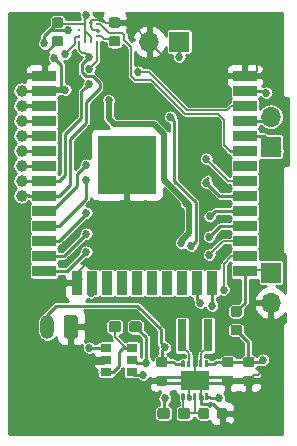
<source format=gtl>
G04 #@! TF.GenerationSoftware,KiCad,Pcbnew,(5.0.2)-1*
G04 #@! TF.CreationDate,2019-05-04T17:06:02+02:00*
G04 #@! TF.ProjectId,Cowbell_mini,436f7762-656c-46c5-9f6d-696e692e6b69,v0.4*
G04 #@! TF.SameCoordinates,Original*
G04 #@! TF.FileFunction,Copper,L1,Top*
G04 #@! TF.FilePolarity,Positive*
%FSLAX46Y46*%
G04 Gerber Fmt 4.6, Leading zero omitted, Abs format (unit mm)*
G04 Created by KiCad (PCBNEW (5.0.2)-1) date 5/4/2019 5:06:02 PM*
%MOMM*%
%LPD*%
G01*
G04 APERTURE LIST*
G04 #@! TA.AperFunction,SMDPad,CuDef*
%ADD10R,2.000000X0.900000*%
G04 #@! TD*
G04 #@! TA.AperFunction,SMDPad,CuDef*
%ADD11R,0.900000X2.000000*%
G04 #@! TD*
G04 #@! TA.AperFunction,SMDPad,CuDef*
%ADD12R,5.000000X5.000000*%
G04 #@! TD*
G04 #@! TA.AperFunction,Conductor*
%ADD13C,0.150000*%
G04 #@! TD*
G04 #@! TA.AperFunction,SMDPad,CuDef*
%ADD14C,0.875000*%
G04 #@! TD*
G04 #@! TA.AperFunction,SMDPad,CuDef*
%ADD15C,0.260000*%
G04 #@! TD*
G04 #@! TA.AperFunction,SMDPad,CuDef*
%ADD16C,0.950000*%
G04 #@! TD*
G04 #@! TA.AperFunction,SMDPad,CuDef*
%ADD17R,0.800000X2.700000*%
G04 #@! TD*
G04 #@! TA.AperFunction,SMDPad,CuDef*
%ADD18R,0.950000X0.700000*%
G04 #@! TD*
G04 #@! TA.AperFunction,ComponentPad*
%ADD19O,1.200000X2.000000*%
G04 #@! TD*
G04 #@! TA.AperFunction,ComponentPad*
%ADD20C,1.200000*%
G04 #@! TD*
G04 #@! TA.AperFunction,SMDPad,CuDef*
%ADD21R,0.275000X0.250000*%
G04 #@! TD*
G04 #@! TA.AperFunction,SMDPad,CuDef*
%ADD22R,0.250000X0.275000*%
G04 #@! TD*
G04 #@! TA.AperFunction,ComponentPad*
%ADD23O,1.700000X1.700000*%
G04 #@! TD*
G04 #@! TA.AperFunction,ComponentPad*
%ADD24R,1.700000X1.700000*%
G04 #@! TD*
G04 #@! TA.AperFunction,ViaPad*
%ADD25C,0.685800*%
G04 #@! TD*
G04 #@! TA.AperFunction,ViaPad*
%ADD26C,1.000000*%
G04 #@! TD*
G04 #@! TA.AperFunction,Conductor*
%ADD27C,0.254000*%
G04 #@! TD*
G04 #@! TA.AperFunction,Conductor*
%ADD28C,0.152400*%
G04 #@! TD*
G04 #@! TA.AperFunction,Conductor*
%ADD29C,0.508000*%
G04 #@! TD*
G04 APERTURE END LIST*
D10*
G04 #@! TO.P,U103,1*
G04 #@! TO.N,GND*
X118500000Y-33460000D03*
G04 #@! TO.P,U103,2*
G04 #@! TO.N,+3V3*
X118500000Y-34730000D03*
G04 #@! TO.P,U103,3*
G04 #@! TO.N,Net-(R307-Pad2)*
X118500000Y-36000000D03*
G04 #@! TO.P,U103,4*
G04 #@! TO.N,Net-(U103-Pad4)*
X118500000Y-37270000D03*
G04 #@! TO.P,U103,5*
G04 #@! TO.N,Net-(U103-Pad5)*
X118500000Y-38540000D03*
G04 #@! TO.P,U103,6*
G04 #@! TO.N,GNDN0*
X118500000Y-39810000D03*
G04 #@! TO.P,U103,7*
G04 #@! TO.N,GNDN1*
X118500000Y-41080000D03*
G04 #@! TO.P,U103,8*
G04 #@! TO.N,SDA*
X118500000Y-42350000D03*
G04 #@! TO.P,U103,9*
G04 #@! TO.N,SCL*
X118500000Y-43620000D03*
G04 #@! TO.P,U103,10*
G04 #@! TO.N,/DIO5*
X118500000Y-44890000D03*
G04 #@! TO.P,U103,11*
G04 #@! TO.N,Net-(U103-Pad11)*
X118500000Y-46160000D03*
G04 #@! TO.P,U103,12*
G04 #@! TO.N,Net-(U103-Pad12)*
X118500000Y-47430000D03*
G04 #@! TO.P,U103,13*
G04 #@! TO.N,Net-(U103-Pad13)*
X118500000Y-48700000D03*
G04 #@! TO.P,U103,14*
G04 #@! TO.N,Net-(U103-Pad14)*
X118500000Y-49970000D03*
D11*
G04 #@! TO.P,U103,15*
G04 #@! TO.N,GND*
X121285000Y-50970000D03*
G04 #@! TO.P,U103,16*
G04 #@! TO.N,Net-(U103-Pad16)*
X122555000Y-50970000D03*
G04 #@! TO.P,U103,17*
G04 #@! TO.N,Net-(U103-Pad17)*
X123825000Y-50970000D03*
G04 #@! TO.P,U103,18*
G04 #@! TO.N,Net-(U103-Pad18)*
X125095000Y-50970000D03*
G04 #@! TO.P,U103,19*
G04 #@! TO.N,Net-(U103-Pad19)*
X126365000Y-50970000D03*
G04 #@! TO.P,U103,20*
G04 #@! TO.N,Net-(U103-Pad20)*
X127635000Y-50970000D03*
G04 #@! TO.P,U103,21*
G04 #@! TO.N,Net-(U103-Pad21)*
X128905000Y-50970000D03*
G04 #@! TO.P,U103,22*
G04 #@! TO.N,Net-(U103-Pad22)*
X130175000Y-50970000D03*
G04 #@! TO.P,U103,23*
G04 #@! TO.N,Timepulse*
X131445000Y-50970000D03*
G04 #@! TO.P,U103,24*
G04 #@! TO.N,Rx0*
X132715000Y-50970000D03*
D10*
G04 #@! TO.P,U103,25*
G04 #@! TO.N,Net-(J105-Pad1)*
X135500000Y-49970000D03*
G04 #@! TO.P,U103,26*
G04 #@! TO.N,Tx0*
X135500000Y-48700000D03*
G04 #@! TO.P,U103,27*
G04 #@! TO.N,/DIO2*
X135500000Y-47430000D03*
G04 #@! TO.P,U103,28*
G04 #@! TO.N,/DIO1*
X135500000Y-46160000D03*
G04 #@! TO.P,U103,29*
G04 #@! TO.N,/DIO0*
X135500000Y-44890000D03*
G04 #@! TO.P,U103,30*
G04 #@! TO.N,/DIO4*
X135500000Y-43620000D03*
G04 #@! TO.P,U103,31*
G04 #@! TO.N,/DIO3*
X135500000Y-42350000D03*
G04 #@! TO.P,U103,32*
G04 #@! TO.N,Net-(U103-Pad32)*
X135500000Y-41080000D03*
G04 #@! TO.P,U103,33*
G04 #@! TO.N,Int_MAG*
X135500000Y-39810000D03*
G04 #@! TO.P,U103,34*
G04 #@! TO.N,Net-(J104-Pad1)*
X135500000Y-38540000D03*
G04 #@! TO.P,U103,35*
G04 #@! TO.N,Net-(J104-Pad2)*
X135500000Y-37270000D03*
G04 #@! TO.P,U103,36*
G04 #@! TO.N,Int_XL*
X135500000Y-36000000D03*
G04 #@! TO.P,U103,37*
G04 #@! TO.N,GNDN2*
X135500000Y-34730000D03*
G04 #@! TO.P,U103,38*
G04 #@! TO.N,GND*
X135500000Y-33460000D03*
D12*
G04 #@! TO.P,U103,39*
X125500000Y-40960000D03*
G04 #@! TD*
D13*
G04 #@! TO.N,GND*
G04 #@! TO.C,C204*
G36*
X119911691Y-30069053D02*
X119932926Y-30072203D01*
X119953750Y-30077419D01*
X119973962Y-30084651D01*
X119993368Y-30093830D01*
X120011781Y-30104866D01*
X120029024Y-30117654D01*
X120044930Y-30132070D01*
X120059346Y-30147976D01*
X120072134Y-30165219D01*
X120083170Y-30183632D01*
X120092349Y-30203038D01*
X120099581Y-30223250D01*
X120104797Y-30244074D01*
X120107947Y-30265309D01*
X120109000Y-30286750D01*
X120109000Y-30724250D01*
X120107947Y-30745691D01*
X120104797Y-30766926D01*
X120099581Y-30787750D01*
X120092349Y-30807962D01*
X120083170Y-30827368D01*
X120072134Y-30845781D01*
X120059346Y-30863024D01*
X120044930Y-30878930D01*
X120029024Y-30893346D01*
X120011781Y-30906134D01*
X119993368Y-30917170D01*
X119973962Y-30926349D01*
X119953750Y-30933581D01*
X119932926Y-30938797D01*
X119911691Y-30941947D01*
X119890250Y-30943000D01*
X119377750Y-30943000D01*
X119356309Y-30941947D01*
X119335074Y-30938797D01*
X119314250Y-30933581D01*
X119294038Y-30926349D01*
X119274632Y-30917170D01*
X119256219Y-30906134D01*
X119238976Y-30893346D01*
X119223070Y-30878930D01*
X119208654Y-30863024D01*
X119195866Y-30845781D01*
X119184830Y-30827368D01*
X119175651Y-30807962D01*
X119168419Y-30787750D01*
X119163203Y-30766926D01*
X119160053Y-30745691D01*
X119159000Y-30724250D01*
X119159000Y-30286750D01*
X119160053Y-30265309D01*
X119163203Y-30244074D01*
X119168419Y-30223250D01*
X119175651Y-30203038D01*
X119184830Y-30183632D01*
X119195866Y-30165219D01*
X119208654Y-30147976D01*
X119223070Y-30132070D01*
X119238976Y-30117654D01*
X119256219Y-30104866D01*
X119274632Y-30093830D01*
X119294038Y-30084651D01*
X119314250Y-30077419D01*
X119335074Y-30072203D01*
X119356309Y-30069053D01*
X119377750Y-30068000D01*
X119890250Y-30068000D01*
X119911691Y-30069053D01*
X119911691Y-30069053D01*
G37*
D14*
G04 #@! TD*
G04 #@! TO.P,C204,2*
G04 #@! TO.N,GND*
X119634000Y-30505500D03*
D13*
G04 #@! TO.N,+3V3*
G04 #@! TO.C,C204*
G36*
X119911691Y-28494053D02*
X119932926Y-28497203D01*
X119953750Y-28502419D01*
X119973962Y-28509651D01*
X119993368Y-28518830D01*
X120011781Y-28529866D01*
X120029024Y-28542654D01*
X120044930Y-28557070D01*
X120059346Y-28572976D01*
X120072134Y-28590219D01*
X120083170Y-28608632D01*
X120092349Y-28628038D01*
X120099581Y-28648250D01*
X120104797Y-28669074D01*
X120107947Y-28690309D01*
X120109000Y-28711750D01*
X120109000Y-29149250D01*
X120107947Y-29170691D01*
X120104797Y-29191926D01*
X120099581Y-29212750D01*
X120092349Y-29232962D01*
X120083170Y-29252368D01*
X120072134Y-29270781D01*
X120059346Y-29288024D01*
X120044930Y-29303930D01*
X120029024Y-29318346D01*
X120011781Y-29331134D01*
X119993368Y-29342170D01*
X119973962Y-29351349D01*
X119953750Y-29358581D01*
X119932926Y-29363797D01*
X119911691Y-29366947D01*
X119890250Y-29368000D01*
X119377750Y-29368000D01*
X119356309Y-29366947D01*
X119335074Y-29363797D01*
X119314250Y-29358581D01*
X119294038Y-29351349D01*
X119274632Y-29342170D01*
X119256219Y-29331134D01*
X119238976Y-29318346D01*
X119223070Y-29303930D01*
X119208654Y-29288024D01*
X119195866Y-29270781D01*
X119184830Y-29252368D01*
X119175651Y-29232962D01*
X119168419Y-29212750D01*
X119163203Y-29191926D01*
X119160053Y-29170691D01*
X119159000Y-29149250D01*
X119159000Y-28711750D01*
X119160053Y-28690309D01*
X119163203Y-28669074D01*
X119168419Y-28648250D01*
X119175651Y-28628038D01*
X119184830Y-28608632D01*
X119195866Y-28590219D01*
X119208654Y-28572976D01*
X119223070Y-28557070D01*
X119238976Y-28542654D01*
X119256219Y-28529866D01*
X119274632Y-28518830D01*
X119294038Y-28509651D01*
X119314250Y-28502419D01*
X119335074Y-28497203D01*
X119356309Y-28494053D01*
X119377750Y-28493000D01*
X119890250Y-28493000D01*
X119911691Y-28494053D01*
X119911691Y-28494053D01*
G37*
D14*
G04 #@! TD*
G04 #@! TO.P,C204,1*
G04 #@! TO.N,+3V3*
X119634000Y-28930500D03*
D13*
G04 #@! TO.N,GND*
G04 #@! TO.C,C201*
G36*
X124737691Y-28494053D02*
X124758926Y-28497203D01*
X124779750Y-28502419D01*
X124799962Y-28509651D01*
X124819368Y-28518830D01*
X124837781Y-28529866D01*
X124855024Y-28542654D01*
X124870930Y-28557070D01*
X124885346Y-28572976D01*
X124898134Y-28590219D01*
X124909170Y-28608632D01*
X124918349Y-28628038D01*
X124925581Y-28648250D01*
X124930797Y-28669074D01*
X124933947Y-28690309D01*
X124935000Y-28711750D01*
X124935000Y-29149250D01*
X124933947Y-29170691D01*
X124930797Y-29191926D01*
X124925581Y-29212750D01*
X124918349Y-29232962D01*
X124909170Y-29252368D01*
X124898134Y-29270781D01*
X124885346Y-29288024D01*
X124870930Y-29303930D01*
X124855024Y-29318346D01*
X124837781Y-29331134D01*
X124819368Y-29342170D01*
X124799962Y-29351349D01*
X124779750Y-29358581D01*
X124758926Y-29363797D01*
X124737691Y-29366947D01*
X124716250Y-29368000D01*
X124203750Y-29368000D01*
X124182309Y-29366947D01*
X124161074Y-29363797D01*
X124140250Y-29358581D01*
X124120038Y-29351349D01*
X124100632Y-29342170D01*
X124082219Y-29331134D01*
X124064976Y-29318346D01*
X124049070Y-29303930D01*
X124034654Y-29288024D01*
X124021866Y-29270781D01*
X124010830Y-29252368D01*
X124001651Y-29232962D01*
X123994419Y-29212750D01*
X123989203Y-29191926D01*
X123986053Y-29170691D01*
X123985000Y-29149250D01*
X123985000Y-28711750D01*
X123986053Y-28690309D01*
X123989203Y-28669074D01*
X123994419Y-28648250D01*
X124001651Y-28628038D01*
X124010830Y-28608632D01*
X124021866Y-28590219D01*
X124034654Y-28572976D01*
X124049070Y-28557070D01*
X124064976Y-28542654D01*
X124082219Y-28529866D01*
X124100632Y-28518830D01*
X124120038Y-28509651D01*
X124140250Y-28502419D01*
X124161074Y-28497203D01*
X124182309Y-28494053D01*
X124203750Y-28493000D01*
X124716250Y-28493000D01*
X124737691Y-28494053D01*
X124737691Y-28494053D01*
G37*
D14*
G04 #@! TD*
G04 #@! TO.P,C201,2*
G04 #@! TO.N,GND*
X124460000Y-28930500D03*
D13*
G04 #@! TO.N,Net-(C201-Pad1)*
G04 #@! TO.C,C201*
G36*
X124737691Y-30069053D02*
X124758926Y-30072203D01*
X124779750Y-30077419D01*
X124799962Y-30084651D01*
X124819368Y-30093830D01*
X124837781Y-30104866D01*
X124855024Y-30117654D01*
X124870930Y-30132070D01*
X124885346Y-30147976D01*
X124898134Y-30165219D01*
X124909170Y-30183632D01*
X124918349Y-30203038D01*
X124925581Y-30223250D01*
X124930797Y-30244074D01*
X124933947Y-30265309D01*
X124935000Y-30286750D01*
X124935000Y-30724250D01*
X124933947Y-30745691D01*
X124930797Y-30766926D01*
X124925581Y-30787750D01*
X124918349Y-30807962D01*
X124909170Y-30827368D01*
X124898134Y-30845781D01*
X124885346Y-30863024D01*
X124870930Y-30878930D01*
X124855024Y-30893346D01*
X124837781Y-30906134D01*
X124819368Y-30917170D01*
X124799962Y-30926349D01*
X124779750Y-30933581D01*
X124758926Y-30938797D01*
X124737691Y-30941947D01*
X124716250Y-30943000D01*
X124203750Y-30943000D01*
X124182309Y-30941947D01*
X124161074Y-30938797D01*
X124140250Y-30933581D01*
X124120038Y-30926349D01*
X124100632Y-30917170D01*
X124082219Y-30906134D01*
X124064976Y-30893346D01*
X124049070Y-30878930D01*
X124034654Y-30863024D01*
X124021866Y-30845781D01*
X124010830Y-30827368D01*
X124001651Y-30807962D01*
X123994419Y-30787750D01*
X123989203Y-30766926D01*
X123986053Y-30745691D01*
X123985000Y-30724250D01*
X123985000Y-30286750D01*
X123986053Y-30265309D01*
X123989203Y-30244074D01*
X123994419Y-30223250D01*
X124001651Y-30203038D01*
X124010830Y-30183632D01*
X124021866Y-30165219D01*
X124034654Y-30147976D01*
X124049070Y-30132070D01*
X124064976Y-30117654D01*
X124082219Y-30104866D01*
X124100632Y-30093830D01*
X124120038Y-30084651D01*
X124140250Y-30077419D01*
X124161074Y-30072203D01*
X124182309Y-30069053D01*
X124203750Y-30068000D01*
X124716250Y-30068000D01*
X124737691Y-30069053D01*
X124737691Y-30069053D01*
G37*
D14*
G04 #@! TD*
G04 #@! TO.P,C201,1*
G04 #@! TO.N,Net-(C201-Pad1)*
X124460000Y-30505500D03*
D15*
G04 #@! TO.P,U5,11*
G04 #@! TO.N,GND*
X131260000Y-59230000D03*
D13*
G04 #@! TD*
G04 #@! TO.N,GND*
G04 #@! TO.C,U5*
G36*
X130100245Y-60054039D02*
X130090866Y-60051194D01*
X130082221Y-60046573D01*
X130074645Y-60040355D01*
X130068427Y-60032779D01*
X130063806Y-60024134D01*
X130060961Y-60014755D01*
X130060000Y-60005000D01*
X130060000Y-59605000D01*
X129610000Y-59605000D01*
X129600245Y-59604039D01*
X129590866Y-59601194D01*
X129582221Y-59596573D01*
X129574645Y-59590355D01*
X129568427Y-59582779D01*
X129563806Y-59574134D01*
X129560961Y-59564755D01*
X129560000Y-59555000D01*
X129560000Y-59405000D01*
X129560961Y-59395245D01*
X129563806Y-59385866D01*
X129568427Y-59377221D01*
X129574645Y-59369645D01*
X129582221Y-59363427D01*
X129590866Y-59358806D01*
X129600245Y-59355961D01*
X129610000Y-59355000D01*
X130060000Y-59355000D01*
X130060000Y-59105000D01*
X129610000Y-59105000D01*
X129600245Y-59104039D01*
X129590866Y-59101194D01*
X129582221Y-59096573D01*
X129574645Y-59090355D01*
X129568427Y-59082779D01*
X129563806Y-59074134D01*
X129560961Y-59064755D01*
X129560000Y-59055000D01*
X129560000Y-58905000D01*
X129560961Y-58895245D01*
X129563806Y-58885866D01*
X129568427Y-58877221D01*
X129574645Y-58869645D01*
X129582221Y-58863427D01*
X129590866Y-58858806D01*
X129600245Y-58855961D01*
X129610000Y-58855000D01*
X130060000Y-58855000D01*
X130060000Y-58455000D01*
X130060961Y-58445245D01*
X130063806Y-58435866D01*
X130068427Y-58427221D01*
X130074645Y-58419645D01*
X130082221Y-58413427D01*
X130090866Y-58408806D01*
X130100245Y-58405961D01*
X130110000Y-58405000D01*
X132410000Y-58405000D01*
X132419755Y-58405961D01*
X132429134Y-58408806D01*
X132437779Y-58413427D01*
X132445355Y-58419645D01*
X132451573Y-58427221D01*
X132456194Y-58435866D01*
X132459039Y-58445245D01*
X132460000Y-58455000D01*
X132460000Y-58855000D01*
X132910000Y-58855000D01*
X132919755Y-58855961D01*
X132929134Y-58858806D01*
X132937779Y-58863427D01*
X132945355Y-58869645D01*
X132951573Y-58877221D01*
X132956194Y-58885866D01*
X132959039Y-58895245D01*
X132960000Y-58905000D01*
X132960000Y-59055000D01*
X132959039Y-59064755D01*
X132956194Y-59074134D01*
X132951573Y-59082779D01*
X132945355Y-59090355D01*
X132937779Y-59096573D01*
X132929134Y-59101194D01*
X132919755Y-59104039D01*
X132910000Y-59105000D01*
X132460000Y-59105000D01*
X132460000Y-59355000D01*
X132910000Y-59355000D01*
X132919755Y-59355961D01*
X132929134Y-59358806D01*
X132937779Y-59363427D01*
X132945355Y-59369645D01*
X132951573Y-59377221D01*
X132956194Y-59385866D01*
X132959039Y-59395245D01*
X132960000Y-59405000D01*
X132960000Y-59555000D01*
X132959039Y-59564755D01*
X132956194Y-59574134D01*
X132951573Y-59582779D01*
X132945355Y-59590355D01*
X132937779Y-59596573D01*
X132929134Y-59601194D01*
X132919755Y-59604039D01*
X132910000Y-59605000D01*
X132460000Y-59605000D01*
X132460000Y-60005000D01*
X132459039Y-60014755D01*
X132456194Y-60024134D01*
X132451573Y-60032779D01*
X132445355Y-60040355D01*
X132437779Y-60046573D01*
X132429134Y-60051194D01*
X132419755Y-60054039D01*
X132410000Y-60055000D01*
X130110000Y-60055000D01*
X130100245Y-60054039D01*
X130100245Y-60054039D01*
G37*
G04 #@! TO.N,/Vbat*
G04 #@! TO.C,U5*
G36*
X130344973Y-57530240D02*
X130349819Y-57530959D01*
X130354571Y-57532150D01*
X130359184Y-57533800D01*
X130363612Y-57535894D01*
X130367814Y-57538413D01*
X130371749Y-57541331D01*
X130375379Y-57544621D01*
X130378669Y-57548251D01*
X130381587Y-57552186D01*
X130384106Y-57556388D01*
X130386200Y-57560816D01*
X130387850Y-57565429D01*
X130389041Y-57570181D01*
X130389760Y-57575027D01*
X130390000Y-57579920D01*
X130390000Y-58080080D01*
X130389760Y-58084973D01*
X130389041Y-58089819D01*
X130387850Y-58094571D01*
X130386200Y-58099184D01*
X130384106Y-58103612D01*
X130381587Y-58107814D01*
X130378669Y-58111749D01*
X130375379Y-58115379D01*
X130371749Y-58118669D01*
X130367814Y-58121587D01*
X130363612Y-58124106D01*
X130359184Y-58126200D01*
X130354571Y-58127850D01*
X130349819Y-58129041D01*
X130344973Y-58129760D01*
X130340080Y-58130000D01*
X130179920Y-58130000D01*
X130175027Y-58129760D01*
X130170181Y-58129041D01*
X130165429Y-58127850D01*
X130160816Y-58126200D01*
X130156388Y-58124106D01*
X130152186Y-58121587D01*
X130148251Y-58118669D01*
X130144621Y-58115379D01*
X130141331Y-58111749D01*
X130138413Y-58107814D01*
X130135894Y-58103612D01*
X130133800Y-58099184D01*
X130132150Y-58094571D01*
X130130959Y-58089819D01*
X130130240Y-58084973D01*
X130130000Y-58080080D01*
X130130000Y-57579920D01*
X130130240Y-57575027D01*
X130130959Y-57570181D01*
X130132150Y-57565429D01*
X130133800Y-57560816D01*
X130135894Y-57556388D01*
X130138413Y-57552186D01*
X130141331Y-57548251D01*
X130144621Y-57544621D01*
X130148251Y-57541331D01*
X130152186Y-57538413D01*
X130156388Y-57535894D01*
X130160816Y-57533800D01*
X130165429Y-57532150D01*
X130170181Y-57530959D01*
X130175027Y-57530240D01*
X130179920Y-57530000D01*
X130340080Y-57530000D01*
X130344973Y-57530240D01*
X130344973Y-57530240D01*
G37*
D15*
G04 #@! TD*
G04 #@! TO.P,U5,5*
G04 #@! TO.N,/Vbat*
X130260000Y-57830000D03*
D13*
G04 #@! TO.N,Net-(C504-Pad1)*
G04 #@! TO.C,U5*
G36*
X130344973Y-60330240D02*
X130349819Y-60330959D01*
X130354571Y-60332150D01*
X130359184Y-60333800D01*
X130363612Y-60335894D01*
X130367814Y-60338413D01*
X130371749Y-60341331D01*
X130375379Y-60344621D01*
X130378669Y-60348251D01*
X130381587Y-60352186D01*
X130384106Y-60356388D01*
X130386200Y-60360816D01*
X130387850Y-60365429D01*
X130389041Y-60370181D01*
X130389760Y-60375027D01*
X130390000Y-60379920D01*
X130390000Y-60880080D01*
X130389760Y-60884973D01*
X130389041Y-60889819D01*
X130387850Y-60894571D01*
X130386200Y-60899184D01*
X130384106Y-60903612D01*
X130381587Y-60907814D01*
X130378669Y-60911749D01*
X130375379Y-60915379D01*
X130371749Y-60918669D01*
X130367814Y-60921587D01*
X130363612Y-60924106D01*
X130359184Y-60926200D01*
X130354571Y-60927850D01*
X130349819Y-60929041D01*
X130344973Y-60929760D01*
X130340080Y-60930000D01*
X130179920Y-60930000D01*
X130175027Y-60929760D01*
X130170181Y-60929041D01*
X130165429Y-60927850D01*
X130160816Y-60926200D01*
X130156388Y-60924106D01*
X130152186Y-60921587D01*
X130148251Y-60918669D01*
X130144621Y-60915379D01*
X130141331Y-60911749D01*
X130138413Y-60907814D01*
X130135894Y-60903612D01*
X130133800Y-60899184D01*
X130132150Y-60894571D01*
X130130959Y-60889819D01*
X130130240Y-60884973D01*
X130130000Y-60880080D01*
X130130000Y-60379920D01*
X130130240Y-60375027D01*
X130130959Y-60370181D01*
X130132150Y-60365429D01*
X130133800Y-60360816D01*
X130135894Y-60356388D01*
X130138413Y-60352186D01*
X130141331Y-60348251D01*
X130144621Y-60344621D01*
X130148251Y-60341331D01*
X130152186Y-60338413D01*
X130156388Y-60335894D01*
X130160816Y-60333800D01*
X130165429Y-60332150D01*
X130170181Y-60330959D01*
X130175027Y-60330240D01*
X130179920Y-60330000D01*
X130340080Y-60330000D01*
X130344973Y-60330240D01*
X130344973Y-60330240D01*
G37*
D15*
G04 #@! TD*
G04 #@! TO.P,U5,6*
G04 #@! TO.N,Net-(C504-Pad1)*
X130260000Y-60630000D03*
D13*
G04 #@! TO.N,Net-(L501-Pad2)*
G04 #@! TO.C,U5*
G36*
X130844973Y-57530240D02*
X130849819Y-57530959D01*
X130854571Y-57532150D01*
X130859184Y-57533800D01*
X130863612Y-57535894D01*
X130867814Y-57538413D01*
X130871749Y-57541331D01*
X130875379Y-57544621D01*
X130878669Y-57548251D01*
X130881587Y-57552186D01*
X130884106Y-57556388D01*
X130886200Y-57560816D01*
X130887850Y-57565429D01*
X130889041Y-57570181D01*
X130889760Y-57575027D01*
X130890000Y-57579920D01*
X130890000Y-58080080D01*
X130889760Y-58084973D01*
X130889041Y-58089819D01*
X130887850Y-58094571D01*
X130886200Y-58099184D01*
X130884106Y-58103612D01*
X130881587Y-58107814D01*
X130878669Y-58111749D01*
X130875379Y-58115379D01*
X130871749Y-58118669D01*
X130867814Y-58121587D01*
X130863612Y-58124106D01*
X130859184Y-58126200D01*
X130854571Y-58127850D01*
X130849819Y-58129041D01*
X130844973Y-58129760D01*
X130840080Y-58130000D01*
X130679920Y-58130000D01*
X130675027Y-58129760D01*
X130670181Y-58129041D01*
X130665429Y-58127850D01*
X130660816Y-58126200D01*
X130656388Y-58124106D01*
X130652186Y-58121587D01*
X130648251Y-58118669D01*
X130644621Y-58115379D01*
X130641331Y-58111749D01*
X130638413Y-58107814D01*
X130635894Y-58103612D01*
X130633800Y-58099184D01*
X130632150Y-58094571D01*
X130630959Y-58089819D01*
X130630240Y-58084973D01*
X130630000Y-58080080D01*
X130630000Y-57579920D01*
X130630240Y-57575027D01*
X130630959Y-57570181D01*
X130632150Y-57565429D01*
X130633800Y-57560816D01*
X130635894Y-57556388D01*
X130638413Y-57552186D01*
X130641331Y-57548251D01*
X130644621Y-57544621D01*
X130648251Y-57541331D01*
X130652186Y-57538413D01*
X130656388Y-57535894D01*
X130660816Y-57533800D01*
X130665429Y-57532150D01*
X130670181Y-57530959D01*
X130675027Y-57530240D01*
X130679920Y-57530000D01*
X130840080Y-57530000D01*
X130844973Y-57530240D01*
X130844973Y-57530240D01*
G37*
D15*
G04 #@! TD*
G04 #@! TO.P,U5,4*
G04 #@! TO.N,Net-(L501-Pad2)*
X130760000Y-57830000D03*
D13*
G04 #@! TO.N,GND*
G04 #@! TO.C,U5*
G36*
X130844973Y-60330240D02*
X130849819Y-60330959D01*
X130854571Y-60332150D01*
X130859184Y-60333800D01*
X130863612Y-60335894D01*
X130867814Y-60338413D01*
X130871749Y-60341331D01*
X130875379Y-60344621D01*
X130878669Y-60348251D01*
X130881587Y-60352186D01*
X130884106Y-60356388D01*
X130886200Y-60360816D01*
X130887850Y-60365429D01*
X130889041Y-60370181D01*
X130889760Y-60375027D01*
X130890000Y-60379920D01*
X130890000Y-60880080D01*
X130889760Y-60884973D01*
X130889041Y-60889819D01*
X130887850Y-60894571D01*
X130886200Y-60899184D01*
X130884106Y-60903612D01*
X130881587Y-60907814D01*
X130878669Y-60911749D01*
X130875379Y-60915379D01*
X130871749Y-60918669D01*
X130867814Y-60921587D01*
X130863612Y-60924106D01*
X130859184Y-60926200D01*
X130854571Y-60927850D01*
X130849819Y-60929041D01*
X130844973Y-60929760D01*
X130840080Y-60930000D01*
X130679920Y-60930000D01*
X130675027Y-60929760D01*
X130670181Y-60929041D01*
X130665429Y-60927850D01*
X130660816Y-60926200D01*
X130656388Y-60924106D01*
X130652186Y-60921587D01*
X130648251Y-60918669D01*
X130644621Y-60915379D01*
X130641331Y-60911749D01*
X130638413Y-60907814D01*
X130635894Y-60903612D01*
X130633800Y-60899184D01*
X130632150Y-60894571D01*
X130630959Y-60889819D01*
X130630240Y-60884973D01*
X130630000Y-60880080D01*
X130630000Y-60379920D01*
X130630240Y-60375027D01*
X130630959Y-60370181D01*
X130632150Y-60365429D01*
X130633800Y-60360816D01*
X130635894Y-60356388D01*
X130638413Y-60352186D01*
X130641331Y-60348251D01*
X130644621Y-60344621D01*
X130648251Y-60341331D01*
X130652186Y-60338413D01*
X130656388Y-60335894D01*
X130660816Y-60333800D01*
X130665429Y-60332150D01*
X130670181Y-60330959D01*
X130675027Y-60330240D01*
X130679920Y-60330000D01*
X130840080Y-60330000D01*
X130844973Y-60330240D01*
X130844973Y-60330240D01*
G37*
D15*
G04 #@! TD*
G04 #@! TO.P,U5,7*
G04 #@! TO.N,GND*
X130760000Y-60630000D03*
D13*
G04 #@! TO.N,GND*
G04 #@! TO.C,U5*
G36*
X131344973Y-57530240D02*
X131349819Y-57530959D01*
X131354571Y-57532150D01*
X131359184Y-57533800D01*
X131363612Y-57535894D01*
X131367814Y-57538413D01*
X131371749Y-57541331D01*
X131375379Y-57544621D01*
X131378669Y-57548251D01*
X131381587Y-57552186D01*
X131384106Y-57556388D01*
X131386200Y-57560816D01*
X131387850Y-57565429D01*
X131389041Y-57570181D01*
X131389760Y-57575027D01*
X131390000Y-57579920D01*
X131390000Y-58080080D01*
X131389760Y-58084973D01*
X131389041Y-58089819D01*
X131387850Y-58094571D01*
X131386200Y-58099184D01*
X131384106Y-58103612D01*
X131381587Y-58107814D01*
X131378669Y-58111749D01*
X131375379Y-58115379D01*
X131371749Y-58118669D01*
X131367814Y-58121587D01*
X131363612Y-58124106D01*
X131359184Y-58126200D01*
X131354571Y-58127850D01*
X131349819Y-58129041D01*
X131344973Y-58129760D01*
X131340080Y-58130000D01*
X131179920Y-58130000D01*
X131175027Y-58129760D01*
X131170181Y-58129041D01*
X131165429Y-58127850D01*
X131160816Y-58126200D01*
X131156388Y-58124106D01*
X131152186Y-58121587D01*
X131148251Y-58118669D01*
X131144621Y-58115379D01*
X131141331Y-58111749D01*
X131138413Y-58107814D01*
X131135894Y-58103612D01*
X131133800Y-58099184D01*
X131132150Y-58094571D01*
X131130959Y-58089819D01*
X131130240Y-58084973D01*
X131130000Y-58080080D01*
X131130000Y-57579920D01*
X131130240Y-57575027D01*
X131130959Y-57570181D01*
X131132150Y-57565429D01*
X131133800Y-57560816D01*
X131135894Y-57556388D01*
X131138413Y-57552186D01*
X131141331Y-57548251D01*
X131144621Y-57544621D01*
X131148251Y-57541331D01*
X131152186Y-57538413D01*
X131156388Y-57535894D01*
X131160816Y-57533800D01*
X131165429Y-57532150D01*
X131170181Y-57530959D01*
X131175027Y-57530240D01*
X131179920Y-57530000D01*
X131340080Y-57530000D01*
X131344973Y-57530240D01*
X131344973Y-57530240D01*
G37*
D15*
G04 #@! TD*
G04 #@! TO.P,U5,3*
G04 #@! TO.N,GND*
X131260000Y-57830000D03*
D13*
G04 #@! TO.N,Net-(C504-Pad1)*
G04 #@! TO.C,U5*
G36*
X131344973Y-60330240D02*
X131349819Y-60330959D01*
X131354571Y-60332150D01*
X131359184Y-60333800D01*
X131363612Y-60335894D01*
X131367814Y-60338413D01*
X131371749Y-60341331D01*
X131375379Y-60344621D01*
X131378669Y-60348251D01*
X131381587Y-60352186D01*
X131384106Y-60356388D01*
X131386200Y-60360816D01*
X131387850Y-60365429D01*
X131389041Y-60370181D01*
X131389760Y-60375027D01*
X131390000Y-60379920D01*
X131390000Y-60880080D01*
X131389760Y-60884973D01*
X131389041Y-60889819D01*
X131387850Y-60894571D01*
X131386200Y-60899184D01*
X131384106Y-60903612D01*
X131381587Y-60907814D01*
X131378669Y-60911749D01*
X131375379Y-60915379D01*
X131371749Y-60918669D01*
X131367814Y-60921587D01*
X131363612Y-60924106D01*
X131359184Y-60926200D01*
X131354571Y-60927850D01*
X131349819Y-60929041D01*
X131344973Y-60929760D01*
X131340080Y-60930000D01*
X131179920Y-60930000D01*
X131175027Y-60929760D01*
X131170181Y-60929041D01*
X131165429Y-60927850D01*
X131160816Y-60926200D01*
X131156388Y-60924106D01*
X131152186Y-60921587D01*
X131148251Y-60918669D01*
X131144621Y-60915379D01*
X131141331Y-60911749D01*
X131138413Y-60907814D01*
X131135894Y-60903612D01*
X131133800Y-60899184D01*
X131132150Y-60894571D01*
X131130959Y-60889819D01*
X131130240Y-60884973D01*
X131130000Y-60880080D01*
X131130000Y-60379920D01*
X131130240Y-60375027D01*
X131130959Y-60370181D01*
X131132150Y-60365429D01*
X131133800Y-60360816D01*
X131135894Y-60356388D01*
X131138413Y-60352186D01*
X131141331Y-60348251D01*
X131144621Y-60344621D01*
X131148251Y-60341331D01*
X131152186Y-60338413D01*
X131156388Y-60335894D01*
X131160816Y-60333800D01*
X131165429Y-60332150D01*
X131170181Y-60330959D01*
X131175027Y-60330240D01*
X131179920Y-60330000D01*
X131340080Y-60330000D01*
X131344973Y-60330240D01*
X131344973Y-60330240D01*
G37*
D15*
G04 #@! TD*
G04 #@! TO.P,U5,8*
G04 #@! TO.N,Net-(C504-Pad1)*
X131260000Y-60630000D03*
D13*
G04 #@! TO.N,Net-(L501-Pad1)*
G04 #@! TO.C,U5*
G36*
X131844973Y-57530240D02*
X131849819Y-57530959D01*
X131854571Y-57532150D01*
X131859184Y-57533800D01*
X131863612Y-57535894D01*
X131867814Y-57538413D01*
X131871749Y-57541331D01*
X131875379Y-57544621D01*
X131878669Y-57548251D01*
X131881587Y-57552186D01*
X131884106Y-57556388D01*
X131886200Y-57560816D01*
X131887850Y-57565429D01*
X131889041Y-57570181D01*
X131889760Y-57575027D01*
X131890000Y-57579920D01*
X131890000Y-58080080D01*
X131889760Y-58084973D01*
X131889041Y-58089819D01*
X131887850Y-58094571D01*
X131886200Y-58099184D01*
X131884106Y-58103612D01*
X131881587Y-58107814D01*
X131878669Y-58111749D01*
X131875379Y-58115379D01*
X131871749Y-58118669D01*
X131867814Y-58121587D01*
X131863612Y-58124106D01*
X131859184Y-58126200D01*
X131854571Y-58127850D01*
X131849819Y-58129041D01*
X131844973Y-58129760D01*
X131840080Y-58130000D01*
X131679920Y-58130000D01*
X131675027Y-58129760D01*
X131670181Y-58129041D01*
X131665429Y-58127850D01*
X131660816Y-58126200D01*
X131656388Y-58124106D01*
X131652186Y-58121587D01*
X131648251Y-58118669D01*
X131644621Y-58115379D01*
X131641331Y-58111749D01*
X131638413Y-58107814D01*
X131635894Y-58103612D01*
X131633800Y-58099184D01*
X131632150Y-58094571D01*
X131630959Y-58089819D01*
X131630240Y-58084973D01*
X131630000Y-58080080D01*
X131630000Y-57579920D01*
X131630240Y-57575027D01*
X131630959Y-57570181D01*
X131632150Y-57565429D01*
X131633800Y-57560816D01*
X131635894Y-57556388D01*
X131638413Y-57552186D01*
X131641331Y-57548251D01*
X131644621Y-57544621D01*
X131648251Y-57541331D01*
X131652186Y-57538413D01*
X131656388Y-57535894D01*
X131660816Y-57533800D01*
X131665429Y-57532150D01*
X131670181Y-57530959D01*
X131675027Y-57530240D01*
X131679920Y-57530000D01*
X131840080Y-57530000D01*
X131844973Y-57530240D01*
X131844973Y-57530240D01*
G37*
D15*
G04 #@! TD*
G04 #@! TO.P,U5,2*
G04 #@! TO.N,Net-(L501-Pad1)*
X131760000Y-57830000D03*
D13*
G04 #@! TO.N,GND*
G04 #@! TO.C,U5*
G36*
X131844973Y-60330240D02*
X131849819Y-60330959D01*
X131854571Y-60332150D01*
X131859184Y-60333800D01*
X131863612Y-60335894D01*
X131867814Y-60338413D01*
X131871749Y-60341331D01*
X131875379Y-60344621D01*
X131878669Y-60348251D01*
X131881587Y-60352186D01*
X131884106Y-60356388D01*
X131886200Y-60360816D01*
X131887850Y-60365429D01*
X131889041Y-60370181D01*
X131889760Y-60375027D01*
X131890000Y-60379920D01*
X131890000Y-60880080D01*
X131889760Y-60884973D01*
X131889041Y-60889819D01*
X131887850Y-60894571D01*
X131886200Y-60899184D01*
X131884106Y-60903612D01*
X131881587Y-60907814D01*
X131878669Y-60911749D01*
X131875379Y-60915379D01*
X131871749Y-60918669D01*
X131867814Y-60921587D01*
X131863612Y-60924106D01*
X131859184Y-60926200D01*
X131854571Y-60927850D01*
X131849819Y-60929041D01*
X131844973Y-60929760D01*
X131840080Y-60930000D01*
X131679920Y-60930000D01*
X131675027Y-60929760D01*
X131670181Y-60929041D01*
X131665429Y-60927850D01*
X131660816Y-60926200D01*
X131656388Y-60924106D01*
X131652186Y-60921587D01*
X131648251Y-60918669D01*
X131644621Y-60915379D01*
X131641331Y-60911749D01*
X131638413Y-60907814D01*
X131635894Y-60903612D01*
X131633800Y-60899184D01*
X131632150Y-60894571D01*
X131630959Y-60889819D01*
X131630240Y-60884973D01*
X131630000Y-60880080D01*
X131630000Y-60379920D01*
X131630240Y-60375027D01*
X131630959Y-60370181D01*
X131632150Y-60365429D01*
X131633800Y-60360816D01*
X131635894Y-60356388D01*
X131638413Y-60352186D01*
X131641331Y-60348251D01*
X131644621Y-60344621D01*
X131648251Y-60341331D01*
X131652186Y-60338413D01*
X131656388Y-60335894D01*
X131660816Y-60333800D01*
X131665429Y-60332150D01*
X131670181Y-60330959D01*
X131675027Y-60330240D01*
X131679920Y-60330000D01*
X131840080Y-60330000D01*
X131844973Y-60330240D01*
X131844973Y-60330240D01*
G37*
D15*
G04 #@! TD*
G04 #@! TO.P,U5,9*
G04 #@! TO.N,GND*
X131760000Y-60630000D03*
D13*
G04 #@! TO.N,+3V3*
G04 #@! TO.C,U5*
G36*
X132344973Y-57530240D02*
X132349819Y-57530959D01*
X132354571Y-57532150D01*
X132359184Y-57533800D01*
X132363612Y-57535894D01*
X132367814Y-57538413D01*
X132371749Y-57541331D01*
X132375379Y-57544621D01*
X132378669Y-57548251D01*
X132381587Y-57552186D01*
X132384106Y-57556388D01*
X132386200Y-57560816D01*
X132387850Y-57565429D01*
X132389041Y-57570181D01*
X132389760Y-57575027D01*
X132390000Y-57579920D01*
X132390000Y-58080080D01*
X132389760Y-58084973D01*
X132389041Y-58089819D01*
X132387850Y-58094571D01*
X132386200Y-58099184D01*
X132384106Y-58103612D01*
X132381587Y-58107814D01*
X132378669Y-58111749D01*
X132375379Y-58115379D01*
X132371749Y-58118669D01*
X132367814Y-58121587D01*
X132363612Y-58124106D01*
X132359184Y-58126200D01*
X132354571Y-58127850D01*
X132349819Y-58129041D01*
X132344973Y-58129760D01*
X132340080Y-58130000D01*
X132179920Y-58130000D01*
X132175027Y-58129760D01*
X132170181Y-58129041D01*
X132165429Y-58127850D01*
X132160816Y-58126200D01*
X132156388Y-58124106D01*
X132152186Y-58121587D01*
X132148251Y-58118669D01*
X132144621Y-58115379D01*
X132141331Y-58111749D01*
X132138413Y-58107814D01*
X132135894Y-58103612D01*
X132133800Y-58099184D01*
X132132150Y-58094571D01*
X132130959Y-58089819D01*
X132130240Y-58084973D01*
X132130000Y-58080080D01*
X132130000Y-57579920D01*
X132130240Y-57575027D01*
X132130959Y-57570181D01*
X132132150Y-57565429D01*
X132133800Y-57560816D01*
X132135894Y-57556388D01*
X132138413Y-57552186D01*
X132141331Y-57548251D01*
X132144621Y-57544621D01*
X132148251Y-57541331D01*
X132152186Y-57538413D01*
X132156388Y-57535894D01*
X132160816Y-57533800D01*
X132165429Y-57532150D01*
X132170181Y-57530959D01*
X132175027Y-57530240D01*
X132179920Y-57530000D01*
X132340080Y-57530000D01*
X132344973Y-57530240D01*
X132344973Y-57530240D01*
G37*
D15*
G04 #@! TD*
G04 #@! TO.P,U5,1*
G04 #@! TO.N,+3V3*
X132260000Y-57830000D03*
D13*
G04 #@! TO.N,+3V3*
G04 #@! TO.C,U5*
G36*
X132344973Y-60330240D02*
X132349819Y-60330959D01*
X132354571Y-60332150D01*
X132359184Y-60333800D01*
X132363612Y-60335894D01*
X132367814Y-60338413D01*
X132371749Y-60341331D01*
X132375379Y-60344621D01*
X132378669Y-60348251D01*
X132381587Y-60352186D01*
X132384106Y-60356388D01*
X132386200Y-60360816D01*
X132387850Y-60365429D01*
X132389041Y-60370181D01*
X132389760Y-60375027D01*
X132390000Y-60379920D01*
X132390000Y-60880080D01*
X132389760Y-60884973D01*
X132389041Y-60889819D01*
X132387850Y-60894571D01*
X132386200Y-60899184D01*
X132384106Y-60903612D01*
X132381587Y-60907814D01*
X132378669Y-60911749D01*
X132375379Y-60915379D01*
X132371749Y-60918669D01*
X132367814Y-60921587D01*
X132363612Y-60924106D01*
X132359184Y-60926200D01*
X132354571Y-60927850D01*
X132349819Y-60929041D01*
X132344973Y-60929760D01*
X132340080Y-60930000D01*
X132179920Y-60930000D01*
X132175027Y-60929760D01*
X132170181Y-60929041D01*
X132165429Y-60927850D01*
X132160816Y-60926200D01*
X132156388Y-60924106D01*
X132152186Y-60921587D01*
X132148251Y-60918669D01*
X132144621Y-60915379D01*
X132141331Y-60911749D01*
X132138413Y-60907814D01*
X132135894Y-60903612D01*
X132133800Y-60899184D01*
X132132150Y-60894571D01*
X132130959Y-60889819D01*
X132130240Y-60884973D01*
X132130000Y-60880080D01*
X132130000Y-60379920D01*
X132130240Y-60375027D01*
X132130959Y-60370181D01*
X132132150Y-60365429D01*
X132133800Y-60360816D01*
X132135894Y-60356388D01*
X132138413Y-60352186D01*
X132141331Y-60348251D01*
X132144621Y-60344621D01*
X132148251Y-60341331D01*
X132152186Y-60338413D01*
X132156388Y-60335894D01*
X132160816Y-60333800D01*
X132165429Y-60332150D01*
X132170181Y-60330959D01*
X132175027Y-60330240D01*
X132179920Y-60330000D01*
X132340080Y-60330000D01*
X132344973Y-60330240D01*
X132344973Y-60330240D01*
G37*
D15*
G04 #@! TD*
G04 #@! TO.P,U5,10*
G04 #@! TO.N,+3V3*
X132260000Y-60630000D03*
D13*
G04 #@! TO.N,/Vbat*
G04 #@! TO.C,R501*
G36*
X128917779Y-61550144D02*
X128940834Y-61553563D01*
X128963443Y-61559227D01*
X128985387Y-61567079D01*
X129006457Y-61577044D01*
X129026448Y-61589026D01*
X129045168Y-61602910D01*
X129062438Y-61618562D01*
X129078090Y-61635832D01*
X129091974Y-61654552D01*
X129103956Y-61674543D01*
X129113921Y-61695613D01*
X129121773Y-61717557D01*
X129127437Y-61740166D01*
X129130856Y-61763221D01*
X129132000Y-61786500D01*
X129132000Y-62261500D01*
X129130856Y-62284779D01*
X129127437Y-62307834D01*
X129121773Y-62330443D01*
X129113921Y-62352387D01*
X129103956Y-62373457D01*
X129091974Y-62393448D01*
X129078090Y-62412168D01*
X129062438Y-62429438D01*
X129045168Y-62445090D01*
X129026448Y-62458974D01*
X129006457Y-62470956D01*
X128985387Y-62480921D01*
X128963443Y-62488773D01*
X128940834Y-62494437D01*
X128917779Y-62497856D01*
X128894500Y-62499000D01*
X128319500Y-62499000D01*
X128296221Y-62497856D01*
X128273166Y-62494437D01*
X128250557Y-62488773D01*
X128228613Y-62480921D01*
X128207543Y-62470956D01*
X128187552Y-62458974D01*
X128168832Y-62445090D01*
X128151562Y-62429438D01*
X128135910Y-62412168D01*
X128122026Y-62393448D01*
X128110044Y-62373457D01*
X128100079Y-62352387D01*
X128092227Y-62330443D01*
X128086563Y-62307834D01*
X128083144Y-62284779D01*
X128082000Y-62261500D01*
X128082000Y-61786500D01*
X128083144Y-61763221D01*
X128086563Y-61740166D01*
X128092227Y-61717557D01*
X128100079Y-61695613D01*
X128110044Y-61674543D01*
X128122026Y-61654552D01*
X128135910Y-61635832D01*
X128151562Y-61618562D01*
X128168832Y-61602910D01*
X128187552Y-61589026D01*
X128207543Y-61577044D01*
X128228613Y-61567079D01*
X128250557Y-61559227D01*
X128273166Y-61553563D01*
X128296221Y-61550144D01*
X128319500Y-61549000D01*
X128894500Y-61549000D01*
X128917779Y-61550144D01*
X128917779Y-61550144D01*
G37*
D16*
G04 #@! TD*
G04 #@! TO.P,R501,2*
G04 #@! TO.N,/Vbat*
X128607000Y-62024000D03*
D13*
G04 #@! TO.N,Net-(C504-Pad1)*
G04 #@! TO.C,R501*
G36*
X130667779Y-61550144D02*
X130690834Y-61553563D01*
X130713443Y-61559227D01*
X130735387Y-61567079D01*
X130756457Y-61577044D01*
X130776448Y-61589026D01*
X130795168Y-61602910D01*
X130812438Y-61618562D01*
X130828090Y-61635832D01*
X130841974Y-61654552D01*
X130853956Y-61674543D01*
X130863921Y-61695613D01*
X130871773Y-61717557D01*
X130877437Y-61740166D01*
X130880856Y-61763221D01*
X130882000Y-61786500D01*
X130882000Y-62261500D01*
X130880856Y-62284779D01*
X130877437Y-62307834D01*
X130871773Y-62330443D01*
X130863921Y-62352387D01*
X130853956Y-62373457D01*
X130841974Y-62393448D01*
X130828090Y-62412168D01*
X130812438Y-62429438D01*
X130795168Y-62445090D01*
X130776448Y-62458974D01*
X130756457Y-62470956D01*
X130735387Y-62480921D01*
X130713443Y-62488773D01*
X130690834Y-62494437D01*
X130667779Y-62497856D01*
X130644500Y-62499000D01*
X130069500Y-62499000D01*
X130046221Y-62497856D01*
X130023166Y-62494437D01*
X130000557Y-62488773D01*
X129978613Y-62480921D01*
X129957543Y-62470956D01*
X129937552Y-62458974D01*
X129918832Y-62445090D01*
X129901562Y-62429438D01*
X129885910Y-62412168D01*
X129872026Y-62393448D01*
X129860044Y-62373457D01*
X129850079Y-62352387D01*
X129842227Y-62330443D01*
X129836563Y-62307834D01*
X129833144Y-62284779D01*
X129832000Y-62261500D01*
X129832000Y-61786500D01*
X129833144Y-61763221D01*
X129836563Y-61740166D01*
X129842227Y-61717557D01*
X129850079Y-61695613D01*
X129860044Y-61674543D01*
X129872026Y-61654552D01*
X129885910Y-61635832D01*
X129901562Y-61618562D01*
X129918832Y-61602910D01*
X129937552Y-61589026D01*
X129957543Y-61577044D01*
X129978613Y-61567079D01*
X130000557Y-61559227D01*
X130023166Y-61553563D01*
X130046221Y-61550144D01*
X130069500Y-61549000D01*
X130644500Y-61549000D01*
X130667779Y-61550144D01*
X130667779Y-61550144D01*
G37*
D16*
G04 #@! TD*
G04 #@! TO.P,R501,1*
G04 #@! TO.N,Net-(C504-Pad1)*
X130357000Y-62024000D03*
D17*
G04 #@! TO.P,L501,2*
G04 #@! TO.N,Net-(L501-Pad2)*
X130160000Y-55420000D03*
G04 #@! TO.P,L501,1*
G04 #@! TO.N,Net-(L501-Pad1)*
X132360000Y-55420000D03*
G04 #@! TD*
D13*
G04 #@! TO.N,GND*
G04 #@! TO.C,C504*
G36*
X133811691Y-61550053D02*
X133832926Y-61553203D01*
X133853750Y-61558419D01*
X133873962Y-61565651D01*
X133893368Y-61574830D01*
X133911781Y-61585866D01*
X133929024Y-61598654D01*
X133944930Y-61613070D01*
X133959346Y-61628976D01*
X133972134Y-61646219D01*
X133983170Y-61664632D01*
X133992349Y-61684038D01*
X133999581Y-61704250D01*
X134004797Y-61725074D01*
X134007947Y-61746309D01*
X134009000Y-61767750D01*
X134009000Y-62280250D01*
X134007947Y-62301691D01*
X134004797Y-62322926D01*
X133999581Y-62343750D01*
X133992349Y-62363962D01*
X133983170Y-62383368D01*
X133972134Y-62401781D01*
X133959346Y-62419024D01*
X133944930Y-62434930D01*
X133929024Y-62449346D01*
X133911781Y-62462134D01*
X133893368Y-62473170D01*
X133873962Y-62482349D01*
X133853750Y-62489581D01*
X133832926Y-62494797D01*
X133811691Y-62497947D01*
X133790250Y-62499000D01*
X133352750Y-62499000D01*
X133331309Y-62497947D01*
X133310074Y-62494797D01*
X133289250Y-62489581D01*
X133269038Y-62482349D01*
X133249632Y-62473170D01*
X133231219Y-62462134D01*
X133213976Y-62449346D01*
X133198070Y-62434930D01*
X133183654Y-62419024D01*
X133170866Y-62401781D01*
X133159830Y-62383368D01*
X133150651Y-62363962D01*
X133143419Y-62343750D01*
X133138203Y-62322926D01*
X133135053Y-62301691D01*
X133134000Y-62280250D01*
X133134000Y-61767750D01*
X133135053Y-61746309D01*
X133138203Y-61725074D01*
X133143419Y-61704250D01*
X133150651Y-61684038D01*
X133159830Y-61664632D01*
X133170866Y-61646219D01*
X133183654Y-61628976D01*
X133198070Y-61613070D01*
X133213976Y-61598654D01*
X133231219Y-61585866D01*
X133249632Y-61574830D01*
X133269038Y-61565651D01*
X133289250Y-61558419D01*
X133310074Y-61553203D01*
X133331309Y-61550053D01*
X133352750Y-61549000D01*
X133790250Y-61549000D01*
X133811691Y-61550053D01*
X133811691Y-61550053D01*
G37*
D14*
G04 #@! TD*
G04 #@! TO.P,C504,2*
G04 #@! TO.N,GND*
X133571500Y-62024000D03*
D13*
G04 #@! TO.N,Net-(C504-Pad1)*
G04 #@! TO.C,C504*
G36*
X132236691Y-61550053D02*
X132257926Y-61553203D01*
X132278750Y-61558419D01*
X132298962Y-61565651D01*
X132318368Y-61574830D01*
X132336781Y-61585866D01*
X132354024Y-61598654D01*
X132369930Y-61613070D01*
X132384346Y-61628976D01*
X132397134Y-61646219D01*
X132408170Y-61664632D01*
X132417349Y-61684038D01*
X132424581Y-61704250D01*
X132429797Y-61725074D01*
X132432947Y-61746309D01*
X132434000Y-61767750D01*
X132434000Y-62280250D01*
X132432947Y-62301691D01*
X132429797Y-62322926D01*
X132424581Y-62343750D01*
X132417349Y-62363962D01*
X132408170Y-62383368D01*
X132397134Y-62401781D01*
X132384346Y-62419024D01*
X132369930Y-62434930D01*
X132354024Y-62449346D01*
X132336781Y-62462134D01*
X132318368Y-62473170D01*
X132298962Y-62482349D01*
X132278750Y-62489581D01*
X132257926Y-62494797D01*
X132236691Y-62497947D01*
X132215250Y-62499000D01*
X131777750Y-62499000D01*
X131756309Y-62497947D01*
X131735074Y-62494797D01*
X131714250Y-62489581D01*
X131694038Y-62482349D01*
X131674632Y-62473170D01*
X131656219Y-62462134D01*
X131638976Y-62449346D01*
X131623070Y-62434930D01*
X131608654Y-62419024D01*
X131595866Y-62401781D01*
X131584830Y-62383368D01*
X131575651Y-62363962D01*
X131568419Y-62343750D01*
X131563203Y-62322926D01*
X131560053Y-62301691D01*
X131559000Y-62280250D01*
X131559000Y-61767750D01*
X131560053Y-61746309D01*
X131563203Y-61725074D01*
X131568419Y-61704250D01*
X131575651Y-61684038D01*
X131584830Y-61664632D01*
X131595866Y-61646219D01*
X131608654Y-61628976D01*
X131623070Y-61613070D01*
X131638976Y-61598654D01*
X131656219Y-61585866D01*
X131674632Y-61574830D01*
X131694038Y-61565651D01*
X131714250Y-61558419D01*
X131735074Y-61553203D01*
X131756309Y-61550053D01*
X131777750Y-61549000D01*
X132215250Y-61549000D01*
X132236691Y-61550053D01*
X132236691Y-61550053D01*
G37*
D14*
G04 #@! TD*
G04 #@! TO.P,C504,1*
G04 #@! TO.N,Net-(C504-Pad1)*
X131996500Y-62024000D03*
D13*
G04 #@! TO.N,GND*
G04 #@! TO.C,C503*
G36*
X134331691Y-58819053D02*
X134352926Y-58822203D01*
X134373750Y-58827419D01*
X134393962Y-58834651D01*
X134413368Y-58843830D01*
X134431781Y-58854866D01*
X134449024Y-58867654D01*
X134464930Y-58882070D01*
X134479346Y-58897976D01*
X134492134Y-58915219D01*
X134503170Y-58933632D01*
X134512349Y-58953038D01*
X134519581Y-58973250D01*
X134524797Y-58994074D01*
X134527947Y-59015309D01*
X134529000Y-59036750D01*
X134529000Y-59474250D01*
X134527947Y-59495691D01*
X134524797Y-59516926D01*
X134519581Y-59537750D01*
X134512349Y-59557962D01*
X134503170Y-59577368D01*
X134492134Y-59595781D01*
X134479346Y-59613024D01*
X134464930Y-59628930D01*
X134449024Y-59643346D01*
X134431781Y-59656134D01*
X134413368Y-59667170D01*
X134393962Y-59676349D01*
X134373750Y-59683581D01*
X134352926Y-59688797D01*
X134331691Y-59691947D01*
X134310250Y-59693000D01*
X133797750Y-59693000D01*
X133776309Y-59691947D01*
X133755074Y-59688797D01*
X133734250Y-59683581D01*
X133714038Y-59676349D01*
X133694632Y-59667170D01*
X133676219Y-59656134D01*
X133658976Y-59643346D01*
X133643070Y-59628930D01*
X133628654Y-59613024D01*
X133615866Y-59595781D01*
X133604830Y-59577368D01*
X133595651Y-59557962D01*
X133588419Y-59537750D01*
X133583203Y-59516926D01*
X133580053Y-59495691D01*
X133579000Y-59474250D01*
X133579000Y-59036750D01*
X133580053Y-59015309D01*
X133583203Y-58994074D01*
X133588419Y-58973250D01*
X133595651Y-58953038D01*
X133604830Y-58933632D01*
X133615866Y-58915219D01*
X133628654Y-58897976D01*
X133643070Y-58882070D01*
X133658976Y-58867654D01*
X133676219Y-58854866D01*
X133694632Y-58843830D01*
X133714038Y-58834651D01*
X133734250Y-58827419D01*
X133755074Y-58822203D01*
X133776309Y-58819053D01*
X133797750Y-58818000D01*
X134310250Y-58818000D01*
X134331691Y-58819053D01*
X134331691Y-58819053D01*
G37*
D14*
G04 #@! TD*
G04 #@! TO.P,C503,2*
G04 #@! TO.N,GND*
X134054000Y-59255500D03*
D13*
G04 #@! TO.N,+3V3*
G04 #@! TO.C,C503*
G36*
X134331691Y-57244053D02*
X134352926Y-57247203D01*
X134373750Y-57252419D01*
X134393962Y-57259651D01*
X134413368Y-57268830D01*
X134431781Y-57279866D01*
X134449024Y-57292654D01*
X134464930Y-57307070D01*
X134479346Y-57322976D01*
X134492134Y-57340219D01*
X134503170Y-57358632D01*
X134512349Y-57378038D01*
X134519581Y-57398250D01*
X134524797Y-57419074D01*
X134527947Y-57440309D01*
X134529000Y-57461750D01*
X134529000Y-57899250D01*
X134527947Y-57920691D01*
X134524797Y-57941926D01*
X134519581Y-57962750D01*
X134512349Y-57982962D01*
X134503170Y-58002368D01*
X134492134Y-58020781D01*
X134479346Y-58038024D01*
X134464930Y-58053930D01*
X134449024Y-58068346D01*
X134431781Y-58081134D01*
X134413368Y-58092170D01*
X134393962Y-58101349D01*
X134373750Y-58108581D01*
X134352926Y-58113797D01*
X134331691Y-58116947D01*
X134310250Y-58118000D01*
X133797750Y-58118000D01*
X133776309Y-58116947D01*
X133755074Y-58113797D01*
X133734250Y-58108581D01*
X133714038Y-58101349D01*
X133694632Y-58092170D01*
X133676219Y-58081134D01*
X133658976Y-58068346D01*
X133643070Y-58053930D01*
X133628654Y-58038024D01*
X133615866Y-58020781D01*
X133604830Y-58002368D01*
X133595651Y-57982962D01*
X133588419Y-57962750D01*
X133583203Y-57941926D01*
X133580053Y-57920691D01*
X133579000Y-57899250D01*
X133579000Y-57461750D01*
X133580053Y-57440309D01*
X133583203Y-57419074D01*
X133588419Y-57398250D01*
X133595651Y-57378038D01*
X133604830Y-57358632D01*
X133615866Y-57340219D01*
X133628654Y-57322976D01*
X133643070Y-57307070D01*
X133658976Y-57292654D01*
X133676219Y-57279866D01*
X133694632Y-57268830D01*
X133714038Y-57259651D01*
X133734250Y-57252419D01*
X133755074Y-57247203D01*
X133776309Y-57244053D01*
X133797750Y-57243000D01*
X134310250Y-57243000D01*
X134331691Y-57244053D01*
X134331691Y-57244053D01*
G37*
D14*
G04 #@! TD*
G04 #@! TO.P,C503,1*
G04 #@! TO.N,+3V3*
X134054000Y-57680500D03*
D13*
G04 #@! TO.N,GND*
G04 #@! TO.C,C502*
G36*
X136109691Y-58819053D02*
X136130926Y-58822203D01*
X136151750Y-58827419D01*
X136171962Y-58834651D01*
X136191368Y-58843830D01*
X136209781Y-58854866D01*
X136227024Y-58867654D01*
X136242930Y-58882070D01*
X136257346Y-58897976D01*
X136270134Y-58915219D01*
X136281170Y-58933632D01*
X136290349Y-58953038D01*
X136297581Y-58973250D01*
X136302797Y-58994074D01*
X136305947Y-59015309D01*
X136307000Y-59036750D01*
X136307000Y-59474250D01*
X136305947Y-59495691D01*
X136302797Y-59516926D01*
X136297581Y-59537750D01*
X136290349Y-59557962D01*
X136281170Y-59577368D01*
X136270134Y-59595781D01*
X136257346Y-59613024D01*
X136242930Y-59628930D01*
X136227024Y-59643346D01*
X136209781Y-59656134D01*
X136191368Y-59667170D01*
X136171962Y-59676349D01*
X136151750Y-59683581D01*
X136130926Y-59688797D01*
X136109691Y-59691947D01*
X136088250Y-59693000D01*
X135575750Y-59693000D01*
X135554309Y-59691947D01*
X135533074Y-59688797D01*
X135512250Y-59683581D01*
X135492038Y-59676349D01*
X135472632Y-59667170D01*
X135454219Y-59656134D01*
X135436976Y-59643346D01*
X135421070Y-59628930D01*
X135406654Y-59613024D01*
X135393866Y-59595781D01*
X135382830Y-59577368D01*
X135373651Y-59557962D01*
X135366419Y-59537750D01*
X135361203Y-59516926D01*
X135358053Y-59495691D01*
X135357000Y-59474250D01*
X135357000Y-59036750D01*
X135358053Y-59015309D01*
X135361203Y-58994074D01*
X135366419Y-58973250D01*
X135373651Y-58953038D01*
X135382830Y-58933632D01*
X135393866Y-58915219D01*
X135406654Y-58897976D01*
X135421070Y-58882070D01*
X135436976Y-58867654D01*
X135454219Y-58854866D01*
X135472632Y-58843830D01*
X135492038Y-58834651D01*
X135512250Y-58827419D01*
X135533074Y-58822203D01*
X135554309Y-58819053D01*
X135575750Y-58818000D01*
X136088250Y-58818000D01*
X136109691Y-58819053D01*
X136109691Y-58819053D01*
G37*
D14*
G04 #@! TD*
G04 #@! TO.P,C502,2*
G04 #@! TO.N,GND*
X135832000Y-59255500D03*
D13*
G04 #@! TO.N,+3V3*
G04 #@! TO.C,C502*
G36*
X136109691Y-57244053D02*
X136130926Y-57247203D01*
X136151750Y-57252419D01*
X136171962Y-57259651D01*
X136191368Y-57268830D01*
X136209781Y-57279866D01*
X136227024Y-57292654D01*
X136242930Y-57307070D01*
X136257346Y-57322976D01*
X136270134Y-57340219D01*
X136281170Y-57358632D01*
X136290349Y-57378038D01*
X136297581Y-57398250D01*
X136302797Y-57419074D01*
X136305947Y-57440309D01*
X136307000Y-57461750D01*
X136307000Y-57899250D01*
X136305947Y-57920691D01*
X136302797Y-57941926D01*
X136297581Y-57962750D01*
X136290349Y-57982962D01*
X136281170Y-58002368D01*
X136270134Y-58020781D01*
X136257346Y-58038024D01*
X136242930Y-58053930D01*
X136227024Y-58068346D01*
X136209781Y-58081134D01*
X136191368Y-58092170D01*
X136171962Y-58101349D01*
X136151750Y-58108581D01*
X136130926Y-58113797D01*
X136109691Y-58116947D01*
X136088250Y-58118000D01*
X135575750Y-58118000D01*
X135554309Y-58116947D01*
X135533074Y-58113797D01*
X135512250Y-58108581D01*
X135492038Y-58101349D01*
X135472632Y-58092170D01*
X135454219Y-58081134D01*
X135436976Y-58068346D01*
X135421070Y-58053930D01*
X135406654Y-58038024D01*
X135393866Y-58020781D01*
X135382830Y-58002368D01*
X135373651Y-57982962D01*
X135366419Y-57962750D01*
X135361203Y-57941926D01*
X135358053Y-57920691D01*
X135357000Y-57899250D01*
X135357000Y-57461750D01*
X135358053Y-57440309D01*
X135361203Y-57419074D01*
X135366419Y-57398250D01*
X135373651Y-57378038D01*
X135382830Y-57358632D01*
X135393866Y-57340219D01*
X135406654Y-57322976D01*
X135421070Y-57307070D01*
X135436976Y-57292654D01*
X135454219Y-57279866D01*
X135472632Y-57268830D01*
X135492038Y-57259651D01*
X135512250Y-57252419D01*
X135533074Y-57247203D01*
X135554309Y-57244053D01*
X135575750Y-57243000D01*
X136088250Y-57243000D01*
X136109691Y-57244053D01*
X136109691Y-57244053D01*
G37*
D14*
G04 #@! TD*
G04 #@! TO.P,C502,1*
G04 #@! TO.N,+3V3*
X135832000Y-57680500D03*
D13*
G04 #@! TO.N,GND*
G04 #@! TO.C,C501*
G36*
X128743691Y-58819053D02*
X128764926Y-58822203D01*
X128785750Y-58827419D01*
X128805962Y-58834651D01*
X128825368Y-58843830D01*
X128843781Y-58854866D01*
X128861024Y-58867654D01*
X128876930Y-58882070D01*
X128891346Y-58897976D01*
X128904134Y-58915219D01*
X128915170Y-58933632D01*
X128924349Y-58953038D01*
X128931581Y-58973250D01*
X128936797Y-58994074D01*
X128939947Y-59015309D01*
X128941000Y-59036750D01*
X128941000Y-59474250D01*
X128939947Y-59495691D01*
X128936797Y-59516926D01*
X128931581Y-59537750D01*
X128924349Y-59557962D01*
X128915170Y-59577368D01*
X128904134Y-59595781D01*
X128891346Y-59613024D01*
X128876930Y-59628930D01*
X128861024Y-59643346D01*
X128843781Y-59656134D01*
X128825368Y-59667170D01*
X128805962Y-59676349D01*
X128785750Y-59683581D01*
X128764926Y-59688797D01*
X128743691Y-59691947D01*
X128722250Y-59693000D01*
X128209750Y-59693000D01*
X128188309Y-59691947D01*
X128167074Y-59688797D01*
X128146250Y-59683581D01*
X128126038Y-59676349D01*
X128106632Y-59667170D01*
X128088219Y-59656134D01*
X128070976Y-59643346D01*
X128055070Y-59628930D01*
X128040654Y-59613024D01*
X128027866Y-59595781D01*
X128016830Y-59577368D01*
X128007651Y-59557962D01*
X128000419Y-59537750D01*
X127995203Y-59516926D01*
X127992053Y-59495691D01*
X127991000Y-59474250D01*
X127991000Y-59036750D01*
X127992053Y-59015309D01*
X127995203Y-58994074D01*
X128000419Y-58973250D01*
X128007651Y-58953038D01*
X128016830Y-58933632D01*
X128027866Y-58915219D01*
X128040654Y-58897976D01*
X128055070Y-58882070D01*
X128070976Y-58867654D01*
X128088219Y-58854866D01*
X128106632Y-58843830D01*
X128126038Y-58834651D01*
X128146250Y-58827419D01*
X128167074Y-58822203D01*
X128188309Y-58819053D01*
X128209750Y-58818000D01*
X128722250Y-58818000D01*
X128743691Y-58819053D01*
X128743691Y-58819053D01*
G37*
D14*
G04 #@! TD*
G04 #@! TO.P,C501,2*
G04 #@! TO.N,GND*
X128466000Y-59255500D03*
D13*
G04 #@! TO.N,/Vbat*
G04 #@! TO.C,C501*
G36*
X128743691Y-57244053D02*
X128764926Y-57247203D01*
X128785750Y-57252419D01*
X128805962Y-57259651D01*
X128825368Y-57268830D01*
X128843781Y-57279866D01*
X128861024Y-57292654D01*
X128876930Y-57307070D01*
X128891346Y-57322976D01*
X128904134Y-57340219D01*
X128915170Y-57358632D01*
X128924349Y-57378038D01*
X128931581Y-57398250D01*
X128936797Y-57419074D01*
X128939947Y-57440309D01*
X128941000Y-57461750D01*
X128941000Y-57899250D01*
X128939947Y-57920691D01*
X128936797Y-57941926D01*
X128931581Y-57962750D01*
X128924349Y-57982962D01*
X128915170Y-58002368D01*
X128904134Y-58020781D01*
X128891346Y-58038024D01*
X128876930Y-58053930D01*
X128861024Y-58068346D01*
X128843781Y-58081134D01*
X128825368Y-58092170D01*
X128805962Y-58101349D01*
X128785750Y-58108581D01*
X128764926Y-58113797D01*
X128743691Y-58116947D01*
X128722250Y-58118000D01*
X128209750Y-58118000D01*
X128188309Y-58116947D01*
X128167074Y-58113797D01*
X128146250Y-58108581D01*
X128126038Y-58101349D01*
X128106632Y-58092170D01*
X128088219Y-58081134D01*
X128070976Y-58068346D01*
X128055070Y-58053930D01*
X128040654Y-58038024D01*
X128027866Y-58020781D01*
X128016830Y-58002368D01*
X128007651Y-57982962D01*
X128000419Y-57962750D01*
X127995203Y-57941926D01*
X127992053Y-57920691D01*
X127991000Y-57899250D01*
X127991000Y-57461750D01*
X127992053Y-57440309D01*
X127995203Y-57419074D01*
X128000419Y-57398250D01*
X128007651Y-57378038D01*
X128016830Y-57358632D01*
X128027866Y-57340219D01*
X128040654Y-57322976D01*
X128055070Y-57307070D01*
X128070976Y-57292654D01*
X128088219Y-57279866D01*
X128106632Y-57268830D01*
X128126038Y-57259651D01*
X128146250Y-57252419D01*
X128167074Y-57247203D01*
X128188309Y-57244053D01*
X128209750Y-57243000D01*
X128722250Y-57243000D01*
X128743691Y-57244053D01*
X128743691Y-57244053D01*
G37*
D14*
G04 #@! TD*
G04 #@! TO.P,C501,1*
G04 #@! TO.N,/Vbat*
X128466000Y-57680500D03*
D18*
G04 #@! TO.P,Q102,3*
G04 #@! TO.N,Net-(Q102-Pad3)*
X125952000Y-56480000D03*
G04 #@! TO.P,Q102,4*
G04 #@! TO.N,Net-(Q102-Pad4)*
X123752000Y-56480000D03*
G04 #@! TO.P,Q102,2*
G04 #@! TO.N,Net-(Q102-Pad2)*
X125952000Y-57480000D03*
G04 #@! TO.P,Q102,5*
G04 #@! TO.N,GND*
X123752000Y-57480000D03*
G04 #@! TO.P,Q102,1*
G04 #@! TO.N,Net-(Q102-Pad1)*
X125952000Y-58480000D03*
G04 #@! TO.P,Q102,6*
G04 #@! TO.N,Net-(Q102-Pad3)*
X123752000Y-58480000D03*
G04 #@! TD*
D13*
G04 #@! TO.N,Net-(Q102-Pad3)*
G04 #@! TO.C,R101*
G36*
X124795779Y-54212144D02*
X124818834Y-54215563D01*
X124841443Y-54221227D01*
X124863387Y-54229079D01*
X124884457Y-54239044D01*
X124904448Y-54251026D01*
X124923168Y-54264910D01*
X124940438Y-54280562D01*
X124956090Y-54297832D01*
X124969974Y-54316552D01*
X124981956Y-54336543D01*
X124991921Y-54357613D01*
X124999773Y-54379557D01*
X125005437Y-54402166D01*
X125008856Y-54425221D01*
X125010000Y-54448500D01*
X125010000Y-54923500D01*
X125008856Y-54946779D01*
X125005437Y-54969834D01*
X124999773Y-54992443D01*
X124991921Y-55014387D01*
X124981956Y-55035457D01*
X124969974Y-55055448D01*
X124956090Y-55074168D01*
X124940438Y-55091438D01*
X124923168Y-55107090D01*
X124904448Y-55120974D01*
X124884457Y-55132956D01*
X124863387Y-55142921D01*
X124841443Y-55150773D01*
X124818834Y-55156437D01*
X124795779Y-55159856D01*
X124772500Y-55161000D01*
X124197500Y-55161000D01*
X124174221Y-55159856D01*
X124151166Y-55156437D01*
X124128557Y-55150773D01*
X124106613Y-55142921D01*
X124085543Y-55132956D01*
X124065552Y-55120974D01*
X124046832Y-55107090D01*
X124029562Y-55091438D01*
X124013910Y-55074168D01*
X124000026Y-55055448D01*
X123988044Y-55035457D01*
X123978079Y-55014387D01*
X123970227Y-54992443D01*
X123964563Y-54969834D01*
X123961144Y-54946779D01*
X123960000Y-54923500D01*
X123960000Y-54448500D01*
X123961144Y-54425221D01*
X123964563Y-54402166D01*
X123970227Y-54379557D01*
X123978079Y-54357613D01*
X123988044Y-54336543D01*
X124000026Y-54316552D01*
X124013910Y-54297832D01*
X124029562Y-54280562D01*
X124046832Y-54264910D01*
X124065552Y-54251026D01*
X124085543Y-54239044D01*
X124106613Y-54229079D01*
X124128557Y-54221227D01*
X124151166Y-54215563D01*
X124174221Y-54212144D01*
X124197500Y-54211000D01*
X124772500Y-54211000D01*
X124795779Y-54212144D01*
X124795779Y-54212144D01*
G37*
D16*
G04 #@! TD*
G04 #@! TO.P,R101,2*
G04 #@! TO.N,Net-(Q102-Pad3)*
X124485000Y-54686000D03*
D13*
G04 #@! TO.N,Net-(Q102-Pad2)*
G04 #@! TO.C,R101*
G36*
X126545779Y-54212144D02*
X126568834Y-54215563D01*
X126591443Y-54221227D01*
X126613387Y-54229079D01*
X126634457Y-54239044D01*
X126654448Y-54251026D01*
X126673168Y-54264910D01*
X126690438Y-54280562D01*
X126706090Y-54297832D01*
X126719974Y-54316552D01*
X126731956Y-54336543D01*
X126741921Y-54357613D01*
X126749773Y-54379557D01*
X126755437Y-54402166D01*
X126758856Y-54425221D01*
X126760000Y-54448500D01*
X126760000Y-54923500D01*
X126758856Y-54946779D01*
X126755437Y-54969834D01*
X126749773Y-54992443D01*
X126741921Y-55014387D01*
X126731956Y-55035457D01*
X126719974Y-55055448D01*
X126706090Y-55074168D01*
X126690438Y-55091438D01*
X126673168Y-55107090D01*
X126654448Y-55120974D01*
X126634457Y-55132956D01*
X126613387Y-55142921D01*
X126591443Y-55150773D01*
X126568834Y-55156437D01*
X126545779Y-55159856D01*
X126522500Y-55161000D01*
X125947500Y-55161000D01*
X125924221Y-55159856D01*
X125901166Y-55156437D01*
X125878557Y-55150773D01*
X125856613Y-55142921D01*
X125835543Y-55132956D01*
X125815552Y-55120974D01*
X125796832Y-55107090D01*
X125779562Y-55091438D01*
X125763910Y-55074168D01*
X125750026Y-55055448D01*
X125738044Y-55035457D01*
X125728079Y-55014387D01*
X125720227Y-54992443D01*
X125714563Y-54969834D01*
X125711144Y-54946779D01*
X125710000Y-54923500D01*
X125710000Y-54448500D01*
X125711144Y-54425221D01*
X125714563Y-54402166D01*
X125720227Y-54379557D01*
X125728079Y-54357613D01*
X125738044Y-54336543D01*
X125750026Y-54316552D01*
X125763910Y-54297832D01*
X125779562Y-54280562D01*
X125796832Y-54264910D01*
X125815552Y-54251026D01*
X125835543Y-54239044D01*
X125856613Y-54229079D01*
X125878557Y-54221227D01*
X125901166Y-54215563D01*
X125924221Y-54212144D01*
X125947500Y-54211000D01*
X126522500Y-54211000D01*
X126545779Y-54212144D01*
X126545779Y-54212144D01*
G37*
D16*
G04 #@! TD*
G04 #@! TO.P,R101,1*
G04 #@! TO.N,Net-(Q102-Pad2)*
X126235000Y-54686000D03*
D13*
G04 #@! TO.N,Net-(J105-Pad1)*
G04 #@! TO.C,R302*
G36*
X135035691Y-52954053D02*
X135056926Y-52957203D01*
X135077750Y-52962419D01*
X135097962Y-52969651D01*
X135117368Y-52978830D01*
X135135781Y-52989866D01*
X135153024Y-53002654D01*
X135168930Y-53017070D01*
X135183346Y-53032976D01*
X135196134Y-53050219D01*
X135207170Y-53068632D01*
X135216349Y-53088038D01*
X135223581Y-53108250D01*
X135228797Y-53129074D01*
X135231947Y-53150309D01*
X135233000Y-53171750D01*
X135233000Y-53609250D01*
X135231947Y-53630691D01*
X135228797Y-53651926D01*
X135223581Y-53672750D01*
X135216349Y-53692962D01*
X135207170Y-53712368D01*
X135196134Y-53730781D01*
X135183346Y-53748024D01*
X135168930Y-53763930D01*
X135153024Y-53778346D01*
X135135781Y-53791134D01*
X135117368Y-53802170D01*
X135097962Y-53811349D01*
X135077750Y-53818581D01*
X135056926Y-53823797D01*
X135035691Y-53826947D01*
X135014250Y-53828000D01*
X134501750Y-53828000D01*
X134480309Y-53826947D01*
X134459074Y-53823797D01*
X134438250Y-53818581D01*
X134418038Y-53811349D01*
X134398632Y-53802170D01*
X134380219Y-53791134D01*
X134362976Y-53778346D01*
X134347070Y-53763930D01*
X134332654Y-53748024D01*
X134319866Y-53730781D01*
X134308830Y-53712368D01*
X134299651Y-53692962D01*
X134292419Y-53672750D01*
X134287203Y-53651926D01*
X134284053Y-53630691D01*
X134283000Y-53609250D01*
X134283000Y-53171750D01*
X134284053Y-53150309D01*
X134287203Y-53129074D01*
X134292419Y-53108250D01*
X134299651Y-53088038D01*
X134308830Y-53068632D01*
X134319866Y-53050219D01*
X134332654Y-53032976D01*
X134347070Y-53017070D01*
X134362976Y-53002654D01*
X134380219Y-52989866D01*
X134398632Y-52978830D01*
X134418038Y-52969651D01*
X134438250Y-52962419D01*
X134459074Y-52957203D01*
X134480309Y-52954053D01*
X134501750Y-52953000D01*
X135014250Y-52953000D01*
X135035691Y-52954053D01*
X135035691Y-52954053D01*
G37*
D14*
G04 #@! TD*
G04 #@! TO.P,R302,2*
G04 #@! TO.N,Net-(J105-Pad1)*
X134758000Y-53390500D03*
D13*
G04 #@! TO.N,+3V3*
G04 #@! TO.C,R302*
G36*
X135035691Y-54529053D02*
X135056926Y-54532203D01*
X135077750Y-54537419D01*
X135097962Y-54544651D01*
X135117368Y-54553830D01*
X135135781Y-54564866D01*
X135153024Y-54577654D01*
X135168930Y-54592070D01*
X135183346Y-54607976D01*
X135196134Y-54625219D01*
X135207170Y-54643632D01*
X135216349Y-54663038D01*
X135223581Y-54683250D01*
X135228797Y-54704074D01*
X135231947Y-54725309D01*
X135233000Y-54746750D01*
X135233000Y-55184250D01*
X135231947Y-55205691D01*
X135228797Y-55226926D01*
X135223581Y-55247750D01*
X135216349Y-55267962D01*
X135207170Y-55287368D01*
X135196134Y-55305781D01*
X135183346Y-55323024D01*
X135168930Y-55338930D01*
X135153024Y-55353346D01*
X135135781Y-55366134D01*
X135117368Y-55377170D01*
X135097962Y-55386349D01*
X135077750Y-55393581D01*
X135056926Y-55398797D01*
X135035691Y-55401947D01*
X135014250Y-55403000D01*
X134501750Y-55403000D01*
X134480309Y-55401947D01*
X134459074Y-55398797D01*
X134438250Y-55393581D01*
X134418038Y-55386349D01*
X134398632Y-55377170D01*
X134380219Y-55366134D01*
X134362976Y-55353346D01*
X134347070Y-55338930D01*
X134332654Y-55323024D01*
X134319866Y-55305781D01*
X134308830Y-55287368D01*
X134299651Y-55267962D01*
X134292419Y-55247750D01*
X134287203Y-55226926D01*
X134284053Y-55205691D01*
X134283000Y-55184250D01*
X134283000Y-54746750D01*
X134284053Y-54725309D01*
X134287203Y-54704074D01*
X134292419Y-54683250D01*
X134299651Y-54663038D01*
X134308830Y-54643632D01*
X134319866Y-54625219D01*
X134332654Y-54607976D01*
X134347070Y-54592070D01*
X134362976Y-54577654D01*
X134380219Y-54564866D01*
X134398632Y-54553830D01*
X134418038Y-54544651D01*
X134438250Y-54537419D01*
X134459074Y-54532203D01*
X134480309Y-54529053D01*
X134501750Y-54528000D01*
X135014250Y-54528000D01*
X135035691Y-54529053D01*
X135035691Y-54529053D01*
G37*
D14*
G04 #@! TD*
G04 #@! TO.P,R302,1*
G04 #@! TO.N,+3V3*
X134758000Y-54965500D03*
D19*
G04 #@! TO.P,BT101,1*
G04 #@! TO.N,/Vbat*
X118772000Y-54686000D03*
D13*
G04 #@! TD*
G04 #@! TO.N,GND*
G04 #@! TO.C,BT101*
G36*
X121101405Y-53687445D02*
X121130527Y-53691764D01*
X121159085Y-53698918D01*
X121186805Y-53708836D01*
X121213419Y-53721424D01*
X121238671Y-53736559D01*
X121262318Y-53754097D01*
X121284132Y-53773868D01*
X121303903Y-53795682D01*
X121321441Y-53819329D01*
X121336576Y-53844581D01*
X121349164Y-53871195D01*
X121359082Y-53898915D01*
X121366236Y-53927473D01*
X121370555Y-53956595D01*
X121372000Y-53986000D01*
X121372000Y-55386000D01*
X121370555Y-55415405D01*
X121366236Y-55444527D01*
X121359082Y-55473085D01*
X121349164Y-55500805D01*
X121336576Y-55527419D01*
X121321441Y-55552671D01*
X121303903Y-55576318D01*
X121284132Y-55598132D01*
X121262318Y-55617903D01*
X121238671Y-55635441D01*
X121213419Y-55650576D01*
X121186805Y-55663164D01*
X121159085Y-55673082D01*
X121130527Y-55680236D01*
X121101405Y-55684555D01*
X121072000Y-55686000D01*
X120472000Y-55686000D01*
X120442595Y-55684555D01*
X120413473Y-55680236D01*
X120384915Y-55673082D01*
X120357195Y-55663164D01*
X120330581Y-55650576D01*
X120305329Y-55635441D01*
X120281682Y-55617903D01*
X120259868Y-55598132D01*
X120240097Y-55576318D01*
X120222559Y-55552671D01*
X120207424Y-55527419D01*
X120194836Y-55500805D01*
X120184918Y-55473085D01*
X120177764Y-55444527D01*
X120173445Y-55415405D01*
X120172000Y-55386000D01*
X120172000Y-53986000D01*
X120173445Y-53956595D01*
X120177764Y-53927473D01*
X120184918Y-53898915D01*
X120194836Y-53871195D01*
X120207424Y-53844581D01*
X120222559Y-53819329D01*
X120240097Y-53795682D01*
X120259868Y-53773868D01*
X120281682Y-53754097D01*
X120305329Y-53736559D01*
X120330581Y-53721424D01*
X120357195Y-53708836D01*
X120384915Y-53698918D01*
X120413473Y-53691764D01*
X120442595Y-53687445D01*
X120472000Y-53686000D01*
X121072000Y-53686000D01*
X121101405Y-53687445D01*
X121101405Y-53687445D01*
G37*
D20*
G04 #@! TO.P,BT101,2*
G04 #@! TO.N,GND*
X120772000Y-54686000D03*
G04 #@! TD*
D21*
G04 #@! TO.P,U102,12*
G04 #@! TO.N,Int_XL*
X121450000Y-30050000D03*
G04 #@! TO.P,U102,11*
G04 #@! TO.N,DRDY_MAG*
X121450000Y-29550000D03*
D22*
G04 #@! TO.P,U102,10*
G04 #@! TO.N,+3V3*
X121450000Y-29050000D03*
G04 #@! TO.P,U102,9*
X121950000Y-29050000D03*
G04 #@! TO.P,U102,8*
G04 #@! TO.N,GND*
X122450000Y-29050000D03*
G04 #@! TO.P,U102,7*
G04 #@! TO.N,Int_MAG*
X122950000Y-29050000D03*
D21*
G04 #@! TO.P,U102,6*
G04 #@! TO.N,GND*
X122950000Y-29550000D03*
G04 #@! TO.P,U102,5*
G04 #@! TO.N,Net-(C201-Pad1)*
X122950000Y-30050000D03*
D22*
G04 #@! TO.P,U102,4*
G04 #@! TO.N,SDA*
X122950000Y-30550000D03*
G04 #@! TO.P,U102,3*
G04 #@! TO.N,+3V3*
X122450000Y-30550000D03*
G04 #@! TO.P,U102,2*
X121950000Y-30550000D03*
G04 #@! TO.P,U102,1*
G04 #@! TO.N,SCL*
X121450000Y-30550000D03*
G04 #@! TD*
D23*
G04 #@! TO.P,J105,2*
G04 #@! TO.N,GND*
X137700000Y-52654000D03*
D24*
G04 #@! TO.P,J105,1*
G04 #@! TO.N,Net-(J105-Pad1)*
X137700000Y-50114000D03*
G04 #@! TD*
D23*
G04 #@! TO.P,J102,2*
G04 #@! TO.N,GND*
X127392000Y-30556000D03*
D24*
G04 #@! TO.P,J102,1*
G04 #@! TO.N,/VccGPS_backup*
X129932000Y-30556000D03*
G04 #@! TD*
G04 #@! TO.P,J104,1*
G04 #@! TO.N,Net-(J104-Pad1)*
X137700000Y-39446000D03*
D23*
G04 #@! TO.P,J104,2*
G04 #@! TO.N,Net-(J104-Pad2)*
X137700000Y-36906000D03*
G04 #@! TD*
D25*
G04 #@! TO.N,GND*
X117872080Y-59560260D03*
X117813660Y-62511740D03*
X135789240Y-31925060D03*
X135753680Y-30644900D03*
X132715840Y-31942840D03*
X132741240Y-30655060D03*
X124816440Y-42455900D03*
X127356440Y-41439900D03*
X124816440Y-41439900D03*
X123546440Y-41439900D03*
X126086440Y-41439900D03*
X127356440Y-42455900D03*
X123546440Y-42455900D03*
X126086440Y-42455900D03*
X132726000Y-33045200D03*
X124852000Y-39446000D03*
X130700000Y-38300000D03*
X126122000Y-39446000D03*
X130701620Y-40487400D03*
X127392000Y-40462000D03*
X126122000Y-40462000D03*
X130701620Y-39336780D03*
X131710000Y-38176000D03*
X122200000Y-39550000D03*
X117623160Y-58046420D03*
X120310480Y-59473900D03*
X123739480Y-59522160D03*
X123582000Y-40462000D03*
X124852000Y-40462000D03*
X127392000Y-39446000D03*
X131202000Y-32080000D03*
X131202000Y-33350000D03*
X131202000Y-34620000D03*
X123582000Y-39446000D03*
X124852000Y-35636000D03*
D26*
X116586000Y-33426400D03*
D25*
X122820000Y-49098000D03*
X123074000Y-55194000D03*
X120788000Y-57734000D03*
X126344201Y-36550690D03*
X127509343Y-36550000D03*
X125061630Y-36550690D03*
X122950000Y-36550000D03*
X120733462Y-36906000D03*
X125028592Y-34080831D03*
X126557632Y-35609870D03*
X124534490Y-32148130D03*
X124534490Y-33257202D03*
X138131120Y-28813560D03*
X129170000Y-33350000D03*
X129170000Y-32334000D03*
X130704160Y-41597380D03*
X123091780Y-44266920D03*
X125091780Y-44266920D03*
X127091780Y-44266920D03*
X129091780Y-44266920D03*
X123091780Y-46266920D03*
X125091780Y-46266920D03*
X127091780Y-46266920D03*
X129091780Y-46266920D03*
X123091780Y-48266920D03*
X125091780Y-48266920D03*
X127091780Y-48266920D03*
X129091780Y-48266920D03*
X138131120Y-30813560D03*
X138131120Y-32813560D03*
X138161600Y-34813560D03*
X138133660Y-40843000D03*
X138131120Y-42813560D03*
X138131120Y-44813560D03*
X138131120Y-46813560D03*
X138138740Y-48681440D03*
X138131120Y-52813560D03*
X138131120Y-54813560D03*
X138131120Y-56813560D03*
X138131120Y-58813560D03*
X138131120Y-60813560D03*
X116104240Y-28785620D03*
X126104240Y-28785620D03*
X128104240Y-28785620D03*
X130104240Y-28785620D03*
X132104240Y-28785620D03*
X134104240Y-28785620D03*
X136104240Y-28785620D03*
X138104240Y-28785620D03*
X116104240Y-30785620D03*
X116104240Y-44785620D03*
X116104240Y-46785620D03*
X116104240Y-48785620D03*
X116104240Y-50785620D03*
X116104240Y-52785620D03*
X116104240Y-54785620D03*
X116104240Y-56785620D03*
X116104240Y-58785620D03*
X116104240Y-60903920D03*
X116094080Y-63108640D03*
X122094080Y-63108640D03*
X124094080Y-63108640D03*
X126094080Y-63108640D03*
X128094080Y-63108640D03*
X130094080Y-63108640D03*
X132094080Y-63108640D03*
X134094080Y-63108640D03*
X136094080Y-63108640D03*
X138094080Y-63108640D03*
X137391980Y-61825940D03*
X137135440Y-55704540D03*
X128214960Y-35653780D03*
X132065600Y-39217400D03*
X117422500Y-51828500D03*
X127836500Y-53085800D03*
X131260000Y-59230000D03*
X119098900Y-62493960D03*
X119111600Y-59532320D03*
X120846420Y-56690060D03*
D26*
X119347820Y-51907240D03*
X137305620Y-33360160D03*
D25*
X122444080Y-62394900D03*
X132733620Y-34393940D03*
X120320640Y-62407600D03*
X121402680Y-62399980D03*
X121374740Y-59484060D03*
X123490560Y-62364420D03*
X117623160Y-56789120D03*
X119591660Y-56789120D03*
X119578960Y-58015940D03*
X117658720Y-53207720D03*
X118220060Y-28795780D03*
X120079340Y-63080700D03*
X129332560Y-53108660D03*
X128811860Y-54211020D03*
G04 #@! TO.N,Tx0*
X133700000Y-51550000D03*
G04 #@! TO.N,Rx0*
X132715000Y-52897010D03*
D26*
G04 #@! TO.N,+3V3*
X116586000Y-34696400D03*
D25*
X137044000Y-57480000D03*
X130504145Y-44207855D03*
X120534000Y-29540000D03*
X122058000Y-28270000D03*
X123963000Y-35509000D03*
X120280000Y-34620000D03*
X130112340Y-47624800D03*
X133292000Y-60754000D03*
X119337660Y-31907280D03*
X118507080Y-30705860D03*
D26*
G04 #@! TO.N,SCL*
X116586000Y-43586400D03*
D25*
X122312000Y-31826000D03*
D26*
G04 #@! TO.N,SDA*
X116586000Y-42316400D03*
D25*
X122312002Y-32842000D03*
X122312000Y-34112000D03*
G04 #@! TO.N,Net-(U103-Pad16)*
X122450000Y-51799994D03*
G04 #@! TO.N,Net-(U103-Pad14)*
X122058000Y-48336000D03*
D26*
G04 #@! TO.N,Net-(U103-Pad5)*
X116586000Y-38506400D03*
G04 #@! TO.N,Net-(U103-Pad4)*
X116586000Y-37236400D03*
D25*
G04 #@! TO.N,Timepulse*
X131710001Y-52654000D03*
G04 #@! TO.N,Int_XL*
X120280000Y-31572000D03*
X126439510Y-33096000D03*
G04 #@! TO.N,/VccGPS_backup*
X129170000Y-36906000D03*
X130948000Y-47828000D03*
X129932000Y-31826000D03*
D26*
G04 #@! TO.N,Net-(R307-Pad2)*
X116586000Y-35966400D03*
D25*
G04 #@! TO.N,Net-(Q102-Pad1)*
X126884000Y-58750000D03*
G04 #@! TO.N,Net-(Q102-Pad2)*
X127138000Y-57734000D03*
G04 #@! TO.N,Net-(Q102-Pad4)*
X122312000Y-56464000D03*
G04 #@! TO.N,/DIO2*
X132472000Y-48589992D03*
G04 #@! TO.N,/DIO1*
X132472000Y-47066018D03*
G04 #@! TO.N,/DIO0*
X132525000Y-45340984D03*
G04 #@! TO.N,/DIO4*
X132218000Y-42494024D03*
G04 #@! TO.N,/DIO3*
X132218000Y-40462000D03*
G04 #@! TO.N,/DIO5*
X122058000Y-40970000D03*
G04 #@! TO.N,Net-(U103-Pad12)*
X122058000Y-45034000D03*
G04 #@! TO.N,Net-(U103-Pad13)*
X122058000Y-46811998D03*
D26*
G04 #@! TO.N,GNDN0*
X116586000Y-39776400D03*
G04 #@! TO.N,GNDN1*
X116586000Y-41046400D03*
D25*
G04 #@! TO.N,GNDN2*
X137298000Y-34874000D03*
G04 #@! TO.N,/Vbat*
X128720000Y-60754000D03*
X128720000Y-56436000D03*
G04 #@! TO.N,Net-(U103-Pad11)*
X122058010Y-42240000D03*
G04 #@! TD*
D27*
G04 #@! TO.N,GND*
X116619600Y-33460000D02*
X116586000Y-33426400D01*
X118500000Y-33460000D02*
X116619600Y-33460000D01*
D28*
X131760000Y-59730000D02*
X131260000Y-59230000D01*
X131760000Y-60630000D02*
X131760000Y-59730000D01*
X130760000Y-59730000D02*
X131260000Y-59230000D01*
X130760000Y-60630000D02*
X130760000Y-59730000D01*
D27*
X134054000Y-59255500D02*
X133774500Y-59255500D01*
X133546000Y-59484000D02*
X133038000Y-59484000D01*
X134054000Y-59255500D02*
X133825500Y-59255500D01*
X133800000Y-58976000D02*
X132276000Y-58976000D01*
X133800000Y-59484000D02*
X132276000Y-59484000D01*
X129990000Y-58976000D02*
X128466000Y-58976000D01*
X129990000Y-59484000D02*
X128466000Y-59484000D01*
X134054000Y-59255500D02*
X135832000Y-59255500D01*
X131760000Y-60630000D02*
X131760000Y-61254000D01*
X131760000Y-61254000D02*
X131768000Y-61262000D01*
X132809500Y-61262000D02*
X133571500Y-62024000D01*
X131768000Y-61262000D02*
X132809500Y-61262000D01*
X121607101Y-50642899D02*
X121607101Y-50656899D01*
D28*
X130567000Y-29000000D02*
X130567000Y-28651000D01*
X136293612Y-58793888D02*
X135832000Y-59255500D01*
X136575934Y-58793888D02*
X136293612Y-58793888D01*
X137615501Y-57754321D02*
X136575934Y-58793888D01*
X137615501Y-53352499D02*
X137615501Y-57754321D01*
X138314000Y-52654000D02*
X137615501Y-53352499D01*
X135832000Y-59255500D02*
X135832000Y-60966000D01*
X120788000Y-54702000D02*
X120772000Y-54686000D01*
X122566000Y-54686000D02*
X120772000Y-54686000D01*
X123074000Y-55194000D02*
X122566000Y-54686000D01*
X120682600Y-50970000D02*
X121285000Y-50970000D01*
X122335067Y-49098000D02*
X122820000Y-49098000D01*
X121285000Y-50148067D02*
X122335067Y-49098000D01*
X121285000Y-50970000D02*
X121285000Y-50148067D01*
X122450000Y-29339900D02*
X122450000Y-29050000D01*
X122660100Y-29550000D02*
X122450000Y-29339900D01*
X122950000Y-29550000D02*
X122660100Y-29550000D01*
X122450000Y-28760100D02*
X122450000Y-29050000D01*
X122526201Y-28683899D02*
X122450000Y-28760100D01*
X123446399Y-28683899D02*
X122526201Y-28683899D01*
X123769000Y-29006500D02*
X123446399Y-28683899D01*
X124344000Y-29006500D02*
X123769000Y-29006500D01*
X131260000Y-57830000D02*
X131260000Y-59230000D01*
X131260000Y-59230000D02*
X131260000Y-59230000D01*
X136512937Y-32997063D02*
X136512937Y-29032000D01*
X136050000Y-33460000D02*
X136512937Y-32997063D01*
X135500000Y-33460000D02*
X136050000Y-33460000D01*
X136266557Y-28785620D02*
X136512937Y-29032000D01*
X136104240Y-28785620D02*
X136266557Y-28785620D01*
X124604880Y-28785620D02*
X124460000Y-28930500D01*
X136104240Y-28785620D02*
X124604880Y-28785620D01*
X126104240Y-29268240D02*
X126104240Y-28785620D01*
X127392000Y-30556000D02*
X126104240Y-29268240D01*
X128241999Y-31405999D02*
X129170000Y-32334000D01*
X127392000Y-30556000D02*
X128241999Y-31405999D01*
X120772000Y-56615640D02*
X120846420Y-56690060D01*
X120772000Y-54686000D02*
X120772000Y-56615640D01*
D27*
X123498000Y-57734000D02*
X123752000Y-57480000D01*
X120788000Y-57734000D02*
X123498000Y-57734000D01*
X137205780Y-33460000D02*
X137305620Y-33360160D01*
X135500000Y-33460000D02*
X137205780Y-33460000D01*
D28*
X120285060Y-50970000D02*
X119347820Y-51907240D01*
X121285000Y-50970000D02*
X120285060Y-50970000D01*
D27*
X118500000Y-31639500D02*
X118500000Y-33460000D01*
X119634000Y-30505500D02*
X118500000Y-31639500D01*
D28*
G04 #@! TO.N,Tx0*
X133700000Y-51065067D02*
X133700000Y-51550000D01*
X133700000Y-49347600D02*
X133700000Y-51065067D01*
X134347600Y-48700000D02*
X133700000Y-49347600D01*
X135500000Y-48700000D02*
X134347600Y-48700000D01*
D27*
G04 #@! TO.N,Rx0*
X132715000Y-50970000D02*
X132715000Y-52897010D01*
G04 #@! TO.N,+3V3*
X116619600Y-34730000D02*
X116586000Y-34696400D01*
X118500000Y-34730000D02*
X116619600Y-34730000D01*
X132260000Y-57830000D02*
X132914000Y-57830000D01*
X133063500Y-57680500D02*
X134054000Y-57680500D01*
X132914000Y-57830000D02*
X133063500Y-57680500D01*
X134054000Y-57680500D02*
X135832000Y-57680500D01*
X136843500Y-57680500D02*
X137044000Y-57480000D01*
X135832000Y-57680500D02*
X136843500Y-57680500D01*
X135774000Y-57622500D02*
X135832000Y-57680500D01*
X134758000Y-54965500D02*
X135774000Y-55981500D01*
X135774000Y-55981500D02*
X135774000Y-57622500D01*
D28*
X122450000Y-30148000D02*
X121950000Y-29648000D01*
X122450000Y-30550000D02*
X122450000Y-30148000D01*
X121950000Y-29050000D02*
X121950000Y-29648000D01*
X121950000Y-29648000D02*
X121950000Y-30550000D01*
D27*
X119925408Y-32995408D02*
X119925408Y-34466592D01*
D28*
X120305500Y-29540000D02*
X120534000Y-29540000D01*
X119797500Y-29032000D02*
X119772000Y-29006500D01*
X121444500Y-29032000D02*
X119797500Y-29032000D01*
X121450000Y-29050000D02*
X121450000Y-29037500D01*
X121450000Y-29037500D02*
X121444500Y-29032000D01*
X121950000Y-28378000D02*
X122058000Y-28270000D01*
X121950000Y-29050000D02*
X121950000Y-28378000D01*
D29*
X130782899Y-44360899D02*
X128662000Y-42240000D01*
X130782899Y-46723101D02*
X130782899Y-44360899D01*
X123963000Y-37033000D02*
X123963000Y-35509000D01*
X124438000Y-37508000D02*
X123963000Y-37033000D01*
X128662000Y-38390478D02*
X128662000Y-42240000D01*
X127779522Y-37508000D02*
X128662000Y-38390478D01*
X124438000Y-37508000D02*
X127779522Y-37508000D01*
X130782899Y-46723101D02*
X130112340Y-47393660D01*
X130112340Y-47393660D02*
X130112340Y-47624800D01*
D28*
X121450000Y-29050000D02*
X121950000Y-29050000D01*
D29*
X118610000Y-34620000D02*
X118500000Y-34730000D01*
X120280000Y-34620000D02*
X118610000Y-34620000D01*
D27*
X132614000Y-60754000D02*
X133292000Y-60754000D01*
X132490000Y-60630000D02*
X132614000Y-60754000D01*
X132260000Y-60630000D02*
X132490000Y-60630000D01*
X119925408Y-32995408D02*
X119925408Y-32495028D01*
X119925408Y-32495028D02*
X119337660Y-31907280D01*
X118507080Y-30705860D02*
X118507080Y-30057420D01*
X119024500Y-29540000D02*
X120534000Y-29540000D01*
X118885540Y-29678960D02*
X119024500Y-29540000D01*
X118885540Y-29678960D02*
X119634000Y-28930500D01*
X118507080Y-30057420D02*
X118885540Y-29678960D01*
G04 #@! TO.N,SCL*
X122058000Y-37414000D02*
X122058000Y-37385756D01*
X117246000Y-43620000D02*
X117136000Y-43510000D01*
X118500000Y-43620000D02*
X117246000Y-43620000D01*
X117136000Y-43510000D02*
X116470000Y-43510000D01*
X118500000Y-43620000D02*
X119087250Y-43620000D01*
X117950000Y-43620000D02*
X118500000Y-43620000D01*
X120686411Y-42687589D02*
X119754000Y-43620000D01*
X119754000Y-43620000D02*
X118500000Y-43620000D01*
X120686411Y-38785589D02*
X120686411Y-42687589D01*
X122058000Y-37414000D02*
X120686411Y-38785589D01*
D28*
X121450000Y-30550000D02*
X121450000Y-31218000D01*
X121450000Y-31218000D02*
X121715101Y-31483101D01*
X121969101Y-31483101D02*
X122312000Y-31826000D01*
X121715101Y-31483101D02*
X121969101Y-31483101D01*
D27*
X121969101Y-32168899D02*
X122312000Y-31826000D01*
X121689701Y-32448299D02*
X121969101Y-32168899D01*
X121689701Y-33140705D02*
X121689701Y-32448299D01*
X122058000Y-35636000D02*
X123188301Y-34505699D01*
X122058000Y-37414000D02*
X122058000Y-35636000D01*
X123188301Y-34505699D02*
X123188301Y-34067295D01*
X123188301Y-34067295D02*
X122610705Y-33489699D01*
X122610705Y-33489699D02*
X122038695Y-33489699D01*
X122038695Y-33489699D02*
X121689701Y-33140705D01*
G04 #@! TO.N,SDA*
X116580000Y-42350000D02*
X116470000Y-42240000D01*
X118500000Y-42350000D02*
X116580000Y-42350000D01*
D28*
X122950000Y-30550000D02*
X122950000Y-32204002D01*
X122654901Y-32499101D02*
X122312002Y-32842000D01*
X122950000Y-32204002D02*
X122654901Y-32499101D01*
D27*
X121651589Y-36991661D02*
X121651589Y-34772411D01*
X120280000Y-38363250D02*
X121651589Y-36991661D01*
X121969101Y-34454899D02*
X122312000Y-34112000D01*
X119754000Y-42350000D02*
X120280000Y-41824000D01*
X118500000Y-42350000D02*
X119754000Y-42350000D01*
X120280000Y-41824000D02*
X120280000Y-38363250D01*
X121651589Y-34772411D02*
X121969101Y-34454899D01*
G04 #@! TO.N,Net-(U103-Pad16)*
X122555000Y-51904994D02*
X122450000Y-51799994D01*
G04 #@! TO.N,Net-(U103-Pad14)*
X119370000Y-49970000D02*
X118500000Y-49970000D01*
X118500000Y-49970000D02*
X120424000Y-49970000D01*
X121715101Y-48678899D02*
X122058000Y-48336000D01*
X120424000Y-49970000D02*
X121715101Y-48678899D01*
G04 #@! TO.N,Net-(U103-Pad5)*
X116619600Y-38540000D02*
X116586000Y-38506400D01*
X118500000Y-38540000D02*
X116619600Y-38540000D01*
X117690000Y-38540000D02*
X118500000Y-38540000D01*
X117580000Y-38430000D02*
X117690000Y-38540000D01*
G04 #@! TO.N,Net-(U103-Pad4)*
X116619600Y-37270000D02*
X116586000Y-37236400D01*
X118500000Y-37270000D02*
X116619600Y-37270000D01*
D28*
G04 #@! TO.N,Net-(C201-Pad1)*
X122950000Y-30050000D02*
X123330000Y-30050000D01*
X123582000Y-30302000D02*
X124572500Y-30302000D01*
X123330000Y-30050000D02*
X123582000Y-30302000D01*
G04 #@! TO.N,Int_MAG*
X135500000Y-39810000D02*
X134950000Y-39810000D01*
D27*
X135500000Y-39810000D02*
X134246000Y-39810000D01*
D28*
X130448420Y-36660420D02*
X133242420Y-36660420D01*
X127588000Y-33800000D02*
X130448420Y-36660420D01*
X133742000Y-39306000D02*
X134246000Y-39810000D01*
X133242420Y-36660420D02*
X133742000Y-37160000D01*
X126200000Y-33800000D02*
X127588000Y-33800000D01*
X125868000Y-30997836D02*
X125868000Y-33468000D01*
X123227400Y-29050000D02*
X123971400Y-29794000D01*
X122950000Y-29050000D02*
X123227400Y-29050000D01*
X133742000Y-37160000D02*
X133742000Y-39306000D01*
X125868000Y-33468000D02*
X126200000Y-33800000D01*
X123971400Y-29794000D02*
X125106000Y-29794000D01*
X125106000Y-29794000D02*
X125301610Y-29989610D01*
X125301610Y-29989610D02*
X125301610Y-30431446D01*
X125301610Y-30431446D02*
X125868000Y-30997836D01*
D27*
G04 #@! TO.N,Timepulse*
X131445000Y-50970000D02*
X131445000Y-52388999D01*
X131445000Y-52388999D02*
X131710001Y-52654000D01*
D28*
G04 #@! TO.N,Int_XL*
X121096399Y-30755601D02*
X120280000Y-31572000D01*
X121096399Y-30229619D02*
X121096399Y-30755601D01*
X121142119Y-30183899D02*
X121096399Y-30229619D01*
X121450000Y-30050000D02*
X121450000Y-30183899D01*
X121450000Y-30183899D02*
X121142119Y-30183899D01*
X133991990Y-36355610D02*
X130605642Y-36355610D01*
X130605642Y-36355610D02*
X127346032Y-33096000D01*
X127346032Y-33096000D02*
X126924443Y-33096000D01*
X135500000Y-36000000D02*
X134347600Y-36000000D01*
X126924443Y-33096000D02*
X126439510Y-33096000D01*
X134347600Y-36000000D02*
X133991990Y-36355610D01*
D27*
G04 #@! TO.N,Net-(J104-Pad2)*
X137336000Y-37270000D02*
X137700000Y-36906000D01*
X135500000Y-37270000D02*
X137336000Y-37270000D01*
G04 #@! TO.N,Net-(J104-Pad1)*
X138441000Y-39827000D02*
X138458000Y-39810000D01*
X135500000Y-38540000D02*
X137154000Y-38540000D01*
X137154000Y-38540000D02*
X138441000Y-39827000D01*
G04 #@! TO.N,Net-(J105-Pad1)*
X135500000Y-52648500D02*
X135500000Y-49970000D01*
X134758000Y-53390500D02*
X135500000Y-52648500D01*
D28*
X138060000Y-49860000D02*
X138314000Y-50114000D01*
X135500000Y-49970000D02*
X135610000Y-49860000D01*
X135610000Y-49860000D02*
X138060000Y-49860000D01*
D27*
G04 #@! TO.N,/VccGPS_backup*
X129512899Y-42336543D02*
X131316309Y-44139953D01*
X131316309Y-44139953D02*
X131316309Y-47459691D01*
X131316309Y-47459691D02*
X131290899Y-47485101D01*
X129170000Y-36906000D02*
X129512899Y-37248899D01*
X131290899Y-47485101D02*
X130948000Y-47828000D01*
X129512899Y-37248899D02*
X129512899Y-42336543D01*
X129932000Y-31304000D02*
X129932000Y-31826000D01*
X130340999Y-30895001D02*
X129932000Y-31304000D01*
G04 #@! TO.N,Net-(R307-Pad2)*
X116470000Y-35890000D02*
X117580000Y-35890000D01*
X116619600Y-36000000D02*
X116586000Y-35966400D01*
X118500000Y-36000000D02*
X116619600Y-36000000D01*
G04 #@! TO.N,Net-(Q102-Pad1)*
X126122000Y-58750000D02*
X126566000Y-58750000D01*
X125852000Y-58480000D02*
X126122000Y-58750000D01*
X126399067Y-58750000D02*
X126884000Y-58750000D01*
X125952000Y-58480000D02*
X126222000Y-58750000D01*
X126222000Y-58750000D02*
X126399067Y-58750000D01*
G04 #@! TO.N,Net-(Q102-Pad2)*
X126122000Y-57480000D02*
X126376000Y-57734000D01*
X126376000Y-57734000D02*
X127138000Y-57734000D01*
X126235000Y-54686000D02*
X127138000Y-55589000D01*
X127138000Y-57249067D02*
X127138000Y-57734000D01*
X127138000Y-55589000D02*
X127138000Y-57249067D01*
D28*
G04 #@! TO.N,Net-(Q102-Pad4)*
X123330000Y-56480000D02*
X123204006Y-56480000D01*
D27*
X123314000Y-56464000D02*
X123330000Y-56480000D01*
X122312000Y-56464000D02*
X123314000Y-56464000D01*
X123736000Y-56464000D02*
X123752000Y-56480000D01*
X122312000Y-56464000D02*
X123736000Y-56464000D01*
G04 #@! TO.N,Net-(Q102-Pad3)*
X125176000Y-56480000D02*
X125192000Y-56464000D01*
X125192000Y-56464000D02*
X125192000Y-56480000D01*
D28*
X125405000Y-56480000D02*
X125530000Y-56480000D01*
X124485000Y-55560000D02*
X125405000Y-56480000D01*
X124485000Y-54686000D02*
X124485000Y-55560000D01*
D27*
X125208000Y-56480000D02*
X125192000Y-56464000D01*
X125530000Y-56480000D02*
X125208000Y-56480000D01*
X124360000Y-58480000D02*
X123330000Y-58480000D01*
X124852000Y-57988000D02*
X124360000Y-58480000D01*
X125192000Y-56464000D02*
X124852000Y-56804000D01*
X124852000Y-56804000D02*
X124852000Y-57988000D01*
D28*
G04 #@! TO.N,/DIO2*
X135500000Y-47430000D02*
X133631992Y-47430000D01*
X133631992Y-47430000D02*
X132814899Y-48247093D01*
X132814899Y-48247093D02*
X132472000Y-48589992D01*
D27*
G04 #@! TO.N,/DIO1*
X135500000Y-46160000D02*
X134807006Y-46160000D01*
D28*
X134950000Y-46160000D02*
X135500000Y-46160000D01*
D27*
X133378018Y-46160000D02*
X132814899Y-46723119D01*
X132814899Y-46723119D02*
X132472000Y-47066018D01*
X135500000Y-46160000D02*
X133378018Y-46160000D01*
D28*
G04 #@! TO.N,/DIO0*
X135500000Y-44890000D02*
X134908518Y-44890000D01*
D27*
X132867899Y-44998085D02*
X132525000Y-45340984D01*
X132975984Y-44890000D02*
X132867899Y-44998085D01*
X135500000Y-44890000D02*
X132975984Y-44890000D01*
G04 #@! TO.N,/DIO4*
X135500000Y-43620000D02*
X133343976Y-43620000D01*
X133343976Y-43620000D02*
X132560899Y-42836923D01*
X132560899Y-42836923D02*
X132218000Y-42494024D01*
X132218000Y-42240000D02*
X132218000Y-42494024D01*
X132353126Y-42104874D02*
X132218000Y-42240000D01*
D28*
G04 #@! TO.N,/DIO3*
X132560899Y-40804899D02*
X132218000Y-40462000D01*
X135500000Y-42350000D02*
X134106000Y-42350000D01*
X134106000Y-42350000D02*
X132560899Y-40804899D01*
D27*
G04 #@! TO.N,/DIO5*
X118500000Y-44890000D02*
X119120000Y-44890000D01*
X119374000Y-44890000D02*
X118500000Y-44890000D01*
X118500000Y-44890000D02*
X119182922Y-44890000D01*
X119154000Y-44890000D02*
X118500000Y-44890000D01*
X121296000Y-42748000D02*
X119154000Y-44890000D01*
X122058000Y-40970000D02*
X121296000Y-41732000D01*
X121296000Y-41732000D02*
X121296000Y-42748000D01*
G04 #@! TO.N,Net-(U103-Pad12)*
X122058000Y-45126000D02*
X122058000Y-45034000D01*
X118500000Y-47430000D02*
X119754000Y-47430000D01*
X119754000Y-47430000D02*
X122058000Y-45126000D01*
G04 #@! TO.N,Net-(U103-Pad13)*
X120169998Y-48700000D02*
X121715101Y-47154897D01*
X118500000Y-48700000D02*
X120169998Y-48700000D01*
X121715101Y-47154897D02*
X122058000Y-46811998D01*
G04 #@! TO.N,GNDN0*
X117711554Y-39810000D02*
X118500000Y-39810000D01*
X118500000Y-39810000D02*
X117246000Y-39810000D01*
X116579998Y-39810000D02*
X116470000Y-39700002D01*
X118500000Y-39810000D02*
X116579998Y-39810000D01*
G04 #@! TO.N,GNDN1*
X116503600Y-41080000D02*
X116470000Y-41046400D01*
X118500000Y-41080000D02*
X116503600Y-41080000D01*
G04 #@! TO.N,GNDN2*
X137154000Y-34730000D02*
X137298000Y-34874000D01*
X135500000Y-34730000D02*
X137154000Y-34730000D01*
D28*
G04 #@! TO.N,Net-(C504-Pad1)*
X130260000Y-61927000D02*
X130357000Y-62024000D01*
X130260000Y-60630000D02*
X130260000Y-61927000D01*
X131260000Y-60630000D02*
X131260000Y-62024000D01*
X130357000Y-62024000D02*
X131260000Y-62024000D01*
X131260000Y-62024000D02*
X131996500Y-62024000D01*
G04 #@! TO.N,Net-(L501-Pad2)*
X130760000Y-57830000D02*
X130760000Y-56952000D01*
X130160000Y-56370000D02*
X130160000Y-55420000D01*
X130742000Y-56952000D02*
X130160000Y-56370000D01*
X130760000Y-56952000D02*
X130742000Y-56952000D01*
G04 #@! TO.N,Net-(L501-Pad1)*
X131760000Y-57830000D02*
X131760000Y-56952000D01*
X132360000Y-56370000D02*
X132360000Y-55420000D01*
X131778000Y-56952000D02*
X132360000Y-56370000D01*
X131760000Y-56952000D02*
X131778000Y-56952000D01*
D27*
G04 #@! TO.N,/Vbat*
X130260000Y-57830000D02*
X129606000Y-57830000D01*
X129456500Y-57680500D02*
X128466000Y-57680500D01*
X129606000Y-57830000D02*
X129456500Y-57680500D01*
X128607000Y-62024000D02*
X128607000Y-60867000D01*
X128607000Y-60867000D02*
X128720000Y-60754000D01*
X128466000Y-56690000D02*
X128720000Y-56436000D01*
X128466000Y-57680500D02*
X128466000Y-56690000D01*
X118772000Y-53654000D02*
X118772000Y-54686000D01*
X119518000Y-52908000D02*
X118772000Y-53654000D01*
X126376000Y-52908000D02*
X119518000Y-52908000D01*
X128377101Y-54909101D02*
X126376000Y-52908000D01*
X128720000Y-56436000D02*
X128377101Y-56093101D01*
X128377101Y-56093101D02*
X128377101Y-54909101D01*
G04 #@! TO.N,Net-(U103-Pad11)*
X118500000Y-46160000D02*
X119182922Y-46160000D01*
X122058010Y-42724933D02*
X122058010Y-42240000D01*
X122058010Y-43855990D02*
X122058010Y-42724933D01*
X119754000Y-46160000D02*
X122058010Y-43855990D01*
X118500000Y-46160000D02*
X119754000Y-46160000D01*
G04 #@! TD*
G04 #@! TO.N,GND*
G36*
X121435700Y-28208709D02*
X121435700Y-28331291D01*
X121459615Y-28451518D01*
X121506525Y-28564770D01*
X121551279Y-28631749D01*
X121325000Y-28631749D01*
X121270228Y-28637144D01*
X121217561Y-28653120D01*
X121174007Y-28676400D01*
X120386269Y-28676400D01*
X120380153Y-28614302D01*
X120351729Y-28520599D01*
X120305570Y-28434242D01*
X120243451Y-28358549D01*
X120167758Y-28296430D01*
X120081401Y-28250271D01*
X119987698Y-28221847D01*
X119890250Y-28212249D01*
X119377750Y-28212249D01*
X119280302Y-28221847D01*
X119186599Y-28250271D01*
X119100242Y-28296430D01*
X119024549Y-28358549D01*
X118962430Y-28434242D01*
X118916271Y-28520599D01*
X118887847Y-28614302D01*
X118878249Y-28711750D01*
X118878249Y-29111515D01*
X118751246Y-29238518D01*
X118735742Y-29251242D01*
X118723018Y-29266746D01*
X118233821Y-29755943D01*
X118218323Y-29768662D01*
X118205604Y-29784160D01*
X118205598Y-29784166D01*
X118194618Y-29797546D01*
X118167537Y-29830544D01*
X118156344Y-29851485D01*
X118129799Y-29901146D01*
X118106561Y-29977752D01*
X118098715Y-30057420D01*
X118100681Y-30077382D01*
X118100681Y-30232194D01*
X118023708Y-30309167D01*
X117955605Y-30411090D01*
X117908695Y-30524342D01*
X117884780Y-30644569D01*
X117884780Y-30767151D01*
X117908695Y-30887378D01*
X117955605Y-31000630D01*
X118023708Y-31102553D01*
X118110387Y-31189232D01*
X118212310Y-31257335D01*
X118325562Y-31304245D01*
X118445789Y-31328160D01*
X118568371Y-31328160D01*
X118642760Y-31313363D01*
X118665763Y-31347789D01*
X118754211Y-31436237D01*
X118858215Y-31505730D01*
X118858873Y-31506002D01*
X118854288Y-31510587D01*
X118786185Y-31612510D01*
X118739275Y-31725762D01*
X118715360Y-31845989D01*
X118715360Y-31968571D01*
X118739275Y-32088798D01*
X118786185Y-32202050D01*
X118854288Y-32303973D01*
X118925315Y-32375000D01*
X118785750Y-32375000D01*
X118627000Y-32533750D01*
X118627000Y-33333000D01*
X118647000Y-33333000D01*
X118647000Y-33587000D01*
X118627000Y-33587000D01*
X118627000Y-33607000D01*
X118373000Y-33607000D01*
X118373000Y-33587000D01*
X117023750Y-33587000D01*
X116865000Y-33745750D01*
X116865000Y-33968349D01*
X116813343Y-33946952D01*
X116662764Y-33917000D01*
X116509236Y-33917000D01*
X116358657Y-33946952D01*
X116216816Y-34005705D01*
X116089162Y-34091001D01*
X115980601Y-34199562D01*
X115895305Y-34327216D01*
X115836552Y-34469057D01*
X115806600Y-34619636D01*
X115806600Y-34773164D01*
X115836552Y-34923743D01*
X115895305Y-35065584D01*
X115980601Y-35193238D01*
X116089162Y-35301799D01*
X116133463Y-35331400D01*
X116089162Y-35361001D01*
X115980601Y-35469562D01*
X115895305Y-35597216D01*
X115836552Y-35739057D01*
X115806600Y-35889636D01*
X115806600Y-36043164D01*
X115836552Y-36193743D01*
X115895305Y-36335584D01*
X115980601Y-36463238D01*
X116089162Y-36571799D01*
X116133463Y-36601400D01*
X116089162Y-36631001D01*
X115980601Y-36739562D01*
X115895305Y-36867216D01*
X115836552Y-37009057D01*
X115806600Y-37159636D01*
X115806600Y-37313164D01*
X115836552Y-37463743D01*
X115895305Y-37605584D01*
X115980601Y-37733238D01*
X116089162Y-37841799D01*
X116133463Y-37871400D01*
X116089162Y-37901001D01*
X115980601Y-38009562D01*
X115895305Y-38137216D01*
X115836552Y-38279057D01*
X115806600Y-38429636D01*
X115806600Y-38583164D01*
X115836552Y-38733743D01*
X115895305Y-38875584D01*
X115980601Y-39003238D01*
X116089162Y-39111799D01*
X116133463Y-39141400D01*
X116089162Y-39171001D01*
X115980601Y-39279562D01*
X115895305Y-39407216D01*
X115836552Y-39549057D01*
X115806600Y-39699636D01*
X115806600Y-39853164D01*
X115836552Y-40003743D01*
X115895305Y-40145584D01*
X115980601Y-40273238D01*
X116089162Y-40381799D01*
X116133463Y-40411400D01*
X116089162Y-40441001D01*
X115980601Y-40549562D01*
X115895305Y-40677216D01*
X115836552Y-40819057D01*
X115806600Y-40969636D01*
X115806600Y-41123164D01*
X115836552Y-41273743D01*
X115895305Y-41415584D01*
X115980601Y-41543238D01*
X116089162Y-41651799D01*
X116133463Y-41681400D01*
X116089162Y-41711001D01*
X115980601Y-41819562D01*
X115895305Y-41947216D01*
X115836552Y-42089057D01*
X115806600Y-42239636D01*
X115806600Y-42393164D01*
X115836552Y-42543743D01*
X115895305Y-42685584D01*
X115980601Y-42813238D01*
X116089162Y-42921799D01*
X116133463Y-42951400D01*
X116089162Y-42981001D01*
X115980601Y-43089562D01*
X115895305Y-43217216D01*
X115836552Y-43359057D01*
X115806600Y-43509636D01*
X115806600Y-43663164D01*
X115836552Y-43813743D01*
X115895305Y-43955584D01*
X115980601Y-44083238D01*
X116089162Y-44191799D01*
X116216816Y-44277095D01*
X116358657Y-44335848D01*
X116509236Y-44365800D01*
X116662764Y-44365800D01*
X116813343Y-44335848D01*
X116955184Y-44277095D01*
X117082838Y-44191799D01*
X117191399Y-44083238D01*
X117219249Y-44041558D01*
X117219249Y-44070000D01*
X117224644Y-44124772D01*
X117240620Y-44177439D01*
X117266564Y-44225977D01*
X117290383Y-44255000D01*
X117266564Y-44284023D01*
X117240620Y-44332561D01*
X117224644Y-44385228D01*
X117219249Y-44440000D01*
X117219249Y-45340000D01*
X117224644Y-45394772D01*
X117240620Y-45447439D01*
X117266564Y-45495977D01*
X117290383Y-45525000D01*
X117266564Y-45554023D01*
X117240620Y-45602561D01*
X117224644Y-45655228D01*
X117219249Y-45710000D01*
X117219249Y-46610000D01*
X117224644Y-46664772D01*
X117240620Y-46717439D01*
X117266564Y-46765977D01*
X117290383Y-46795000D01*
X117266564Y-46824023D01*
X117240620Y-46872561D01*
X117224644Y-46925228D01*
X117219249Y-46980000D01*
X117219249Y-47880000D01*
X117224644Y-47934772D01*
X117240620Y-47987439D01*
X117266564Y-48035977D01*
X117290383Y-48065000D01*
X117266564Y-48094023D01*
X117240620Y-48142561D01*
X117224644Y-48195228D01*
X117219249Y-48250000D01*
X117219249Y-49150000D01*
X117224644Y-49204772D01*
X117240620Y-49257439D01*
X117266564Y-49305977D01*
X117290383Y-49335000D01*
X117266564Y-49364023D01*
X117240620Y-49412561D01*
X117224644Y-49465228D01*
X117219249Y-49520000D01*
X117219249Y-50420000D01*
X117224644Y-50474772D01*
X117240620Y-50527439D01*
X117266564Y-50575977D01*
X117301479Y-50618521D01*
X117344023Y-50653436D01*
X117392561Y-50679380D01*
X117445228Y-50695356D01*
X117500000Y-50700751D01*
X119500000Y-50700751D01*
X119554772Y-50695356D01*
X119607439Y-50679380D01*
X119655977Y-50653436D01*
X119698521Y-50618521D01*
X119733436Y-50575977D01*
X119759380Y-50527439D01*
X119775356Y-50474772D01*
X119780751Y-50420000D01*
X119780751Y-50376400D01*
X120200000Y-50376400D01*
X120200000Y-50684250D01*
X120358750Y-50843000D01*
X121158000Y-50843000D01*
X121158000Y-50823000D01*
X121412000Y-50823000D01*
X121412000Y-50843000D01*
X121432000Y-50843000D01*
X121432000Y-51097000D01*
X121412000Y-51097000D01*
X121412000Y-51117000D01*
X121158000Y-51117000D01*
X121158000Y-51097000D01*
X120358750Y-51097000D01*
X120200000Y-51255750D01*
X120200000Y-52032542D01*
X120224403Y-52155223D01*
X120272270Y-52270785D01*
X120341763Y-52374789D01*
X120430211Y-52463237D01*
X120487625Y-52501600D01*
X119537952Y-52501600D01*
X119517999Y-52499635D01*
X119498046Y-52501600D01*
X119498040Y-52501600D01*
X119446335Y-52506693D01*
X119438331Y-52507481D01*
X119415093Y-52514530D01*
X119361725Y-52530719D01*
X119291124Y-52568456D01*
X119229242Y-52619242D01*
X119216518Y-52634746D01*
X118498746Y-53352518D01*
X118483242Y-53365242D01*
X118432456Y-53427125D01*
X118409748Y-53469609D01*
X118400111Y-53487638D01*
X118281069Y-53551268D01*
X118147163Y-53661162D01*
X118037269Y-53795068D01*
X117955610Y-53947840D01*
X117905325Y-54113607D01*
X117892600Y-54242798D01*
X117892600Y-55129201D01*
X117905324Y-55258392D01*
X117955609Y-55424159D01*
X118037268Y-55576931D01*
X118147162Y-55710838D01*
X118281068Y-55820732D01*
X118433840Y-55902391D01*
X118599607Y-55952676D01*
X118772000Y-55969655D01*
X118944392Y-55952676D01*
X119110159Y-55902391D01*
X119262931Y-55820732D01*
X119396838Y-55710838D01*
X119506732Y-55576932D01*
X119537000Y-55520305D01*
X119537000Y-55748542D01*
X119561403Y-55871223D01*
X119609270Y-55986785D01*
X119678763Y-56090789D01*
X119767211Y-56179237D01*
X119871215Y-56248730D01*
X119986777Y-56296597D01*
X120109458Y-56321000D01*
X120486250Y-56321000D01*
X120645000Y-56162250D01*
X120645000Y-54813000D01*
X120625000Y-54813000D01*
X120625000Y-54559000D01*
X120645000Y-54559000D01*
X120645000Y-54539000D01*
X120899000Y-54539000D01*
X120899000Y-54559000D01*
X121848250Y-54559000D01*
X122007000Y-54400250D01*
X122007000Y-53623458D01*
X121982597Y-53500777D01*
X121934730Y-53385215D01*
X121887413Y-53314400D01*
X126207664Y-53314400D01*
X127970702Y-55077438D01*
X127970701Y-56073148D01*
X127968736Y-56093101D01*
X127970701Y-56113054D01*
X127970701Y-56113060D01*
X127973476Y-56141230D01*
X127976582Y-56172769D01*
X127993135Y-56227337D01*
X127999820Y-56249375D01*
X128037557Y-56319976D01*
X128088343Y-56381859D01*
X128097700Y-56389538D01*
X128097700Y-56497291D01*
X128100546Y-56511599D01*
X128088719Y-56533726D01*
X128065481Y-56610332D01*
X128057635Y-56690000D01*
X128059601Y-56709962D01*
X128059601Y-56987833D01*
X128018599Y-57000271D01*
X127932242Y-57046430D01*
X127856549Y-57108549D01*
X127794430Y-57184242D01*
X127748271Y-57270599D01*
X127719847Y-57364302D01*
X127710249Y-57461750D01*
X127710249Y-57489383D01*
X127689475Y-57439230D01*
X127621372Y-57337307D01*
X127544400Y-57260335D01*
X127544400Y-55608953D01*
X127546365Y-55589000D01*
X127544400Y-55569047D01*
X127544400Y-55569040D01*
X127538519Y-55509332D01*
X127515281Y-55432725D01*
X127477544Y-55362124D01*
X127440894Y-55317466D01*
X127439482Y-55315745D01*
X127439477Y-55315740D01*
X127426758Y-55300242D01*
X127411261Y-55287524D01*
X127040751Y-54917014D01*
X127040751Y-54448500D01*
X127030793Y-54347394D01*
X127001301Y-54250174D01*
X126953410Y-54160575D01*
X126888959Y-54082041D01*
X126810425Y-54017590D01*
X126720826Y-53969699D01*
X126623606Y-53940207D01*
X126522500Y-53930249D01*
X125947500Y-53930249D01*
X125846394Y-53940207D01*
X125749174Y-53969699D01*
X125659575Y-54017590D01*
X125581041Y-54082041D01*
X125516590Y-54160575D01*
X125468699Y-54250174D01*
X125439207Y-54347394D01*
X125429249Y-54448500D01*
X125429249Y-54923500D01*
X125439207Y-55024606D01*
X125468699Y-55121826D01*
X125516590Y-55211425D01*
X125581041Y-55289959D01*
X125659575Y-55354410D01*
X125749174Y-55402301D01*
X125846394Y-55431793D01*
X125947500Y-55441751D01*
X126416014Y-55441751D01*
X126731600Y-55757337D01*
X126731601Y-57229098D01*
X126731600Y-57229108D01*
X126731600Y-57260335D01*
X126707751Y-57284184D01*
X126707751Y-57130000D01*
X126702356Y-57075228D01*
X126686380Y-57022561D01*
X126663631Y-56980000D01*
X126686380Y-56937439D01*
X126702356Y-56884772D01*
X126707751Y-56830000D01*
X126707751Y-56130000D01*
X126702356Y-56075228D01*
X126686380Y-56022561D01*
X126660436Y-55974023D01*
X126625521Y-55931479D01*
X126582977Y-55896564D01*
X126534439Y-55870620D01*
X126481772Y-55854644D01*
X126427000Y-55849249D01*
X125477000Y-55849249D01*
X125422228Y-55854644D01*
X125369561Y-55870620D01*
X125323262Y-55895367D01*
X124860934Y-55433041D01*
X124873606Y-55431793D01*
X124970826Y-55402301D01*
X125060425Y-55354410D01*
X125138959Y-55289959D01*
X125203410Y-55211425D01*
X125251301Y-55121826D01*
X125280793Y-55024606D01*
X125290751Y-54923500D01*
X125290751Y-54448500D01*
X125280793Y-54347394D01*
X125251301Y-54250174D01*
X125203410Y-54160575D01*
X125138959Y-54082041D01*
X125060425Y-54017590D01*
X124970826Y-53969699D01*
X124873606Y-53940207D01*
X124772500Y-53930249D01*
X124197500Y-53930249D01*
X124096394Y-53940207D01*
X123999174Y-53969699D01*
X123909575Y-54017590D01*
X123831041Y-54082041D01*
X123766590Y-54160575D01*
X123718699Y-54250174D01*
X123689207Y-54347394D01*
X123679249Y-54448500D01*
X123679249Y-54923500D01*
X123689207Y-55024606D01*
X123718699Y-55121826D01*
X123766590Y-55211425D01*
X123831041Y-55289959D01*
X123909575Y-55354410D01*
X123999174Y-55402301D01*
X124096394Y-55431793D01*
X124129401Y-55435044D01*
X124129401Y-55542535D01*
X124127681Y-55560000D01*
X124134546Y-55629710D01*
X124154880Y-55696741D01*
X124165078Y-55715820D01*
X124187900Y-55758516D01*
X124232338Y-55812663D01*
X124245901Y-55823794D01*
X124276202Y-55854095D01*
X124227000Y-55849249D01*
X123277000Y-55849249D01*
X123222228Y-55854644D01*
X123169561Y-55870620D01*
X123121023Y-55896564D01*
X123078479Y-55931479D01*
X123043564Y-55974023D01*
X123017620Y-56022561D01*
X123006991Y-56057600D01*
X122785665Y-56057600D01*
X122708693Y-55980628D01*
X122606770Y-55912525D01*
X122493518Y-55865615D01*
X122373291Y-55841700D01*
X122250709Y-55841700D01*
X122130482Y-55865615D01*
X122017230Y-55912525D01*
X121945689Y-55960327D01*
X121982597Y-55871223D01*
X122007000Y-55748542D01*
X122007000Y-54971750D01*
X121848250Y-54813000D01*
X120899000Y-54813000D01*
X120899000Y-56162250D01*
X121057750Y-56321000D01*
X121434542Y-56321000D01*
X121557223Y-56296597D01*
X121672785Y-56248730D01*
X121748570Y-56198092D01*
X121713615Y-56282482D01*
X121689700Y-56402709D01*
X121689700Y-56525291D01*
X121713615Y-56645518D01*
X121760525Y-56758770D01*
X121828628Y-56860693D01*
X121915307Y-56947372D01*
X122017230Y-57015475D01*
X122130482Y-57062385D01*
X122250709Y-57086300D01*
X122373291Y-57086300D01*
X122493518Y-57062385D01*
X122606770Y-57015475D01*
X122659325Y-56980359D01*
X122642000Y-57067458D01*
X122642000Y-57194250D01*
X122800750Y-57353000D01*
X123625000Y-57353000D01*
X123625000Y-57333000D01*
X123879000Y-57333000D01*
X123879000Y-57353000D01*
X123899000Y-57353000D01*
X123899000Y-57607000D01*
X123879000Y-57607000D01*
X123879000Y-57627000D01*
X123625000Y-57627000D01*
X123625000Y-57607000D01*
X122800750Y-57607000D01*
X122642000Y-57765750D01*
X122642000Y-57892542D01*
X122666403Y-58015223D01*
X122714270Y-58130785D01*
X122783763Y-58234789D01*
X122872211Y-58323237D01*
X122939274Y-58368047D01*
X122929481Y-58400332D01*
X122921634Y-58480000D01*
X122929481Y-58559668D01*
X122952719Y-58636275D01*
X122990456Y-58706876D01*
X122996249Y-58713935D01*
X122996249Y-58830000D01*
X123001644Y-58884772D01*
X123017620Y-58937439D01*
X123043564Y-58985977D01*
X123078479Y-59028521D01*
X123121023Y-59063436D01*
X123169561Y-59089380D01*
X123222228Y-59105356D01*
X123277000Y-59110751D01*
X124227000Y-59110751D01*
X124281772Y-59105356D01*
X124334439Y-59089380D01*
X124382977Y-59063436D01*
X124425521Y-59028521D01*
X124460436Y-58985977D01*
X124486380Y-58937439D01*
X124502356Y-58884772D01*
X124504719Y-58860787D01*
X124516275Y-58857281D01*
X124586876Y-58819544D01*
X124648758Y-58768758D01*
X124661482Y-58753254D01*
X125125254Y-58289482D01*
X125140758Y-58276758D01*
X125191544Y-58214876D01*
X125196249Y-58206074D01*
X125196249Y-58830000D01*
X125201644Y-58884772D01*
X125217620Y-58937439D01*
X125243564Y-58985977D01*
X125278479Y-59028521D01*
X125321023Y-59063436D01*
X125369561Y-59089380D01*
X125422228Y-59105356D01*
X125477000Y-59110751D01*
X125934800Y-59110751D01*
X125965725Y-59127281D01*
X126042331Y-59150519D01*
X126049604Y-59151235D01*
X126102040Y-59156400D01*
X126102047Y-59156400D01*
X126122000Y-59158365D01*
X126141953Y-59156400D01*
X126202047Y-59156400D01*
X126222000Y-59158365D01*
X126241953Y-59156400D01*
X126410335Y-59156400D01*
X126487307Y-59233372D01*
X126589230Y-59301475D01*
X126702482Y-59348385D01*
X126822709Y-59372300D01*
X126945291Y-59372300D01*
X127065518Y-59348385D01*
X127178770Y-59301475D01*
X127280693Y-59233372D01*
X127367372Y-59146693D01*
X127433691Y-59047441D01*
X127514750Y-59128500D01*
X128339000Y-59128500D01*
X128339000Y-59108500D01*
X128593000Y-59108500D01*
X128593000Y-59128500D01*
X128613000Y-59128500D01*
X128613000Y-59382500D01*
X128593000Y-59382500D01*
X128593000Y-59402500D01*
X128339000Y-59402500D01*
X128339000Y-59382500D01*
X127514750Y-59382500D01*
X127356000Y-59541250D01*
X127356000Y-59755542D01*
X127380403Y-59878223D01*
X127428270Y-59993785D01*
X127497763Y-60097789D01*
X127586211Y-60186237D01*
X127690215Y-60255730D01*
X127805777Y-60303597D01*
X127928458Y-60328000D01*
X128180250Y-60328000D01*
X128338998Y-60169252D01*
X128338998Y-60260144D01*
X128323307Y-60270628D01*
X128236628Y-60357307D01*
X128168525Y-60459230D01*
X128121615Y-60572482D01*
X128097700Y-60692709D01*
X128097700Y-60815291D01*
X128121615Y-60935518D01*
X128168525Y-61048770D01*
X128200601Y-61096775D01*
X128200601Y-61283605D01*
X128121174Y-61307699D01*
X128031575Y-61355590D01*
X127953041Y-61420041D01*
X127888590Y-61498575D01*
X127840699Y-61588174D01*
X127811207Y-61685394D01*
X127801249Y-61786500D01*
X127801249Y-62261500D01*
X127811207Y-62362606D01*
X127840699Y-62459826D01*
X127888590Y-62549425D01*
X127953041Y-62627959D01*
X128031575Y-62692410D01*
X128121174Y-62740301D01*
X128218394Y-62769793D01*
X128319500Y-62779751D01*
X128894500Y-62779751D01*
X128995606Y-62769793D01*
X129092826Y-62740301D01*
X129182425Y-62692410D01*
X129260959Y-62627959D01*
X129325410Y-62549425D01*
X129373301Y-62459826D01*
X129402793Y-62362606D01*
X129412751Y-62261500D01*
X129412751Y-61786500D01*
X129402793Y-61685394D01*
X129373301Y-61588174D01*
X129325410Y-61498575D01*
X129260959Y-61420041D01*
X129182425Y-61355590D01*
X129092826Y-61307699D01*
X129036853Y-61290719D01*
X129116693Y-61237372D01*
X129203372Y-61150693D01*
X129271475Y-61048770D01*
X129318385Y-60935518D01*
X129342300Y-60815291D01*
X129342300Y-60692709D01*
X129318385Y-60572482D01*
X129271475Y-60459230D01*
X129203372Y-60357307D01*
X129142797Y-60296732D01*
X129241785Y-60255730D01*
X129345789Y-60186237D01*
X129434237Y-60097789D01*
X129440317Y-60088689D01*
X129442692Y-60089673D01*
X129452071Y-60092518D01*
X129550200Y-60112038D01*
X129559955Y-60112999D01*
X129562575Y-60113128D01*
X129572482Y-60162929D01*
X129575327Y-60172308D01*
X129613626Y-60264768D01*
X129618247Y-60273413D01*
X129673851Y-60356627D01*
X129680069Y-60364203D01*
X129750797Y-60434931D01*
X129758373Y-60441149D01*
X129841587Y-60496753D01*
X129849249Y-60500849D01*
X129849249Y-60880080D01*
X129855603Y-60944591D01*
X129874420Y-61006622D01*
X129904400Y-61062712D01*
X129904401Y-61297620D01*
X129871174Y-61307699D01*
X129781575Y-61355590D01*
X129703041Y-61420041D01*
X129638590Y-61498575D01*
X129590699Y-61588174D01*
X129561207Y-61685394D01*
X129551249Y-61786500D01*
X129551249Y-62261500D01*
X129561207Y-62362606D01*
X129590699Y-62459826D01*
X129638590Y-62549425D01*
X129703041Y-62627959D01*
X129781575Y-62692410D01*
X129871174Y-62740301D01*
X129968394Y-62769793D01*
X130069500Y-62779751D01*
X130644500Y-62779751D01*
X130745606Y-62769793D01*
X130842826Y-62740301D01*
X130932425Y-62692410D01*
X131010959Y-62627959D01*
X131075410Y-62549425D01*
X131123301Y-62459826D01*
X131147638Y-62379600D01*
X131242537Y-62379600D01*
X131260000Y-62381320D01*
X131277463Y-62379600D01*
X131288424Y-62379600D01*
X131316271Y-62471401D01*
X131362430Y-62557758D01*
X131424549Y-62633451D01*
X131500242Y-62695570D01*
X131586599Y-62741729D01*
X131680302Y-62770153D01*
X131777750Y-62779751D01*
X132215250Y-62779751D01*
X132312698Y-62770153D01*
X132406401Y-62741729D01*
X132492758Y-62695570D01*
X132521043Y-62672358D01*
X132523403Y-62684223D01*
X132571270Y-62799785D01*
X132640763Y-62903789D01*
X132729211Y-62992237D01*
X132833215Y-63061730D01*
X132948777Y-63109597D01*
X133071458Y-63134000D01*
X133285750Y-63134000D01*
X133444500Y-62975250D01*
X133444500Y-62151000D01*
X133698500Y-62151000D01*
X133698500Y-62975250D01*
X133857250Y-63134000D01*
X134071542Y-63134000D01*
X134194223Y-63109597D01*
X134309785Y-63061730D01*
X134413789Y-62992237D01*
X134502237Y-62903789D01*
X134571730Y-62799785D01*
X134619597Y-62684223D01*
X134644000Y-62561542D01*
X134644000Y-62309750D01*
X134485250Y-62151000D01*
X133698500Y-62151000D01*
X133444500Y-62151000D01*
X133424500Y-62151000D01*
X133424500Y-61897000D01*
X133444500Y-61897000D01*
X133444500Y-61877000D01*
X133698500Y-61877000D01*
X133698500Y-61897000D01*
X134485250Y-61897000D01*
X134644000Y-61738250D01*
X134644000Y-61486458D01*
X134619597Y-61363777D01*
X134571730Y-61248215D01*
X134502237Y-61144211D01*
X134413789Y-61055763D01*
X134309785Y-60986270D01*
X134194223Y-60938403D01*
X134071542Y-60914000D01*
X133894665Y-60914000D01*
X133914300Y-60815291D01*
X133914300Y-60692709D01*
X133890385Y-60572482D01*
X133843475Y-60459230D01*
X133775372Y-60357307D01*
X133746065Y-60328000D01*
X133768250Y-60328000D01*
X133927000Y-60169250D01*
X133927000Y-59382500D01*
X134181000Y-59382500D01*
X134181000Y-60169250D01*
X134339750Y-60328000D01*
X134591542Y-60328000D01*
X134714223Y-60303597D01*
X134829785Y-60255730D01*
X134933789Y-60186237D01*
X134943000Y-60177026D01*
X134952211Y-60186237D01*
X135056215Y-60255730D01*
X135171777Y-60303597D01*
X135294458Y-60328000D01*
X135546250Y-60328000D01*
X135705000Y-60169250D01*
X135705000Y-59382500D01*
X135959000Y-59382500D01*
X135959000Y-60169250D01*
X136117750Y-60328000D01*
X136369542Y-60328000D01*
X136492223Y-60303597D01*
X136607785Y-60255730D01*
X136711789Y-60186237D01*
X136800237Y-60097789D01*
X136869730Y-59993785D01*
X136917597Y-59878223D01*
X136942000Y-59755542D01*
X136942000Y-59541250D01*
X136783250Y-59382500D01*
X135959000Y-59382500D01*
X135705000Y-59382500D01*
X134181000Y-59382500D01*
X133927000Y-59382500D01*
X133907000Y-59382500D01*
X133907000Y-59128500D01*
X133927000Y-59128500D01*
X133927000Y-59108500D01*
X134181000Y-59108500D01*
X134181000Y-59128500D01*
X135705000Y-59128500D01*
X135705000Y-59108500D01*
X135959000Y-59108500D01*
X135959000Y-59128500D01*
X136783250Y-59128500D01*
X136942000Y-58969750D01*
X136942000Y-58755458D01*
X136917597Y-58632777D01*
X136869730Y-58517215D01*
X136800237Y-58413211D01*
X136711789Y-58324763D01*
X136607785Y-58255270D01*
X136492223Y-58207403D01*
X136480358Y-58205043D01*
X136503570Y-58176758D01*
X136549729Y-58090401D01*
X136550791Y-58086900D01*
X136823547Y-58086900D01*
X136843500Y-58088865D01*
X136863453Y-58086900D01*
X136863460Y-58086900D01*
X136891436Y-58084144D01*
X136982709Y-58102300D01*
X137105291Y-58102300D01*
X137225518Y-58078385D01*
X137338770Y-58031475D01*
X137440693Y-57963372D01*
X137527372Y-57876693D01*
X137595475Y-57774770D01*
X137642385Y-57661518D01*
X137666300Y-57541291D01*
X137666300Y-57418709D01*
X137642385Y-57298482D01*
X137595475Y-57185230D01*
X137527372Y-57083307D01*
X137440693Y-56996628D01*
X137338770Y-56928525D01*
X137225518Y-56881615D01*
X137105291Y-56857700D01*
X136982709Y-56857700D01*
X136862482Y-56881615D01*
X136749230Y-56928525D01*
X136647307Y-56996628D01*
X136560628Y-57083307D01*
X136497846Y-57177267D01*
X136441451Y-57108549D01*
X136365758Y-57046430D01*
X136279401Y-57000271D01*
X136185698Y-56971847D01*
X136180400Y-56971325D01*
X136180400Y-56001453D01*
X136182365Y-55981500D01*
X136180400Y-55961547D01*
X136180400Y-55961540D01*
X136174519Y-55901832D01*
X136167217Y-55877758D01*
X136151281Y-55825225D01*
X136140119Y-55804343D01*
X136113544Y-55754624D01*
X136081698Y-55715820D01*
X136075482Y-55708245D01*
X136075477Y-55708240D01*
X136062758Y-55692742D01*
X136047261Y-55680024D01*
X135513751Y-55146515D01*
X135513751Y-54746750D01*
X135504153Y-54649302D01*
X135475729Y-54555599D01*
X135429570Y-54469242D01*
X135367451Y-54393549D01*
X135291758Y-54331430D01*
X135205401Y-54285271D01*
X135111698Y-54256847D01*
X135014250Y-54247249D01*
X134501750Y-54247249D01*
X134404302Y-54256847D01*
X134310599Y-54285271D01*
X134224242Y-54331430D01*
X134148549Y-54393549D01*
X134086430Y-54469242D01*
X134040271Y-54555599D01*
X134011847Y-54649302D01*
X134002249Y-54746750D01*
X134002249Y-55184250D01*
X134011847Y-55281698D01*
X134040271Y-55375401D01*
X134086430Y-55461758D01*
X134148549Y-55537451D01*
X134224242Y-55599570D01*
X134310599Y-55645729D01*
X134404302Y-55674153D01*
X134501750Y-55683751D01*
X134901515Y-55683751D01*
X135367600Y-56149837D01*
X135367601Y-57009357D01*
X135298242Y-57046430D01*
X135222549Y-57108549D01*
X135160430Y-57184242D01*
X135114271Y-57270599D01*
X135113209Y-57274100D01*
X134772791Y-57274100D01*
X134771729Y-57270599D01*
X134725570Y-57184242D01*
X134663451Y-57108549D01*
X134587758Y-57046430D01*
X134501401Y-57000271D01*
X134407698Y-56971847D01*
X134310250Y-56962249D01*
X133797750Y-56962249D01*
X133700302Y-56971847D01*
X133606599Y-57000271D01*
X133520242Y-57046430D01*
X133444549Y-57108549D01*
X133382430Y-57184242D01*
X133336271Y-57270599D01*
X133335209Y-57274100D01*
X133083453Y-57274100D01*
X133063500Y-57272135D01*
X133043547Y-57274100D01*
X133043540Y-57274100D01*
X132991104Y-57279265D01*
X132983831Y-57279981D01*
X132945529Y-57291600D01*
X132907225Y-57303219D01*
X132836624Y-57340956D01*
X132774742Y-57391742D01*
X132762018Y-57407246D01*
X132745664Y-57423600D01*
X132629664Y-57423600D01*
X132615023Y-57396209D01*
X132573900Y-57346100D01*
X132523791Y-57304977D01*
X132466622Y-57274420D01*
X132404591Y-57255603D01*
X132340080Y-57249249D01*
X132179920Y-57249249D01*
X132115600Y-57255584D01*
X132115600Y-57117293D01*
X132182143Y-57050751D01*
X132760000Y-57050751D01*
X132814772Y-57045356D01*
X132867439Y-57029380D01*
X132915977Y-57003436D01*
X132958521Y-56968521D01*
X132993436Y-56925977D01*
X133019380Y-56877439D01*
X133035356Y-56824772D01*
X133040751Y-56770000D01*
X133040751Y-54070000D01*
X133035356Y-54015228D01*
X133019380Y-53962561D01*
X132993436Y-53914023D01*
X132958521Y-53871479D01*
X132915977Y-53836564D01*
X132867439Y-53810620D01*
X132814772Y-53794644D01*
X132760000Y-53789249D01*
X131960000Y-53789249D01*
X131905228Y-53794644D01*
X131852561Y-53810620D01*
X131804023Y-53836564D01*
X131761479Y-53871479D01*
X131726564Y-53914023D01*
X131700620Y-53962561D01*
X131684644Y-54015228D01*
X131679249Y-54070000D01*
X131679249Y-56547857D01*
X131584522Y-56642585D01*
X131561484Y-56654899D01*
X131507337Y-56699337D01*
X131462899Y-56753484D01*
X131429879Y-56815260D01*
X131409546Y-56882290D01*
X131402680Y-56952000D01*
X131404401Y-56969473D01*
X131404401Y-56974349D01*
X131325000Y-57053750D01*
X131325000Y-57703000D01*
X131349249Y-57703000D01*
X131349249Y-57894542D01*
X131170751Y-57894542D01*
X131170751Y-57703000D01*
X131195000Y-57703000D01*
X131195000Y-57053750D01*
X131115600Y-56974350D01*
X131115600Y-56969463D01*
X131117320Y-56952000D01*
X131110454Y-56882290D01*
X131090121Y-56815260D01*
X131057101Y-56753484D01*
X131012663Y-56699337D01*
X130958516Y-56654899D01*
X130935482Y-56642587D01*
X130840751Y-56547857D01*
X130840751Y-54070000D01*
X130835356Y-54015228D01*
X130819380Y-53962561D01*
X130793436Y-53914023D01*
X130758521Y-53871479D01*
X130715977Y-53836564D01*
X130667439Y-53810620D01*
X130614772Y-53794644D01*
X130560000Y-53789249D01*
X129760000Y-53789249D01*
X129705228Y-53794644D01*
X129652561Y-53810620D01*
X129604023Y-53836564D01*
X129561479Y-53871479D01*
X129526564Y-53914023D01*
X129500620Y-53962561D01*
X129484644Y-54015228D01*
X129479249Y-54070000D01*
X129479249Y-56770000D01*
X129484644Y-56824772D01*
X129500620Y-56877439D01*
X129526564Y-56925977D01*
X129561479Y-56968521D01*
X129604023Y-57003436D01*
X129652561Y-57029380D01*
X129705228Y-57045356D01*
X129760000Y-57050751D01*
X130337857Y-57050751D01*
X130404401Y-57117295D01*
X130404401Y-57255584D01*
X130340080Y-57249249D01*
X130179920Y-57249249D01*
X130115409Y-57255603D01*
X130053378Y-57274420D01*
X129996209Y-57304977D01*
X129946100Y-57346100D01*
X129904977Y-57396209D01*
X129890336Y-57423600D01*
X129774336Y-57423600D01*
X129757982Y-57407246D01*
X129745258Y-57391742D01*
X129683376Y-57340956D01*
X129612775Y-57303219D01*
X129536168Y-57279981D01*
X129476460Y-57274100D01*
X129476453Y-57274100D01*
X129456500Y-57272135D01*
X129436547Y-57274100D01*
X129184791Y-57274100D01*
X129183729Y-57270599D01*
X129137570Y-57184242D01*
X129075451Y-57108549D01*
X128999758Y-57046430D01*
X128944171Y-57016718D01*
X129014770Y-56987475D01*
X129116693Y-56919372D01*
X129203372Y-56832693D01*
X129271475Y-56730770D01*
X129318385Y-56617518D01*
X129342300Y-56497291D01*
X129342300Y-56374709D01*
X129318385Y-56254482D01*
X129271475Y-56141230D01*
X129203372Y-56039307D01*
X129116693Y-55952628D01*
X129014770Y-55884525D01*
X128901518Y-55837615D01*
X128783501Y-55814140D01*
X128783501Y-54929053D01*
X128785466Y-54909100D01*
X128783501Y-54889147D01*
X128783501Y-54889141D01*
X128777620Y-54829433D01*
X128754382Y-54752826D01*
X128716645Y-54682225D01*
X128665859Y-54620343D01*
X128650355Y-54607619D01*
X126677482Y-52634746D01*
X126664758Y-52619242D01*
X126602876Y-52568456D01*
X126532275Y-52530719D01*
X126455668Y-52507481D01*
X126395960Y-52501600D01*
X126395953Y-52501600D01*
X126376000Y-52499635D01*
X126356047Y-52501600D01*
X122082375Y-52501600D01*
X122139789Y-52463237D01*
X122223344Y-52379682D01*
X122268482Y-52398379D01*
X122388709Y-52422294D01*
X122511291Y-52422294D01*
X122631518Y-52398379D01*
X122744770Y-52351469D01*
X122846693Y-52283366D01*
X122879308Y-52250751D01*
X123005000Y-52250751D01*
X123059772Y-52245356D01*
X123112439Y-52229380D01*
X123160977Y-52203436D01*
X123190000Y-52179617D01*
X123219023Y-52203436D01*
X123267561Y-52229380D01*
X123320228Y-52245356D01*
X123375000Y-52250751D01*
X124275000Y-52250751D01*
X124329772Y-52245356D01*
X124382439Y-52229380D01*
X124430977Y-52203436D01*
X124460000Y-52179617D01*
X124489023Y-52203436D01*
X124537561Y-52229380D01*
X124590228Y-52245356D01*
X124645000Y-52250751D01*
X125545000Y-52250751D01*
X125599772Y-52245356D01*
X125652439Y-52229380D01*
X125700977Y-52203436D01*
X125730000Y-52179617D01*
X125759023Y-52203436D01*
X125807561Y-52229380D01*
X125860228Y-52245356D01*
X125915000Y-52250751D01*
X126815000Y-52250751D01*
X126869772Y-52245356D01*
X126922439Y-52229380D01*
X126970977Y-52203436D01*
X127000000Y-52179617D01*
X127029023Y-52203436D01*
X127077561Y-52229380D01*
X127130228Y-52245356D01*
X127185000Y-52250751D01*
X128085000Y-52250751D01*
X128139772Y-52245356D01*
X128192439Y-52229380D01*
X128240977Y-52203436D01*
X128270000Y-52179617D01*
X128299023Y-52203436D01*
X128347561Y-52229380D01*
X128400228Y-52245356D01*
X128455000Y-52250751D01*
X129355000Y-52250751D01*
X129409772Y-52245356D01*
X129462439Y-52229380D01*
X129510977Y-52203436D01*
X129540000Y-52179617D01*
X129569023Y-52203436D01*
X129617561Y-52229380D01*
X129670228Y-52245356D01*
X129725000Y-52250751D01*
X130625000Y-52250751D01*
X130679772Y-52245356D01*
X130732439Y-52229380D01*
X130780977Y-52203436D01*
X130810000Y-52179617D01*
X130839023Y-52203436D01*
X130887561Y-52229380D01*
X130940228Y-52245356D01*
X130995000Y-52250751D01*
X131038601Y-52250751D01*
X131038601Y-52369037D01*
X131036635Y-52388999D01*
X131044481Y-52468667D01*
X131067719Y-52545273D01*
X131083251Y-52574331D01*
X131089158Y-52585382D01*
X131087701Y-52592709D01*
X131087701Y-52715291D01*
X131111616Y-52835518D01*
X131158526Y-52948770D01*
X131226629Y-53050693D01*
X131313308Y-53137372D01*
X131415231Y-53205475D01*
X131528483Y-53252385D01*
X131648710Y-53276300D01*
X131771292Y-53276300D01*
X131891519Y-53252385D01*
X132004771Y-53205475D01*
X132106694Y-53137372D01*
X132130944Y-53113122D01*
X132163525Y-53191780D01*
X132231628Y-53293703D01*
X132318307Y-53380382D01*
X132420230Y-53448485D01*
X132533482Y-53495395D01*
X132653709Y-53519310D01*
X132776291Y-53519310D01*
X132896518Y-53495395D01*
X133009770Y-53448485D01*
X133111693Y-53380382D01*
X133198372Y-53293703D01*
X133266475Y-53191780D01*
X133313385Y-53078528D01*
X133337300Y-52958301D01*
X133337300Y-52835719D01*
X133313385Y-52715492D01*
X133266475Y-52602240D01*
X133198372Y-52500317D01*
X133121400Y-52423345D01*
X133121400Y-52250751D01*
X133165000Y-52250751D01*
X133219772Y-52245356D01*
X133272439Y-52229380D01*
X133320977Y-52203436D01*
X133363521Y-52168521D01*
X133398436Y-52125977D01*
X133410390Y-52103612D01*
X133518482Y-52148385D01*
X133638709Y-52172300D01*
X133761291Y-52172300D01*
X133881518Y-52148385D01*
X133994770Y-52101475D01*
X134096693Y-52033372D01*
X134183372Y-51946693D01*
X134251475Y-51844770D01*
X134298385Y-51731518D01*
X134322300Y-51611291D01*
X134322300Y-51488709D01*
X134298385Y-51368482D01*
X134251475Y-51255230D01*
X134183372Y-51153307D01*
X134096693Y-51066628D01*
X134055600Y-51039170D01*
X134055600Y-49494893D01*
X134258884Y-49291609D01*
X134266564Y-49305977D01*
X134290383Y-49335000D01*
X134266564Y-49364023D01*
X134240620Y-49412561D01*
X134224644Y-49465228D01*
X134219249Y-49520000D01*
X134219249Y-50420000D01*
X134224644Y-50474772D01*
X134240620Y-50527439D01*
X134266564Y-50575977D01*
X134301479Y-50618521D01*
X134344023Y-50653436D01*
X134392561Y-50679380D01*
X134445228Y-50695356D01*
X134500000Y-50700751D01*
X135093601Y-50700751D01*
X135093600Y-52480164D01*
X134901515Y-52672249D01*
X134501750Y-52672249D01*
X134404302Y-52681847D01*
X134310599Y-52710271D01*
X134224242Y-52756430D01*
X134148549Y-52818549D01*
X134086430Y-52894242D01*
X134040271Y-52980599D01*
X134011847Y-53074302D01*
X134002249Y-53171750D01*
X134002249Y-53609250D01*
X134011847Y-53706698D01*
X134040271Y-53800401D01*
X134086430Y-53886758D01*
X134148549Y-53962451D01*
X134224242Y-54024570D01*
X134310599Y-54070729D01*
X134404302Y-54099153D01*
X134501750Y-54108751D01*
X135014250Y-54108751D01*
X135111698Y-54099153D01*
X135205401Y-54070729D01*
X135291758Y-54024570D01*
X135367451Y-53962451D01*
X135429570Y-53886758D01*
X135475729Y-53800401D01*
X135504153Y-53706698D01*
X135513751Y-53609250D01*
X135513751Y-53209485D01*
X135712346Y-53010890D01*
X136258524Y-53010890D01*
X136303175Y-53158099D01*
X136428359Y-53420920D01*
X136602412Y-53654269D01*
X136818645Y-53849178D01*
X137068748Y-53998157D01*
X137343109Y-54095481D01*
X137573000Y-53974814D01*
X137573000Y-52781000D01*
X136379845Y-52781000D01*
X136258524Y-53010890D01*
X135712346Y-53010890D01*
X135773255Y-52949981D01*
X135788758Y-52937258D01*
X135839544Y-52875376D01*
X135877281Y-52804775D01*
X135898851Y-52733668D01*
X135900519Y-52728169D01*
X135901307Y-52720165D01*
X135906400Y-52668460D01*
X135906400Y-52668454D01*
X135908365Y-52648501D01*
X135906400Y-52628548D01*
X135906400Y-50700751D01*
X136500000Y-50700751D01*
X136554772Y-50695356D01*
X136569249Y-50690965D01*
X136569249Y-50964000D01*
X136574644Y-51018772D01*
X136590620Y-51071439D01*
X136616564Y-51119977D01*
X136651479Y-51162521D01*
X136694023Y-51197436D01*
X136742561Y-51223380D01*
X136795228Y-51239356D01*
X136850000Y-51244751D01*
X137252245Y-51244751D01*
X137068748Y-51309843D01*
X136818645Y-51458822D01*
X136602412Y-51653731D01*
X136428359Y-51887080D01*
X136303175Y-52149901D01*
X136258524Y-52297110D01*
X136379845Y-52527000D01*
X137573000Y-52527000D01*
X137573000Y-52507000D01*
X137827000Y-52507000D01*
X137827000Y-52527000D01*
X137847000Y-52527000D01*
X137847000Y-52781000D01*
X137827000Y-52781000D01*
X137827000Y-53974814D01*
X138056891Y-54095481D01*
X138331252Y-53998157D01*
X138581355Y-53849178D01*
X138797588Y-53654269D01*
X138910300Y-53503158D01*
X138910300Y-54262809D01*
X138893209Y-54264492D01*
X138838600Y-54281058D01*
X138788273Y-54307958D01*
X138744161Y-54344161D01*
X138707958Y-54388273D01*
X138681058Y-54438600D01*
X138664492Y-54493209D01*
X138658899Y-54550000D01*
X138660301Y-54564236D01*
X138660300Y-63760300D01*
X115489700Y-63760300D01*
X115489700Y-32947458D01*
X116865000Y-32947458D01*
X116865000Y-33174250D01*
X117023750Y-33333000D01*
X118373000Y-33333000D01*
X118373000Y-32533750D01*
X118214250Y-32375000D01*
X117437458Y-32375000D01*
X117314777Y-32399403D01*
X117199215Y-32447270D01*
X117095211Y-32516763D01*
X117006763Y-32605211D01*
X116937270Y-32709215D01*
X116889403Y-32824777D01*
X116865000Y-32947458D01*
X115489700Y-32947458D01*
X115489700Y-28089700D01*
X121459373Y-28089700D01*
X121435700Y-28208709D01*
X121435700Y-28208709D01*
G37*
X121435700Y-28208709D02*
X121435700Y-28331291D01*
X121459615Y-28451518D01*
X121506525Y-28564770D01*
X121551279Y-28631749D01*
X121325000Y-28631749D01*
X121270228Y-28637144D01*
X121217561Y-28653120D01*
X121174007Y-28676400D01*
X120386269Y-28676400D01*
X120380153Y-28614302D01*
X120351729Y-28520599D01*
X120305570Y-28434242D01*
X120243451Y-28358549D01*
X120167758Y-28296430D01*
X120081401Y-28250271D01*
X119987698Y-28221847D01*
X119890250Y-28212249D01*
X119377750Y-28212249D01*
X119280302Y-28221847D01*
X119186599Y-28250271D01*
X119100242Y-28296430D01*
X119024549Y-28358549D01*
X118962430Y-28434242D01*
X118916271Y-28520599D01*
X118887847Y-28614302D01*
X118878249Y-28711750D01*
X118878249Y-29111515D01*
X118751246Y-29238518D01*
X118735742Y-29251242D01*
X118723018Y-29266746D01*
X118233821Y-29755943D01*
X118218323Y-29768662D01*
X118205604Y-29784160D01*
X118205598Y-29784166D01*
X118194618Y-29797546D01*
X118167537Y-29830544D01*
X118156344Y-29851485D01*
X118129799Y-29901146D01*
X118106561Y-29977752D01*
X118098715Y-30057420D01*
X118100681Y-30077382D01*
X118100681Y-30232194D01*
X118023708Y-30309167D01*
X117955605Y-30411090D01*
X117908695Y-30524342D01*
X117884780Y-30644569D01*
X117884780Y-30767151D01*
X117908695Y-30887378D01*
X117955605Y-31000630D01*
X118023708Y-31102553D01*
X118110387Y-31189232D01*
X118212310Y-31257335D01*
X118325562Y-31304245D01*
X118445789Y-31328160D01*
X118568371Y-31328160D01*
X118642760Y-31313363D01*
X118665763Y-31347789D01*
X118754211Y-31436237D01*
X118858215Y-31505730D01*
X118858873Y-31506002D01*
X118854288Y-31510587D01*
X118786185Y-31612510D01*
X118739275Y-31725762D01*
X118715360Y-31845989D01*
X118715360Y-31968571D01*
X118739275Y-32088798D01*
X118786185Y-32202050D01*
X118854288Y-32303973D01*
X118925315Y-32375000D01*
X118785750Y-32375000D01*
X118627000Y-32533750D01*
X118627000Y-33333000D01*
X118647000Y-33333000D01*
X118647000Y-33587000D01*
X118627000Y-33587000D01*
X118627000Y-33607000D01*
X118373000Y-33607000D01*
X118373000Y-33587000D01*
X117023750Y-33587000D01*
X116865000Y-33745750D01*
X116865000Y-33968349D01*
X116813343Y-33946952D01*
X116662764Y-33917000D01*
X116509236Y-33917000D01*
X116358657Y-33946952D01*
X116216816Y-34005705D01*
X116089162Y-34091001D01*
X115980601Y-34199562D01*
X115895305Y-34327216D01*
X115836552Y-34469057D01*
X115806600Y-34619636D01*
X115806600Y-34773164D01*
X115836552Y-34923743D01*
X115895305Y-35065584D01*
X115980601Y-35193238D01*
X116089162Y-35301799D01*
X116133463Y-35331400D01*
X116089162Y-35361001D01*
X115980601Y-35469562D01*
X115895305Y-35597216D01*
X115836552Y-35739057D01*
X115806600Y-35889636D01*
X115806600Y-36043164D01*
X115836552Y-36193743D01*
X115895305Y-36335584D01*
X115980601Y-36463238D01*
X116089162Y-36571799D01*
X116133463Y-36601400D01*
X116089162Y-36631001D01*
X115980601Y-36739562D01*
X115895305Y-36867216D01*
X115836552Y-37009057D01*
X115806600Y-37159636D01*
X115806600Y-37313164D01*
X115836552Y-37463743D01*
X115895305Y-37605584D01*
X115980601Y-37733238D01*
X116089162Y-37841799D01*
X116133463Y-37871400D01*
X116089162Y-37901001D01*
X115980601Y-38009562D01*
X115895305Y-38137216D01*
X115836552Y-38279057D01*
X115806600Y-38429636D01*
X115806600Y-38583164D01*
X115836552Y-38733743D01*
X115895305Y-38875584D01*
X115980601Y-39003238D01*
X116089162Y-39111799D01*
X116133463Y-39141400D01*
X116089162Y-39171001D01*
X115980601Y-39279562D01*
X115895305Y-39407216D01*
X115836552Y-39549057D01*
X115806600Y-39699636D01*
X115806600Y-39853164D01*
X115836552Y-40003743D01*
X115895305Y-40145584D01*
X115980601Y-40273238D01*
X116089162Y-40381799D01*
X116133463Y-40411400D01*
X116089162Y-40441001D01*
X115980601Y-40549562D01*
X115895305Y-40677216D01*
X115836552Y-40819057D01*
X115806600Y-40969636D01*
X115806600Y-41123164D01*
X115836552Y-41273743D01*
X115895305Y-41415584D01*
X115980601Y-41543238D01*
X116089162Y-41651799D01*
X116133463Y-41681400D01*
X116089162Y-41711001D01*
X115980601Y-41819562D01*
X115895305Y-41947216D01*
X115836552Y-42089057D01*
X115806600Y-42239636D01*
X115806600Y-42393164D01*
X115836552Y-42543743D01*
X115895305Y-42685584D01*
X115980601Y-42813238D01*
X116089162Y-42921799D01*
X116133463Y-42951400D01*
X116089162Y-42981001D01*
X115980601Y-43089562D01*
X115895305Y-43217216D01*
X115836552Y-43359057D01*
X115806600Y-43509636D01*
X115806600Y-43663164D01*
X115836552Y-43813743D01*
X115895305Y-43955584D01*
X115980601Y-44083238D01*
X116089162Y-44191799D01*
X116216816Y-44277095D01*
X116358657Y-44335848D01*
X116509236Y-44365800D01*
X116662764Y-44365800D01*
X116813343Y-44335848D01*
X116955184Y-44277095D01*
X117082838Y-44191799D01*
X117191399Y-44083238D01*
X117219249Y-44041558D01*
X117219249Y-44070000D01*
X117224644Y-44124772D01*
X117240620Y-44177439D01*
X117266564Y-44225977D01*
X117290383Y-44255000D01*
X117266564Y-44284023D01*
X117240620Y-44332561D01*
X117224644Y-44385228D01*
X117219249Y-44440000D01*
X117219249Y-45340000D01*
X117224644Y-45394772D01*
X117240620Y-45447439D01*
X117266564Y-45495977D01*
X117290383Y-45525000D01*
X117266564Y-45554023D01*
X117240620Y-45602561D01*
X117224644Y-45655228D01*
X117219249Y-45710000D01*
X117219249Y-46610000D01*
X117224644Y-46664772D01*
X117240620Y-46717439D01*
X117266564Y-46765977D01*
X117290383Y-46795000D01*
X117266564Y-46824023D01*
X117240620Y-46872561D01*
X117224644Y-46925228D01*
X117219249Y-46980000D01*
X117219249Y-47880000D01*
X117224644Y-47934772D01*
X117240620Y-47987439D01*
X117266564Y-48035977D01*
X117290383Y-48065000D01*
X117266564Y-48094023D01*
X117240620Y-48142561D01*
X117224644Y-48195228D01*
X117219249Y-48250000D01*
X117219249Y-49150000D01*
X117224644Y-49204772D01*
X117240620Y-49257439D01*
X117266564Y-49305977D01*
X117290383Y-49335000D01*
X117266564Y-49364023D01*
X117240620Y-49412561D01*
X117224644Y-49465228D01*
X117219249Y-49520000D01*
X117219249Y-50420000D01*
X117224644Y-50474772D01*
X117240620Y-50527439D01*
X117266564Y-50575977D01*
X117301479Y-50618521D01*
X117344023Y-50653436D01*
X117392561Y-50679380D01*
X117445228Y-50695356D01*
X117500000Y-50700751D01*
X119500000Y-50700751D01*
X119554772Y-50695356D01*
X119607439Y-50679380D01*
X119655977Y-50653436D01*
X119698521Y-50618521D01*
X119733436Y-50575977D01*
X119759380Y-50527439D01*
X119775356Y-50474772D01*
X119780751Y-50420000D01*
X119780751Y-50376400D01*
X120200000Y-50376400D01*
X120200000Y-50684250D01*
X120358750Y-50843000D01*
X121158000Y-50843000D01*
X121158000Y-50823000D01*
X121412000Y-50823000D01*
X121412000Y-50843000D01*
X121432000Y-50843000D01*
X121432000Y-51097000D01*
X121412000Y-51097000D01*
X121412000Y-51117000D01*
X121158000Y-51117000D01*
X121158000Y-51097000D01*
X120358750Y-51097000D01*
X120200000Y-51255750D01*
X120200000Y-52032542D01*
X120224403Y-52155223D01*
X120272270Y-52270785D01*
X120341763Y-52374789D01*
X120430211Y-52463237D01*
X120487625Y-52501600D01*
X119537952Y-52501600D01*
X119517999Y-52499635D01*
X119498046Y-52501600D01*
X119498040Y-52501600D01*
X119446335Y-52506693D01*
X119438331Y-52507481D01*
X119415093Y-52514530D01*
X119361725Y-52530719D01*
X119291124Y-52568456D01*
X119229242Y-52619242D01*
X119216518Y-52634746D01*
X118498746Y-53352518D01*
X118483242Y-53365242D01*
X118432456Y-53427125D01*
X118409748Y-53469609D01*
X118400111Y-53487638D01*
X118281069Y-53551268D01*
X118147163Y-53661162D01*
X118037269Y-53795068D01*
X117955610Y-53947840D01*
X117905325Y-54113607D01*
X117892600Y-54242798D01*
X117892600Y-55129201D01*
X117905324Y-55258392D01*
X117955609Y-55424159D01*
X118037268Y-55576931D01*
X118147162Y-55710838D01*
X118281068Y-55820732D01*
X118433840Y-55902391D01*
X118599607Y-55952676D01*
X118772000Y-55969655D01*
X118944392Y-55952676D01*
X119110159Y-55902391D01*
X119262931Y-55820732D01*
X119396838Y-55710838D01*
X119506732Y-55576932D01*
X119537000Y-55520305D01*
X119537000Y-55748542D01*
X119561403Y-55871223D01*
X119609270Y-55986785D01*
X119678763Y-56090789D01*
X119767211Y-56179237D01*
X119871215Y-56248730D01*
X119986777Y-56296597D01*
X120109458Y-56321000D01*
X120486250Y-56321000D01*
X120645000Y-56162250D01*
X120645000Y-54813000D01*
X120625000Y-54813000D01*
X120625000Y-54559000D01*
X120645000Y-54559000D01*
X120645000Y-54539000D01*
X120899000Y-54539000D01*
X120899000Y-54559000D01*
X121848250Y-54559000D01*
X122007000Y-54400250D01*
X122007000Y-53623458D01*
X121982597Y-53500777D01*
X121934730Y-53385215D01*
X121887413Y-53314400D01*
X126207664Y-53314400D01*
X127970702Y-55077438D01*
X127970701Y-56073148D01*
X127968736Y-56093101D01*
X127970701Y-56113054D01*
X127970701Y-56113060D01*
X127973476Y-56141230D01*
X127976582Y-56172769D01*
X127993135Y-56227337D01*
X127999820Y-56249375D01*
X128037557Y-56319976D01*
X128088343Y-56381859D01*
X128097700Y-56389538D01*
X128097700Y-56497291D01*
X128100546Y-56511599D01*
X128088719Y-56533726D01*
X128065481Y-56610332D01*
X128057635Y-56690000D01*
X128059601Y-56709962D01*
X128059601Y-56987833D01*
X128018599Y-57000271D01*
X127932242Y-57046430D01*
X127856549Y-57108549D01*
X127794430Y-57184242D01*
X127748271Y-57270599D01*
X127719847Y-57364302D01*
X127710249Y-57461750D01*
X127710249Y-57489383D01*
X127689475Y-57439230D01*
X127621372Y-57337307D01*
X127544400Y-57260335D01*
X127544400Y-55608953D01*
X127546365Y-55589000D01*
X127544400Y-55569047D01*
X127544400Y-55569040D01*
X127538519Y-55509332D01*
X127515281Y-55432725D01*
X127477544Y-55362124D01*
X127440894Y-55317466D01*
X127439482Y-55315745D01*
X127439477Y-55315740D01*
X127426758Y-55300242D01*
X127411261Y-55287524D01*
X127040751Y-54917014D01*
X127040751Y-54448500D01*
X127030793Y-54347394D01*
X127001301Y-54250174D01*
X126953410Y-54160575D01*
X126888959Y-54082041D01*
X126810425Y-54017590D01*
X126720826Y-53969699D01*
X126623606Y-53940207D01*
X126522500Y-53930249D01*
X125947500Y-53930249D01*
X125846394Y-53940207D01*
X125749174Y-53969699D01*
X125659575Y-54017590D01*
X125581041Y-54082041D01*
X125516590Y-54160575D01*
X125468699Y-54250174D01*
X125439207Y-54347394D01*
X125429249Y-54448500D01*
X125429249Y-54923500D01*
X125439207Y-55024606D01*
X125468699Y-55121826D01*
X125516590Y-55211425D01*
X125581041Y-55289959D01*
X125659575Y-55354410D01*
X125749174Y-55402301D01*
X125846394Y-55431793D01*
X125947500Y-55441751D01*
X126416014Y-55441751D01*
X126731600Y-55757337D01*
X126731601Y-57229098D01*
X126731600Y-57229108D01*
X126731600Y-57260335D01*
X126707751Y-57284184D01*
X126707751Y-57130000D01*
X126702356Y-57075228D01*
X126686380Y-57022561D01*
X126663631Y-56980000D01*
X126686380Y-56937439D01*
X126702356Y-56884772D01*
X126707751Y-56830000D01*
X126707751Y-56130000D01*
X126702356Y-56075228D01*
X126686380Y-56022561D01*
X126660436Y-55974023D01*
X126625521Y-55931479D01*
X126582977Y-55896564D01*
X126534439Y-55870620D01*
X126481772Y-55854644D01*
X126427000Y-55849249D01*
X125477000Y-55849249D01*
X125422228Y-55854644D01*
X125369561Y-55870620D01*
X125323262Y-55895367D01*
X124860934Y-55433041D01*
X124873606Y-55431793D01*
X124970826Y-55402301D01*
X125060425Y-55354410D01*
X125138959Y-55289959D01*
X125203410Y-55211425D01*
X125251301Y-55121826D01*
X125280793Y-55024606D01*
X125290751Y-54923500D01*
X125290751Y-54448500D01*
X125280793Y-54347394D01*
X125251301Y-54250174D01*
X125203410Y-54160575D01*
X125138959Y-54082041D01*
X125060425Y-54017590D01*
X124970826Y-53969699D01*
X124873606Y-53940207D01*
X124772500Y-53930249D01*
X124197500Y-53930249D01*
X124096394Y-53940207D01*
X123999174Y-53969699D01*
X123909575Y-54017590D01*
X123831041Y-54082041D01*
X123766590Y-54160575D01*
X123718699Y-54250174D01*
X123689207Y-54347394D01*
X123679249Y-54448500D01*
X123679249Y-54923500D01*
X123689207Y-55024606D01*
X123718699Y-55121826D01*
X123766590Y-55211425D01*
X123831041Y-55289959D01*
X123909575Y-55354410D01*
X123999174Y-55402301D01*
X124096394Y-55431793D01*
X124129401Y-55435044D01*
X124129401Y-55542535D01*
X124127681Y-55560000D01*
X124134546Y-55629710D01*
X124154880Y-55696741D01*
X124165078Y-55715820D01*
X124187900Y-55758516D01*
X124232338Y-55812663D01*
X124245901Y-55823794D01*
X124276202Y-55854095D01*
X124227000Y-55849249D01*
X123277000Y-55849249D01*
X123222228Y-55854644D01*
X123169561Y-55870620D01*
X123121023Y-55896564D01*
X123078479Y-55931479D01*
X123043564Y-55974023D01*
X123017620Y-56022561D01*
X123006991Y-56057600D01*
X122785665Y-56057600D01*
X122708693Y-55980628D01*
X122606770Y-55912525D01*
X122493518Y-55865615D01*
X122373291Y-55841700D01*
X122250709Y-55841700D01*
X122130482Y-55865615D01*
X122017230Y-55912525D01*
X121945689Y-55960327D01*
X121982597Y-55871223D01*
X122007000Y-55748542D01*
X122007000Y-54971750D01*
X121848250Y-54813000D01*
X120899000Y-54813000D01*
X120899000Y-56162250D01*
X121057750Y-56321000D01*
X121434542Y-56321000D01*
X121557223Y-56296597D01*
X121672785Y-56248730D01*
X121748570Y-56198092D01*
X121713615Y-56282482D01*
X121689700Y-56402709D01*
X121689700Y-56525291D01*
X121713615Y-56645518D01*
X121760525Y-56758770D01*
X121828628Y-56860693D01*
X121915307Y-56947372D01*
X122017230Y-57015475D01*
X122130482Y-57062385D01*
X122250709Y-57086300D01*
X122373291Y-57086300D01*
X122493518Y-57062385D01*
X122606770Y-57015475D01*
X122659325Y-56980359D01*
X122642000Y-57067458D01*
X122642000Y-57194250D01*
X122800750Y-57353000D01*
X123625000Y-57353000D01*
X123625000Y-57333000D01*
X123879000Y-57333000D01*
X123879000Y-57353000D01*
X123899000Y-57353000D01*
X123899000Y-57607000D01*
X123879000Y-57607000D01*
X123879000Y-57627000D01*
X123625000Y-57627000D01*
X123625000Y-57607000D01*
X122800750Y-57607000D01*
X122642000Y-57765750D01*
X122642000Y-57892542D01*
X122666403Y-58015223D01*
X122714270Y-58130785D01*
X122783763Y-58234789D01*
X122872211Y-58323237D01*
X122939274Y-58368047D01*
X122929481Y-58400332D01*
X122921634Y-58480000D01*
X122929481Y-58559668D01*
X122952719Y-58636275D01*
X122990456Y-58706876D01*
X122996249Y-58713935D01*
X122996249Y-58830000D01*
X123001644Y-58884772D01*
X123017620Y-58937439D01*
X123043564Y-58985977D01*
X123078479Y-59028521D01*
X123121023Y-59063436D01*
X123169561Y-59089380D01*
X123222228Y-59105356D01*
X123277000Y-59110751D01*
X124227000Y-59110751D01*
X124281772Y-59105356D01*
X124334439Y-59089380D01*
X124382977Y-59063436D01*
X124425521Y-59028521D01*
X124460436Y-58985977D01*
X124486380Y-58937439D01*
X124502356Y-58884772D01*
X124504719Y-58860787D01*
X124516275Y-58857281D01*
X124586876Y-58819544D01*
X124648758Y-58768758D01*
X124661482Y-58753254D01*
X125125254Y-58289482D01*
X125140758Y-58276758D01*
X125191544Y-58214876D01*
X125196249Y-58206074D01*
X125196249Y-58830000D01*
X125201644Y-58884772D01*
X125217620Y-58937439D01*
X125243564Y-58985977D01*
X125278479Y-59028521D01*
X125321023Y-59063436D01*
X125369561Y-59089380D01*
X125422228Y-59105356D01*
X125477000Y-59110751D01*
X125934800Y-59110751D01*
X125965725Y-59127281D01*
X126042331Y-59150519D01*
X126049604Y-59151235D01*
X126102040Y-59156400D01*
X126102047Y-59156400D01*
X126122000Y-59158365D01*
X126141953Y-59156400D01*
X126202047Y-59156400D01*
X126222000Y-59158365D01*
X126241953Y-59156400D01*
X126410335Y-59156400D01*
X126487307Y-59233372D01*
X126589230Y-59301475D01*
X126702482Y-59348385D01*
X126822709Y-59372300D01*
X126945291Y-59372300D01*
X127065518Y-59348385D01*
X127178770Y-59301475D01*
X127280693Y-59233372D01*
X127367372Y-59146693D01*
X127433691Y-59047441D01*
X127514750Y-59128500D01*
X128339000Y-59128500D01*
X128339000Y-59108500D01*
X128593000Y-59108500D01*
X128593000Y-59128500D01*
X128613000Y-59128500D01*
X128613000Y-59382500D01*
X128593000Y-59382500D01*
X128593000Y-59402500D01*
X128339000Y-59402500D01*
X128339000Y-59382500D01*
X127514750Y-59382500D01*
X127356000Y-59541250D01*
X127356000Y-59755542D01*
X127380403Y-59878223D01*
X127428270Y-59993785D01*
X127497763Y-60097789D01*
X127586211Y-60186237D01*
X127690215Y-60255730D01*
X127805777Y-60303597D01*
X127928458Y-60328000D01*
X128180250Y-60328000D01*
X128338998Y-60169252D01*
X128338998Y-60260144D01*
X128323307Y-60270628D01*
X128236628Y-60357307D01*
X128168525Y-60459230D01*
X128121615Y-60572482D01*
X128097700Y-60692709D01*
X128097700Y-60815291D01*
X128121615Y-60935518D01*
X128168525Y-61048770D01*
X128200601Y-61096775D01*
X128200601Y-61283605D01*
X128121174Y-61307699D01*
X128031575Y-61355590D01*
X127953041Y-61420041D01*
X127888590Y-61498575D01*
X127840699Y-61588174D01*
X127811207Y-61685394D01*
X127801249Y-61786500D01*
X127801249Y-62261500D01*
X127811207Y-62362606D01*
X127840699Y-62459826D01*
X127888590Y-62549425D01*
X127953041Y-62627959D01*
X128031575Y-62692410D01*
X128121174Y-62740301D01*
X128218394Y-62769793D01*
X128319500Y-62779751D01*
X128894500Y-62779751D01*
X128995606Y-62769793D01*
X129092826Y-62740301D01*
X129182425Y-62692410D01*
X129260959Y-62627959D01*
X129325410Y-62549425D01*
X129373301Y-62459826D01*
X129402793Y-62362606D01*
X129412751Y-62261500D01*
X129412751Y-61786500D01*
X129402793Y-61685394D01*
X129373301Y-61588174D01*
X129325410Y-61498575D01*
X129260959Y-61420041D01*
X129182425Y-61355590D01*
X129092826Y-61307699D01*
X129036853Y-61290719D01*
X129116693Y-61237372D01*
X129203372Y-61150693D01*
X129271475Y-61048770D01*
X129318385Y-60935518D01*
X129342300Y-60815291D01*
X129342300Y-60692709D01*
X129318385Y-60572482D01*
X129271475Y-60459230D01*
X129203372Y-60357307D01*
X129142797Y-60296732D01*
X129241785Y-60255730D01*
X129345789Y-60186237D01*
X129434237Y-60097789D01*
X129440317Y-60088689D01*
X129442692Y-60089673D01*
X129452071Y-60092518D01*
X129550200Y-60112038D01*
X129559955Y-60112999D01*
X129562575Y-60113128D01*
X129572482Y-60162929D01*
X129575327Y-60172308D01*
X129613626Y-60264768D01*
X129618247Y-60273413D01*
X129673851Y-60356627D01*
X129680069Y-60364203D01*
X129750797Y-60434931D01*
X129758373Y-60441149D01*
X129841587Y-60496753D01*
X129849249Y-60500849D01*
X129849249Y-60880080D01*
X129855603Y-60944591D01*
X129874420Y-61006622D01*
X129904400Y-61062712D01*
X129904401Y-61297620D01*
X129871174Y-61307699D01*
X129781575Y-61355590D01*
X129703041Y-61420041D01*
X129638590Y-61498575D01*
X129590699Y-61588174D01*
X129561207Y-61685394D01*
X129551249Y-61786500D01*
X129551249Y-62261500D01*
X129561207Y-62362606D01*
X129590699Y-62459826D01*
X129638590Y-62549425D01*
X129703041Y-62627959D01*
X129781575Y-62692410D01*
X129871174Y-62740301D01*
X129968394Y-62769793D01*
X130069500Y-62779751D01*
X130644500Y-62779751D01*
X130745606Y-62769793D01*
X130842826Y-62740301D01*
X130932425Y-62692410D01*
X131010959Y-62627959D01*
X131075410Y-62549425D01*
X131123301Y-62459826D01*
X131147638Y-62379600D01*
X131242537Y-62379600D01*
X131260000Y-62381320D01*
X131277463Y-62379600D01*
X131288424Y-62379600D01*
X131316271Y-62471401D01*
X131362430Y-62557758D01*
X131424549Y-62633451D01*
X131500242Y-62695570D01*
X131586599Y-62741729D01*
X131680302Y-62770153D01*
X131777750Y-62779751D01*
X132215250Y-62779751D01*
X132312698Y-62770153D01*
X132406401Y-62741729D01*
X132492758Y-62695570D01*
X132521043Y-62672358D01*
X132523403Y-62684223D01*
X132571270Y-62799785D01*
X132640763Y-62903789D01*
X132729211Y-62992237D01*
X132833215Y-63061730D01*
X132948777Y-63109597D01*
X133071458Y-63134000D01*
X133285750Y-63134000D01*
X133444500Y-62975250D01*
X133444500Y-62151000D01*
X133698500Y-62151000D01*
X133698500Y-62975250D01*
X133857250Y-63134000D01*
X134071542Y-63134000D01*
X134194223Y-63109597D01*
X134309785Y-63061730D01*
X134413789Y-62992237D01*
X134502237Y-62903789D01*
X134571730Y-62799785D01*
X134619597Y-62684223D01*
X134644000Y-62561542D01*
X134644000Y-62309750D01*
X134485250Y-62151000D01*
X133698500Y-62151000D01*
X133444500Y-62151000D01*
X133424500Y-62151000D01*
X133424500Y-61897000D01*
X133444500Y-61897000D01*
X133444500Y-61877000D01*
X133698500Y-61877000D01*
X133698500Y-61897000D01*
X134485250Y-61897000D01*
X134644000Y-61738250D01*
X134644000Y-61486458D01*
X134619597Y-61363777D01*
X134571730Y-61248215D01*
X134502237Y-61144211D01*
X134413789Y-61055763D01*
X134309785Y-60986270D01*
X134194223Y-60938403D01*
X134071542Y-60914000D01*
X133894665Y-60914000D01*
X133914300Y-60815291D01*
X133914300Y-60692709D01*
X133890385Y-60572482D01*
X133843475Y-60459230D01*
X133775372Y-60357307D01*
X133746065Y-60328000D01*
X133768250Y-60328000D01*
X133927000Y-60169250D01*
X133927000Y-59382500D01*
X134181000Y-59382500D01*
X134181000Y-60169250D01*
X134339750Y-60328000D01*
X134591542Y-60328000D01*
X134714223Y-60303597D01*
X134829785Y-60255730D01*
X134933789Y-60186237D01*
X134943000Y-60177026D01*
X134952211Y-60186237D01*
X135056215Y-60255730D01*
X135171777Y-60303597D01*
X135294458Y-60328000D01*
X135546250Y-60328000D01*
X135705000Y-60169250D01*
X135705000Y-59382500D01*
X135959000Y-59382500D01*
X135959000Y-60169250D01*
X136117750Y-60328000D01*
X136369542Y-60328000D01*
X136492223Y-60303597D01*
X136607785Y-60255730D01*
X136711789Y-60186237D01*
X136800237Y-60097789D01*
X136869730Y-59993785D01*
X136917597Y-59878223D01*
X136942000Y-59755542D01*
X136942000Y-59541250D01*
X136783250Y-59382500D01*
X135959000Y-59382500D01*
X135705000Y-59382500D01*
X134181000Y-59382500D01*
X133927000Y-59382500D01*
X133907000Y-59382500D01*
X133907000Y-59128500D01*
X133927000Y-59128500D01*
X133927000Y-59108500D01*
X134181000Y-59108500D01*
X134181000Y-59128500D01*
X135705000Y-59128500D01*
X135705000Y-59108500D01*
X135959000Y-59108500D01*
X135959000Y-59128500D01*
X136783250Y-59128500D01*
X136942000Y-58969750D01*
X136942000Y-58755458D01*
X136917597Y-58632777D01*
X136869730Y-58517215D01*
X136800237Y-58413211D01*
X136711789Y-58324763D01*
X136607785Y-58255270D01*
X136492223Y-58207403D01*
X136480358Y-58205043D01*
X136503570Y-58176758D01*
X136549729Y-58090401D01*
X136550791Y-58086900D01*
X136823547Y-58086900D01*
X136843500Y-58088865D01*
X136863453Y-58086900D01*
X136863460Y-58086900D01*
X136891436Y-58084144D01*
X136982709Y-58102300D01*
X137105291Y-58102300D01*
X137225518Y-58078385D01*
X137338770Y-58031475D01*
X137440693Y-57963372D01*
X137527372Y-57876693D01*
X137595475Y-57774770D01*
X137642385Y-57661518D01*
X137666300Y-57541291D01*
X137666300Y-57418709D01*
X137642385Y-57298482D01*
X137595475Y-57185230D01*
X137527372Y-57083307D01*
X137440693Y-56996628D01*
X137338770Y-56928525D01*
X137225518Y-56881615D01*
X137105291Y-56857700D01*
X136982709Y-56857700D01*
X136862482Y-56881615D01*
X136749230Y-56928525D01*
X136647307Y-56996628D01*
X136560628Y-57083307D01*
X136497846Y-57177267D01*
X136441451Y-57108549D01*
X136365758Y-57046430D01*
X136279401Y-57000271D01*
X136185698Y-56971847D01*
X136180400Y-56971325D01*
X136180400Y-56001453D01*
X136182365Y-55981500D01*
X136180400Y-55961547D01*
X136180400Y-55961540D01*
X136174519Y-55901832D01*
X136167217Y-55877758D01*
X136151281Y-55825225D01*
X136140119Y-55804343D01*
X136113544Y-55754624D01*
X136081698Y-55715820D01*
X136075482Y-55708245D01*
X136075477Y-55708240D01*
X136062758Y-55692742D01*
X136047261Y-55680024D01*
X135513751Y-55146515D01*
X135513751Y-54746750D01*
X135504153Y-54649302D01*
X135475729Y-54555599D01*
X135429570Y-54469242D01*
X135367451Y-54393549D01*
X135291758Y-54331430D01*
X135205401Y-54285271D01*
X135111698Y-54256847D01*
X135014250Y-54247249D01*
X134501750Y-54247249D01*
X134404302Y-54256847D01*
X134310599Y-54285271D01*
X134224242Y-54331430D01*
X134148549Y-54393549D01*
X134086430Y-54469242D01*
X134040271Y-54555599D01*
X134011847Y-54649302D01*
X134002249Y-54746750D01*
X134002249Y-55184250D01*
X134011847Y-55281698D01*
X134040271Y-55375401D01*
X134086430Y-55461758D01*
X134148549Y-55537451D01*
X134224242Y-55599570D01*
X134310599Y-55645729D01*
X134404302Y-55674153D01*
X134501750Y-55683751D01*
X134901515Y-55683751D01*
X135367600Y-56149837D01*
X135367601Y-57009357D01*
X135298242Y-57046430D01*
X135222549Y-57108549D01*
X135160430Y-57184242D01*
X135114271Y-57270599D01*
X135113209Y-57274100D01*
X134772791Y-57274100D01*
X134771729Y-57270599D01*
X134725570Y-57184242D01*
X134663451Y-57108549D01*
X134587758Y-57046430D01*
X134501401Y-57000271D01*
X134407698Y-56971847D01*
X134310250Y-56962249D01*
X133797750Y-56962249D01*
X133700302Y-56971847D01*
X133606599Y-57000271D01*
X133520242Y-57046430D01*
X133444549Y-57108549D01*
X133382430Y-57184242D01*
X133336271Y-57270599D01*
X133335209Y-57274100D01*
X133083453Y-57274100D01*
X133063500Y-57272135D01*
X133043547Y-57274100D01*
X133043540Y-57274100D01*
X132991104Y-57279265D01*
X132983831Y-57279981D01*
X132945529Y-57291600D01*
X132907225Y-57303219D01*
X132836624Y-57340956D01*
X132774742Y-57391742D01*
X132762018Y-57407246D01*
X132745664Y-57423600D01*
X132629664Y-57423600D01*
X132615023Y-57396209D01*
X132573900Y-57346100D01*
X132523791Y-57304977D01*
X132466622Y-57274420D01*
X132404591Y-57255603D01*
X132340080Y-57249249D01*
X132179920Y-57249249D01*
X132115600Y-57255584D01*
X132115600Y-57117293D01*
X132182143Y-57050751D01*
X132760000Y-57050751D01*
X132814772Y-57045356D01*
X132867439Y-57029380D01*
X132915977Y-57003436D01*
X132958521Y-56968521D01*
X132993436Y-56925977D01*
X133019380Y-56877439D01*
X133035356Y-56824772D01*
X133040751Y-56770000D01*
X133040751Y-54070000D01*
X133035356Y-54015228D01*
X133019380Y-53962561D01*
X132993436Y-53914023D01*
X132958521Y-53871479D01*
X132915977Y-53836564D01*
X132867439Y-53810620D01*
X132814772Y-53794644D01*
X132760000Y-53789249D01*
X131960000Y-53789249D01*
X131905228Y-53794644D01*
X131852561Y-53810620D01*
X131804023Y-53836564D01*
X131761479Y-53871479D01*
X131726564Y-53914023D01*
X131700620Y-53962561D01*
X131684644Y-54015228D01*
X131679249Y-54070000D01*
X131679249Y-56547857D01*
X131584522Y-56642585D01*
X131561484Y-56654899D01*
X131507337Y-56699337D01*
X131462899Y-56753484D01*
X131429879Y-56815260D01*
X131409546Y-56882290D01*
X131402680Y-56952000D01*
X131404401Y-56969473D01*
X131404401Y-56974349D01*
X131325000Y-57053750D01*
X131325000Y-57703000D01*
X131349249Y-57703000D01*
X131349249Y-57894542D01*
X131170751Y-57894542D01*
X131170751Y-57703000D01*
X131195000Y-57703000D01*
X131195000Y-57053750D01*
X131115600Y-56974350D01*
X131115600Y-56969463D01*
X131117320Y-56952000D01*
X131110454Y-56882290D01*
X131090121Y-56815260D01*
X131057101Y-56753484D01*
X131012663Y-56699337D01*
X130958516Y-56654899D01*
X130935482Y-56642587D01*
X130840751Y-56547857D01*
X130840751Y-54070000D01*
X130835356Y-54015228D01*
X130819380Y-53962561D01*
X130793436Y-53914023D01*
X130758521Y-53871479D01*
X130715977Y-53836564D01*
X130667439Y-53810620D01*
X130614772Y-53794644D01*
X130560000Y-53789249D01*
X129760000Y-53789249D01*
X129705228Y-53794644D01*
X129652561Y-53810620D01*
X129604023Y-53836564D01*
X129561479Y-53871479D01*
X129526564Y-53914023D01*
X129500620Y-53962561D01*
X129484644Y-54015228D01*
X129479249Y-54070000D01*
X129479249Y-56770000D01*
X129484644Y-56824772D01*
X129500620Y-56877439D01*
X129526564Y-56925977D01*
X129561479Y-56968521D01*
X129604023Y-57003436D01*
X129652561Y-57029380D01*
X129705228Y-57045356D01*
X129760000Y-57050751D01*
X130337857Y-57050751D01*
X130404401Y-57117295D01*
X130404401Y-57255584D01*
X130340080Y-57249249D01*
X130179920Y-57249249D01*
X130115409Y-57255603D01*
X130053378Y-57274420D01*
X129996209Y-57304977D01*
X129946100Y-57346100D01*
X129904977Y-57396209D01*
X129890336Y-57423600D01*
X129774336Y-57423600D01*
X129757982Y-57407246D01*
X129745258Y-57391742D01*
X129683376Y-57340956D01*
X129612775Y-57303219D01*
X129536168Y-57279981D01*
X129476460Y-57274100D01*
X129476453Y-57274100D01*
X129456500Y-57272135D01*
X129436547Y-57274100D01*
X129184791Y-57274100D01*
X129183729Y-57270599D01*
X129137570Y-57184242D01*
X129075451Y-57108549D01*
X128999758Y-57046430D01*
X128944171Y-57016718D01*
X129014770Y-56987475D01*
X129116693Y-56919372D01*
X129203372Y-56832693D01*
X129271475Y-56730770D01*
X129318385Y-56617518D01*
X129342300Y-56497291D01*
X129342300Y-56374709D01*
X129318385Y-56254482D01*
X129271475Y-56141230D01*
X129203372Y-56039307D01*
X129116693Y-55952628D01*
X129014770Y-55884525D01*
X128901518Y-55837615D01*
X128783501Y-55814140D01*
X128783501Y-54929053D01*
X128785466Y-54909100D01*
X128783501Y-54889147D01*
X128783501Y-54889141D01*
X128777620Y-54829433D01*
X128754382Y-54752826D01*
X128716645Y-54682225D01*
X128665859Y-54620343D01*
X128650355Y-54607619D01*
X126677482Y-52634746D01*
X126664758Y-52619242D01*
X126602876Y-52568456D01*
X126532275Y-52530719D01*
X126455668Y-52507481D01*
X126395960Y-52501600D01*
X126395953Y-52501600D01*
X126376000Y-52499635D01*
X126356047Y-52501600D01*
X122082375Y-52501600D01*
X122139789Y-52463237D01*
X122223344Y-52379682D01*
X122268482Y-52398379D01*
X122388709Y-52422294D01*
X122511291Y-52422294D01*
X122631518Y-52398379D01*
X122744770Y-52351469D01*
X122846693Y-52283366D01*
X122879308Y-52250751D01*
X123005000Y-52250751D01*
X123059772Y-52245356D01*
X123112439Y-52229380D01*
X123160977Y-52203436D01*
X123190000Y-52179617D01*
X123219023Y-52203436D01*
X123267561Y-52229380D01*
X123320228Y-52245356D01*
X123375000Y-52250751D01*
X124275000Y-52250751D01*
X124329772Y-52245356D01*
X124382439Y-52229380D01*
X124430977Y-52203436D01*
X124460000Y-52179617D01*
X124489023Y-52203436D01*
X124537561Y-52229380D01*
X124590228Y-52245356D01*
X124645000Y-52250751D01*
X125545000Y-52250751D01*
X125599772Y-52245356D01*
X125652439Y-52229380D01*
X125700977Y-52203436D01*
X125730000Y-52179617D01*
X125759023Y-52203436D01*
X125807561Y-52229380D01*
X125860228Y-52245356D01*
X125915000Y-52250751D01*
X126815000Y-52250751D01*
X126869772Y-52245356D01*
X126922439Y-52229380D01*
X126970977Y-52203436D01*
X127000000Y-52179617D01*
X127029023Y-52203436D01*
X127077561Y-52229380D01*
X127130228Y-52245356D01*
X127185000Y-52250751D01*
X128085000Y-52250751D01*
X128139772Y-52245356D01*
X128192439Y-52229380D01*
X128240977Y-52203436D01*
X128270000Y-52179617D01*
X128299023Y-52203436D01*
X128347561Y-52229380D01*
X128400228Y-52245356D01*
X128455000Y-52250751D01*
X129355000Y-52250751D01*
X129409772Y-52245356D01*
X129462439Y-52229380D01*
X129510977Y-52203436D01*
X129540000Y-52179617D01*
X129569023Y-52203436D01*
X129617561Y-52229380D01*
X129670228Y-52245356D01*
X129725000Y-52250751D01*
X130625000Y-52250751D01*
X130679772Y-52245356D01*
X130732439Y-52229380D01*
X130780977Y-52203436D01*
X130810000Y-52179617D01*
X130839023Y-52203436D01*
X130887561Y-52229380D01*
X130940228Y-52245356D01*
X130995000Y-52250751D01*
X131038601Y-52250751D01*
X131038601Y-52369037D01*
X131036635Y-52388999D01*
X131044481Y-52468667D01*
X131067719Y-52545273D01*
X131083251Y-52574331D01*
X131089158Y-52585382D01*
X131087701Y-52592709D01*
X131087701Y-52715291D01*
X131111616Y-52835518D01*
X131158526Y-52948770D01*
X131226629Y-53050693D01*
X131313308Y-53137372D01*
X131415231Y-53205475D01*
X131528483Y-53252385D01*
X131648710Y-53276300D01*
X131771292Y-53276300D01*
X131891519Y-53252385D01*
X132004771Y-53205475D01*
X132106694Y-53137372D01*
X132130944Y-53113122D01*
X132163525Y-53191780D01*
X132231628Y-53293703D01*
X132318307Y-53380382D01*
X132420230Y-53448485D01*
X132533482Y-53495395D01*
X132653709Y-53519310D01*
X132776291Y-53519310D01*
X132896518Y-53495395D01*
X133009770Y-53448485D01*
X133111693Y-53380382D01*
X133198372Y-53293703D01*
X133266475Y-53191780D01*
X133313385Y-53078528D01*
X133337300Y-52958301D01*
X133337300Y-52835719D01*
X133313385Y-52715492D01*
X133266475Y-52602240D01*
X133198372Y-52500317D01*
X133121400Y-52423345D01*
X133121400Y-52250751D01*
X133165000Y-52250751D01*
X133219772Y-52245356D01*
X133272439Y-52229380D01*
X133320977Y-52203436D01*
X133363521Y-52168521D01*
X133398436Y-52125977D01*
X133410390Y-52103612D01*
X133518482Y-52148385D01*
X133638709Y-52172300D01*
X133761291Y-52172300D01*
X133881518Y-52148385D01*
X133994770Y-52101475D01*
X134096693Y-52033372D01*
X134183372Y-51946693D01*
X134251475Y-51844770D01*
X134298385Y-51731518D01*
X134322300Y-51611291D01*
X134322300Y-51488709D01*
X134298385Y-51368482D01*
X134251475Y-51255230D01*
X134183372Y-51153307D01*
X134096693Y-51066628D01*
X134055600Y-51039170D01*
X134055600Y-49494893D01*
X134258884Y-49291609D01*
X134266564Y-49305977D01*
X134290383Y-49335000D01*
X134266564Y-49364023D01*
X134240620Y-49412561D01*
X134224644Y-49465228D01*
X134219249Y-49520000D01*
X134219249Y-50420000D01*
X134224644Y-50474772D01*
X134240620Y-50527439D01*
X134266564Y-50575977D01*
X134301479Y-50618521D01*
X134344023Y-50653436D01*
X134392561Y-50679380D01*
X134445228Y-50695356D01*
X134500000Y-50700751D01*
X135093601Y-50700751D01*
X135093600Y-52480164D01*
X134901515Y-52672249D01*
X134501750Y-52672249D01*
X134404302Y-52681847D01*
X134310599Y-52710271D01*
X134224242Y-52756430D01*
X134148549Y-52818549D01*
X134086430Y-52894242D01*
X134040271Y-52980599D01*
X134011847Y-53074302D01*
X134002249Y-53171750D01*
X134002249Y-53609250D01*
X134011847Y-53706698D01*
X134040271Y-53800401D01*
X134086430Y-53886758D01*
X134148549Y-53962451D01*
X134224242Y-54024570D01*
X134310599Y-54070729D01*
X134404302Y-54099153D01*
X134501750Y-54108751D01*
X135014250Y-54108751D01*
X135111698Y-54099153D01*
X135205401Y-54070729D01*
X135291758Y-54024570D01*
X135367451Y-53962451D01*
X135429570Y-53886758D01*
X135475729Y-53800401D01*
X135504153Y-53706698D01*
X135513751Y-53609250D01*
X135513751Y-53209485D01*
X135712346Y-53010890D01*
X136258524Y-53010890D01*
X136303175Y-53158099D01*
X136428359Y-53420920D01*
X136602412Y-53654269D01*
X136818645Y-53849178D01*
X137068748Y-53998157D01*
X137343109Y-54095481D01*
X137573000Y-53974814D01*
X137573000Y-52781000D01*
X136379845Y-52781000D01*
X136258524Y-53010890D01*
X135712346Y-53010890D01*
X135773255Y-52949981D01*
X135788758Y-52937258D01*
X135839544Y-52875376D01*
X135877281Y-52804775D01*
X135898851Y-52733668D01*
X135900519Y-52728169D01*
X135901307Y-52720165D01*
X135906400Y-52668460D01*
X135906400Y-52668454D01*
X135908365Y-52648501D01*
X135906400Y-52628548D01*
X135906400Y-50700751D01*
X136500000Y-50700751D01*
X136554772Y-50695356D01*
X136569249Y-50690965D01*
X136569249Y-50964000D01*
X136574644Y-51018772D01*
X136590620Y-51071439D01*
X136616564Y-51119977D01*
X136651479Y-51162521D01*
X136694023Y-51197436D01*
X136742561Y-51223380D01*
X136795228Y-51239356D01*
X136850000Y-51244751D01*
X137252245Y-51244751D01*
X137068748Y-51309843D01*
X136818645Y-51458822D01*
X136602412Y-51653731D01*
X136428359Y-51887080D01*
X136303175Y-52149901D01*
X136258524Y-52297110D01*
X136379845Y-52527000D01*
X137573000Y-52527000D01*
X137573000Y-52507000D01*
X137827000Y-52507000D01*
X137827000Y-52527000D01*
X137847000Y-52527000D01*
X137847000Y-52781000D01*
X137827000Y-52781000D01*
X137827000Y-53974814D01*
X138056891Y-54095481D01*
X138331252Y-53998157D01*
X138581355Y-53849178D01*
X138797588Y-53654269D01*
X138910300Y-53503158D01*
X138910300Y-54262809D01*
X138893209Y-54264492D01*
X138838600Y-54281058D01*
X138788273Y-54307958D01*
X138744161Y-54344161D01*
X138707958Y-54388273D01*
X138681058Y-54438600D01*
X138664492Y-54493209D01*
X138658899Y-54550000D01*
X138660301Y-54564236D01*
X138660300Y-63760300D01*
X115489700Y-63760300D01*
X115489700Y-32947458D01*
X116865000Y-32947458D01*
X116865000Y-33174250D01*
X117023750Y-33333000D01*
X118373000Y-33333000D01*
X118373000Y-32533750D01*
X118214250Y-32375000D01*
X117437458Y-32375000D01*
X117314777Y-32399403D01*
X117199215Y-32447270D01*
X117095211Y-32516763D01*
X117006763Y-32605211D01*
X116937270Y-32709215D01*
X116889403Y-32824777D01*
X116865000Y-32947458D01*
X115489700Y-32947458D01*
X115489700Y-28089700D01*
X121459373Y-28089700D01*
X121435700Y-28208709D01*
G36*
X132534331Y-61154519D02*
X132539449Y-61155023D01*
X132594040Y-61160400D01*
X132594046Y-61160400D01*
X132613999Y-61162365D01*
X132629664Y-61160822D01*
X132571270Y-61248215D01*
X132523403Y-61363777D01*
X132521043Y-61375642D01*
X132492758Y-61352430D01*
X132406401Y-61306271D01*
X132402985Y-61305235D01*
X132452730Y-61230785D01*
X132472828Y-61182263D01*
X132523791Y-61155023D01*
X132527084Y-61152321D01*
X132534331Y-61154519D01*
X132534331Y-61154519D01*
G37*
X132534331Y-61154519D02*
X132539449Y-61155023D01*
X132594040Y-61160400D01*
X132594046Y-61160400D01*
X132613999Y-61162365D01*
X132629664Y-61160822D01*
X132571270Y-61248215D01*
X132523403Y-61363777D01*
X132521043Y-61375642D01*
X132492758Y-61352430D01*
X132406401Y-61306271D01*
X132402985Y-61305235D01*
X132452730Y-61230785D01*
X132472828Y-61182263D01*
X132523791Y-61155023D01*
X132527084Y-61152321D01*
X132534331Y-61154519D01*
G36*
X131849249Y-60757000D02*
X131825000Y-60757000D01*
X131825000Y-60777000D01*
X131695000Y-60777000D01*
X131695000Y-60757000D01*
X131670751Y-60757000D01*
X131670751Y-60565458D01*
X131849249Y-60565458D01*
X131849249Y-60757000D01*
X131849249Y-60757000D01*
G37*
X131849249Y-60757000D02*
X131825000Y-60757000D01*
X131825000Y-60777000D01*
X131695000Y-60777000D01*
X131695000Y-60757000D01*
X131670751Y-60757000D01*
X131670751Y-60565458D01*
X131849249Y-60565458D01*
X131849249Y-60757000D01*
G36*
X130849249Y-60757000D02*
X130825000Y-60757000D01*
X130825000Y-60777000D01*
X130695000Y-60777000D01*
X130695000Y-60757000D01*
X130670751Y-60757000D01*
X130670751Y-60565458D01*
X130849249Y-60565458D01*
X130849249Y-60757000D01*
X130849249Y-60757000D01*
G37*
X130849249Y-60757000D02*
X130825000Y-60757000D01*
X130825000Y-60777000D01*
X130695000Y-60777000D01*
X130695000Y-60757000D01*
X130670751Y-60757000D01*
X130670751Y-60565458D01*
X130849249Y-60565458D01*
X130849249Y-60757000D01*
G36*
X131541428Y-59700178D02*
X131536250Y-59695000D01*
X131567458Y-59695000D01*
X131541428Y-59700178D01*
X131541428Y-59700178D01*
G37*
X131541428Y-59700178D02*
X131536250Y-59695000D01*
X131567458Y-59695000D01*
X131541428Y-59700178D01*
G36*
X131978572Y-59700178D02*
X131952542Y-59695000D01*
X131983750Y-59695000D01*
X131978572Y-59700178D01*
X131978572Y-59700178D01*
G37*
X131978572Y-59700178D02*
X131952542Y-59695000D01*
X131983750Y-59695000D01*
X131978572Y-59700178D01*
G36*
X130978572Y-59700178D02*
X130952542Y-59695000D01*
X130983750Y-59695000D01*
X130978572Y-59700178D01*
X130978572Y-59700178D01*
G37*
X130978572Y-59700178D02*
X130952542Y-59695000D01*
X130983750Y-59695000D01*
X130978572Y-59700178D01*
G36*
X130541428Y-59700178D02*
X130536250Y-59695000D01*
X130567458Y-59695000D01*
X130541428Y-59700178D01*
X130541428Y-59700178D01*
G37*
X130541428Y-59700178D02*
X130536250Y-59695000D01*
X130567458Y-59695000D01*
X130541428Y-59700178D01*
G36*
X138660300Y-35035774D02*
X138658899Y-35050000D01*
X138664492Y-35106791D01*
X138681058Y-35161400D01*
X138707958Y-35211727D01*
X138740420Y-35251281D01*
X138744161Y-35255839D01*
X138788273Y-35292042D01*
X138838600Y-35318942D01*
X138893209Y-35335508D01*
X138950000Y-35341101D01*
X138964225Y-35339700D01*
X139160301Y-35339700D01*
X139160300Y-41010300D01*
X138964226Y-41010300D01*
X138950000Y-41008899D01*
X138935775Y-41010300D01*
X138935774Y-41010300D01*
X138893209Y-41014492D01*
X138838600Y-41031058D01*
X138788273Y-41057958D01*
X138744161Y-41094161D01*
X138707958Y-41138273D01*
X138681058Y-41188600D01*
X138664492Y-41243209D01*
X138658899Y-41300000D01*
X138660301Y-41314236D01*
X138660300Y-48285774D01*
X138658899Y-48300000D01*
X138664492Y-48356791D01*
X138681058Y-48411400D01*
X138707958Y-48461727D01*
X138733030Y-48492276D01*
X138744161Y-48505839D01*
X138788273Y-48542042D01*
X138838600Y-48568942D01*
X138893209Y-48585508D01*
X138910301Y-48587191D01*
X138910300Y-51804842D01*
X138797588Y-51653731D01*
X138581355Y-51458822D01*
X138331252Y-51309843D01*
X138147755Y-51244751D01*
X138550000Y-51244751D01*
X138604772Y-51239356D01*
X138657439Y-51223380D01*
X138705977Y-51197436D01*
X138748521Y-51162521D01*
X138783436Y-51119977D01*
X138809380Y-51071439D01*
X138825356Y-51018772D01*
X138830751Y-50964000D01*
X138830751Y-49264000D01*
X138825356Y-49209228D01*
X138809380Y-49156561D01*
X138783436Y-49108023D01*
X138748521Y-49065479D01*
X138705977Y-49030564D01*
X138657439Y-49004620D01*
X138604772Y-48988644D01*
X138550000Y-48983249D01*
X136850000Y-48983249D01*
X136795228Y-48988644D01*
X136780751Y-48993035D01*
X136780751Y-48250000D01*
X136775356Y-48195228D01*
X136759380Y-48142561D01*
X136733436Y-48094023D01*
X136709617Y-48065000D01*
X136733436Y-48035977D01*
X136759380Y-47987439D01*
X136775356Y-47934772D01*
X136780751Y-47880000D01*
X136780751Y-46980000D01*
X136775356Y-46925228D01*
X136759380Y-46872561D01*
X136733436Y-46824023D01*
X136709617Y-46795000D01*
X136733436Y-46765977D01*
X136759380Y-46717439D01*
X136775356Y-46664772D01*
X136780751Y-46610000D01*
X136780751Y-45710000D01*
X136775356Y-45655228D01*
X136759380Y-45602561D01*
X136733436Y-45554023D01*
X136709617Y-45525000D01*
X136733436Y-45495977D01*
X136759380Y-45447439D01*
X136775356Y-45394772D01*
X136780751Y-45340000D01*
X136780751Y-44440000D01*
X136775356Y-44385228D01*
X136759380Y-44332561D01*
X136733436Y-44284023D01*
X136709617Y-44255000D01*
X136733436Y-44225977D01*
X136759380Y-44177439D01*
X136775356Y-44124772D01*
X136780751Y-44070000D01*
X136780751Y-43170000D01*
X136775356Y-43115228D01*
X136759380Y-43062561D01*
X136733436Y-43014023D01*
X136709617Y-42985000D01*
X136733436Y-42955977D01*
X136759380Y-42907439D01*
X136775356Y-42854772D01*
X136780751Y-42800000D01*
X136780751Y-41900000D01*
X136775356Y-41845228D01*
X136759380Y-41792561D01*
X136733436Y-41744023D01*
X136709617Y-41715000D01*
X136733436Y-41685977D01*
X136759380Y-41637439D01*
X136775356Y-41584772D01*
X136780751Y-41530000D01*
X136780751Y-40630000D01*
X136775356Y-40575228D01*
X136772049Y-40564325D01*
X136795228Y-40571356D01*
X136850000Y-40576751D01*
X138550000Y-40576751D01*
X138604772Y-40571356D01*
X138657439Y-40555380D01*
X138705977Y-40529436D01*
X138748521Y-40494521D01*
X138783436Y-40451977D01*
X138809380Y-40403439D01*
X138825356Y-40350772D01*
X138830751Y-40296000D01*
X138830751Y-39974749D01*
X138835281Y-39966274D01*
X138858519Y-39889668D01*
X138866365Y-39810000D01*
X138858519Y-39730332D01*
X138835281Y-39653725D01*
X138830751Y-39645250D01*
X138830751Y-38596000D01*
X138825356Y-38541228D01*
X138809380Y-38488561D01*
X138783436Y-38440023D01*
X138748521Y-38397479D01*
X138705977Y-38362564D01*
X138657439Y-38336620D01*
X138604772Y-38320644D01*
X138550000Y-38315249D01*
X137503985Y-38315249D01*
X137455482Y-38266746D01*
X137442758Y-38251242D01*
X137380876Y-38200456D01*
X137310275Y-38162719D01*
X137233668Y-38139481D01*
X137173960Y-38133600D01*
X137173953Y-38133600D01*
X137154000Y-38131635D01*
X137134047Y-38133600D01*
X136780751Y-38133600D01*
X136780751Y-38090000D01*
X136775356Y-38035228D01*
X136759380Y-37982561D01*
X136733436Y-37934023D01*
X136709617Y-37905000D01*
X136733436Y-37875977D01*
X136759380Y-37827439D01*
X136775356Y-37774772D01*
X136780751Y-37720000D01*
X136780751Y-37676400D01*
X136871211Y-37676400D01*
X136897530Y-37708470D01*
X137069503Y-37849605D01*
X137265706Y-37954478D01*
X137478599Y-38019058D01*
X137644523Y-38035400D01*
X137755477Y-38035400D01*
X137921401Y-38019058D01*
X138134294Y-37954478D01*
X138330497Y-37849605D01*
X138502470Y-37708470D01*
X138643605Y-37536497D01*
X138748478Y-37340294D01*
X138813058Y-37127401D01*
X138834864Y-36906000D01*
X138813058Y-36684599D01*
X138748478Y-36471706D01*
X138643605Y-36275503D01*
X138502470Y-36103530D01*
X138330497Y-35962395D01*
X138134294Y-35857522D01*
X137921401Y-35792942D01*
X137755477Y-35776600D01*
X137644523Y-35776600D01*
X137478599Y-35792942D01*
X137265706Y-35857522D01*
X137069503Y-35962395D01*
X136897530Y-36103530D01*
X136780751Y-36245825D01*
X136780751Y-35550000D01*
X136775356Y-35495228D01*
X136759380Y-35442561D01*
X136733436Y-35394023D01*
X136709617Y-35365000D01*
X136733436Y-35335977D01*
X136759380Y-35287439D01*
X136775356Y-35234772D01*
X136777318Y-35214855D01*
X136814628Y-35270693D01*
X136901307Y-35357372D01*
X137003230Y-35425475D01*
X137116482Y-35472385D01*
X137236709Y-35496300D01*
X137359291Y-35496300D01*
X137479518Y-35472385D01*
X137592770Y-35425475D01*
X137694693Y-35357372D01*
X137781372Y-35270693D01*
X137849475Y-35168770D01*
X137896385Y-35055518D01*
X137920300Y-34935291D01*
X137920300Y-34812709D01*
X137896385Y-34692482D01*
X137849475Y-34579230D01*
X137781372Y-34477307D01*
X137694693Y-34390628D01*
X137592770Y-34322525D01*
X137479518Y-34275615D01*
X137359291Y-34251700D01*
X137236709Y-34251700D01*
X137116482Y-34275615D01*
X137003230Y-34322525D01*
X137001621Y-34323600D01*
X136984426Y-34323600D01*
X136993237Y-34314789D01*
X137062730Y-34210785D01*
X137110597Y-34095223D01*
X137135000Y-33972542D01*
X137135000Y-33745750D01*
X136976250Y-33587000D01*
X135627000Y-33587000D01*
X135627000Y-33607000D01*
X135373000Y-33607000D01*
X135373000Y-33587000D01*
X134023750Y-33587000D01*
X133865000Y-33745750D01*
X133865000Y-33972542D01*
X133889403Y-34095223D01*
X133937270Y-34210785D01*
X134006763Y-34314789D01*
X134095211Y-34403237D01*
X134199215Y-34472730D01*
X134219249Y-34481028D01*
X134219249Y-35180000D01*
X134224644Y-35234772D01*
X134240620Y-35287439D01*
X134266564Y-35335977D01*
X134290383Y-35365000D01*
X134266564Y-35394023D01*
X134240620Y-35442561D01*
X134224644Y-35495228D01*
X134219249Y-35550000D01*
X134219249Y-35667334D01*
X134210860Y-35669879D01*
X134149084Y-35702899D01*
X134149082Y-35702900D01*
X134149083Y-35702900D01*
X134108500Y-35736205D01*
X134108495Y-35736210D01*
X134094937Y-35747337D01*
X134083810Y-35760895D01*
X133844696Y-36000010D01*
X130752936Y-36000010D01*
X127700384Y-32947458D01*
X133865000Y-32947458D01*
X133865000Y-33174250D01*
X134023750Y-33333000D01*
X135373000Y-33333000D01*
X135373000Y-32533750D01*
X135627000Y-32533750D01*
X135627000Y-33333000D01*
X136976250Y-33333000D01*
X137135000Y-33174250D01*
X137135000Y-32947458D01*
X137110597Y-32824777D01*
X137062730Y-32709215D01*
X136993237Y-32605211D01*
X136904789Y-32516763D01*
X136800785Y-32447270D01*
X136685223Y-32399403D01*
X136562542Y-32375000D01*
X135785750Y-32375000D01*
X135627000Y-32533750D01*
X135373000Y-32533750D01*
X135214250Y-32375000D01*
X134437458Y-32375000D01*
X134314777Y-32399403D01*
X134199215Y-32447270D01*
X134095211Y-32516763D01*
X134006763Y-32605211D01*
X133937270Y-32709215D01*
X133889403Y-32824777D01*
X133865000Y-32947458D01*
X127700384Y-32947458D01*
X127609831Y-32856906D01*
X127598695Y-32843337D01*
X127544548Y-32798899D01*
X127482772Y-32765879D01*
X127415742Y-32745546D01*
X127363495Y-32740400D01*
X127363487Y-32740400D01*
X127346032Y-32738681D01*
X127328577Y-32740400D01*
X126950340Y-32740400D01*
X126922882Y-32699307D01*
X126836203Y-32612628D01*
X126734280Y-32544525D01*
X126621028Y-32497615D01*
X126500801Y-32473700D01*
X126378219Y-32473700D01*
X126257992Y-32497615D01*
X126223600Y-32511860D01*
X126223600Y-31467063D01*
X126391731Y-31653588D01*
X126625080Y-31827641D01*
X126887901Y-31952825D01*
X127035110Y-31997476D01*
X127265000Y-31876155D01*
X127265000Y-30683000D01*
X127245000Y-30683000D01*
X127245000Y-30429000D01*
X127265000Y-30429000D01*
X127265000Y-29235845D01*
X127519000Y-29235845D01*
X127519000Y-30429000D01*
X127539000Y-30429000D01*
X127539000Y-30683000D01*
X127519000Y-30683000D01*
X127519000Y-31876155D01*
X127748890Y-31997476D01*
X127896099Y-31952825D01*
X128158920Y-31827641D01*
X128392269Y-31653588D01*
X128587178Y-31437355D01*
X128736157Y-31187252D01*
X128801249Y-31003755D01*
X128801249Y-31406000D01*
X128806644Y-31460772D01*
X128822620Y-31513439D01*
X128848564Y-31561977D01*
X128883479Y-31604521D01*
X128926023Y-31639436D01*
X128974561Y-31665380D01*
X129027228Y-31681356D01*
X129082000Y-31686751D01*
X129325207Y-31686751D01*
X129309700Y-31764709D01*
X129309700Y-31887291D01*
X129333615Y-32007518D01*
X129380525Y-32120770D01*
X129448628Y-32222693D01*
X129535307Y-32309372D01*
X129637230Y-32377475D01*
X129750482Y-32424385D01*
X129870709Y-32448300D01*
X129993291Y-32448300D01*
X130113518Y-32424385D01*
X130226770Y-32377475D01*
X130328693Y-32309372D01*
X130415372Y-32222693D01*
X130483475Y-32120770D01*
X130530385Y-32007518D01*
X130554300Y-31887291D01*
X130554300Y-31764709D01*
X130538793Y-31686751D01*
X130782000Y-31686751D01*
X130836772Y-31681356D01*
X130889439Y-31665380D01*
X130937977Y-31639436D01*
X130980521Y-31604521D01*
X131015436Y-31561977D01*
X131041380Y-31513439D01*
X131057356Y-31460772D01*
X131062751Y-31406000D01*
X131062751Y-29706000D01*
X131057356Y-29651228D01*
X131041380Y-29598561D01*
X131015436Y-29550023D01*
X130980521Y-29507479D01*
X130937977Y-29472564D01*
X130889439Y-29446620D01*
X130836772Y-29430644D01*
X130782000Y-29425249D01*
X129082000Y-29425249D01*
X129027228Y-29430644D01*
X128974561Y-29446620D01*
X128926023Y-29472564D01*
X128883479Y-29507479D01*
X128848564Y-29550023D01*
X128822620Y-29598561D01*
X128806644Y-29651228D01*
X128801249Y-29706000D01*
X128801249Y-30108245D01*
X128736157Y-29924748D01*
X128587178Y-29674645D01*
X128392269Y-29458412D01*
X128158920Y-29284359D01*
X127896099Y-29159175D01*
X127748890Y-29114524D01*
X127519000Y-29235845D01*
X127265000Y-29235845D01*
X127035110Y-29114524D01*
X126887901Y-29159175D01*
X126625080Y-29284359D01*
X126391731Y-29458412D01*
X126196822Y-29674645D01*
X126047843Y-29924748D01*
X125950519Y-30199109D01*
X126071185Y-30428998D01*
X125907000Y-30428998D01*
X125907000Y-30533942D01*
X125657210Y-30284153D01*
X125657210Y-30007062D01*
X125658929Y-29989609D01*
X125657210Y-29972156D01*
X125657210Y-29972147D01*
X125652064Y-29919900D01*
X125631731Y-29852870D01*
X125630678Y-29850899D01*
X125628334Y-29846515D01*
X125598711Y-29791094D01*
X125572066Y-29758628D01*
X125565405Y-29750511D01*
X125565400Y-29750506D01*
X125554272Y-29736947D01*
X125540714Y-29725820D01*
X125492102Y-29677208D01*
X125497730Y-29668785D01*
X125545597Y-29553223D01*
X125570000Y-29430542D01*
X125570000Y-29216250D01*
X125411250Y-29057500D01*
X124587000Y-29057500D01*
X124587000Y-29077500D01*
X124333000Y-29077500D01*
X124333000Y-29057500D01*
X124313000Y-29057500D01*
X124313000Y-28803500D01*
X124333000Y-28803500D01*
X124333000Y-28783500D01*
X124587000Y-28783500D01*
X124587000Y-28803500D01*
X125411250Y-28803500D01*
X125570000Y-28644750D01*
X125570000Y-28430458D01*
X125545597Y-28307777D01*
X125497730Y-28192215D01*
X125429232Y-28089700D01*
X138660301Y-28089700D01*
X138660300Y-35035774D01*
X138660300Y-35035774D01*
G37*
X138660300Y-35035774D02*
X138658899Y-35050000D01*
X138664492Y-35106791D01*
X138681058Y-35161400D01*
X138707958Y-35211727D01*
X138740420Y-35251281D01*
X138744161Y-35255839D01*
X138788273Y-35292042D01*
X138838600Y-35318942D01*
X138893209Y-35335508D01*
X138950000Y-35341101D01*
X138964225Y-35339700D01*
X139160301Y-35339700D01*
X139160300Y-41010300D01*
X138964226Y-41010300D01*
X138950000Y-41008899D01*
X138935775Y-41010300D01*
X138935774Y-41010300D01*
X138893209Y-41014492D01*
X138838600Y-41031058D01*
X138788273Y-41057958D01*
X138744161Y-41094161D01*
X138707958Y-41138273D01*
X138681058Y-41188600D01*
X138664492Y-41243209D01*
X138658899Y-41300000D01*
X138660301Y-41314236D01*
X138660300Y-48285774D01*
X138658899Y-48300000D01*
X138664492Y-48356791D01*
X138681058Y-48411400D01*
X138707958Y-48461727D01*
X138733030Y-48492276D01*
X138744161Y-48505839D01*
X138788273Y-48542042D01*
X138838600Y-48568942D01*
X138893209Y-48585508D01*
X138910301Y-48587191D01*
X138910300Y-51804842D01*
X138797588Y-51653731D01*
X138581355Y-51458822D01*
X138331252Y-51309843D01*
X138147755Y-51244751D01*
X138550000Y-51244751D01*
X138604772Y-51239356D01*
X138657439Y-51223380D01*
X138705977Y-51197436D01*
X138748521Y-51162521D01*
X138783436Y-51119977D01*
X138809380Y-51071439D01*
X138825356Y-51018772D01*
X138830751Y-50964000D01*
X138830751Y-49264000D01*
X138825356Y-49209228D01*
X138809380Y-49156561D01*
X138783436Y-49108023D01*
X138748521Y-49065479D01*
X138705977Y-49030564D01*
X138657439Y-49004620D01*
X138604772Y-48988644D01*
X138550000Y-48983249D01*
X136850000Y-48983249D01*
X136795228Y-48988644D01*
X136780751Y-48993035D01*
X136780751Y-48250000D01*
X136775356Y-48195228D01*
X136759380Y-48142561D01*
X136733436Y-48094023D01*
X136709617Y-48065000D01*
X136733436Y-48035977D01*
X136759380Y-47987439D01*
X136775356Y-47934772D01*
X136780751Y-47880000D01*
X136780751Y-46980000D01*
X136775356Y-46925228D01*
X136759380Y-46872561D01*
X136733436Y-46824023D01*
X136709617Y-46795000D01*
X136733436Y-46765977D01*
X136759380Y-46717439D01*
X136775356Y-46664772D01*
X136780751Y-46610000D01*
X136780751Y-45710000D01*
X136775356Y-45655228D01*
X136759380Y-45602561D01*
X136733436Y-45554023D01*
X136709617Y-45525000D01*
X136733436Y-45495977D01*
X136759380Y-45447439D01*
X136775356Y-45394772D01*
X136780751Y-45340000D01*
X136780751Y-44440000D01*
X136775356Y-44385228D01*
X136759380Y-44332561D01*
X136733436Y-44284023D01*
X136709617Y-44255000D01*
X136733436Y-44225977D01*
X136759380Y-44177439D01*
X136775356Y-44124772D01*
X136780751Y-44070000D01*
X136780751Y-43170000D01*
X136775356Y-43115228D01*
X136759380Y-43062561D01*
X136733436Y-43014023D01*
X136709617Y-42985000D01*
X136733436Y-42955977D01*
X136759380Y-42907439D01*
X136775356Y-42854772D01*
X136780751Y-42800000D01*
X136780751Y-41900000D01*
X136775356Y-41845228D01*
X136759380Y-41792561D01*
X136733436Y-41744023D01*
X136709617Y-41715000D01*
X136733436Y-41685977D01*
X136759380Y-41637439D01*
X136775356Y-41584772D01*
X136780751Y-41530000D01*
X136780751Y-40630000D01*
X136775356Y-40575228D01*
X136772049Y-40564325D01*
X136795228Y-40571356D01*
X136850000Y-40576751D01*
X138550000Y-40576751D01*
X138604772Y-40571356D01*
X138657439Y-40555380D01*
X138705977Y-40529436D01*
X138748521Y-40494521D01*
X138783436Y-40451977D01*
X138809380Y-40403439D01*
X138825356Y-40350772D01*
X138830751Y-40296000D01*
X138830751Y-39974749D01*
X138835281Y-39966274D01*
X138858519Y-39889668D01*
X138866365Y-39810000D01*
X138858519Y-39730332D01*
X138835281Y-39653725D01*
X138830751Y-39645250D01*
X138830751Y-38596000D01*
X138825356Y-38541228D01*
X138809380Y-38488561D01*
X138783436Y-38440023D01*
X138748521Y-38397479D01*
X138705977Y-38362564D01*
X138657439Y-38336620D01*
X138604772Y-38320644D01*
X138550000Y-38315249D01*
X137503985Y-38315249D01*
X137455482Y-38266746D01*
X137442758Y-38251242D01*
X137380876Y-38200456D01*
X137310275Y-38162719D01*
X137233668Y-38139481D01*
X137173960Y-38133600D01*
X137173953Y-38133600D01*
X137154000Y-38131635D01*
X137134047Y-38133600D01*
X136780751Y-38133600D01*
X136780751Y-38090000D01*
X136775356Y-38035228D01*
X136759380Y-37982561D01*
X136733436Y-37934023D01*
X136709617Y-37905000D01*
X136733436Y-37875977D01*
X136759380Y-37827439D01*
X136775356Y-37774772D01*
X136780751Y-37720000D01*
X136780751Y-37676400D01*
X136871211Y-37676400D01*
X136897530Y-37708470D01*
X137069503Y-37849605D01*
X137265706Y-37954478D01*
X137478599Y-38019058D01*
X137644523Y-38035400D01*
X137755477Y-38035400D01*
X137921401Y-38019058D01*
X138134294Y-37954478D01*
X138330497Y-37849605D01*
X138502470Y-37708470D01*
X138643605Y-37536497D01*
X138748478Y-37340294D01*
X138813058Y-37127401D01*
X138834864Y-36906000D01*
X138813058Y-36684599D01*
X138748478Y-36471706D01*
X138643605Y-36275503D01*
X138502470Y-36103530D01*
X138330497Y-35962395D01*
X138134294Y-35857522D01*
X137921401Y-35792942D01*
X137755477Y-35776600D01*
X137644523Y-35776600D01*
X137478599Y-35792942D01*
X137265706Y-35857522D01*
X137069503Y-35962395D01*
X136897530Y-36103530D01*
X136780751Y-36245825D01*
X136780751Y-35550000D01*
X136775356Y-35495228D01*
X136759380Y-35442561D01*
X136733436Y-35394023D01*
X136709617Y-35365000D01*
X136733436Y-35335977D01*
X136759380Y-35287439D01*
X136775356Y-35234772D01*
X136777318Y-35214855D01*
X136814628Y-35270693D01*
X136901307Y-35357372D01*
X137003230Y-35425475D01*
X137116482Y-35472385D01*
X137236709Y-35496300D01*
X137359291Y-35496300D01*
X137479518Y-35472385D01*
X137592770Y-35425475D01*
X137694693Y-35357372D01*
X137781372Y-35270693D01*
X137849475Y-35168770D01*
X137896385Y-35055518D01*
X137920300Y-34935291D01*
X137920300Y-34812709D01*
X137896385Y-34692482D01*
X137849475Y-34579230D01*
X137781372Y-34477307D01*
X137694693Y-34390628D01*
X137592770Y-34322525D01*
X137479518Y-34275615D01*
X137359291Y-34251700D01*
X137236709Y-34251700D01*
X137116482Y-34275615D01*
X137003230Y-34322525D01*
X137001621Y-34323600D01*
X136984426Y-34323600D01*
X136993237Y-34314789D01*
X137062730Y-34210785D01*
X137110597Y-34095223D01*
X137135000Y-33972542D01*
X137135000Y-33745750D01*
X136976250Y-33587000D01*
X135627000Y-33587000D01*
X135627000Y-33607000D01*
X135373000Y-33607000D01*
X135373000Y-33587000D01*
X134023750Y-33587000D01*
X133865000Y-33745750D01*
X133865000Y-33972542D01*
X133889403Y-34095223D01*
X133937270Y-34210785D01*
X134006763Y-34314789D01*
X134095211Y-34403237D01*
X134199215Y-34472730D01*
X134219249Y-34481028D01*
X134219249Y-35180000D01*
X134224644Y-35234772D01*
X134240620Y-35287439D01*
X134266564Y-35335977D01*
X134290383Y-35365000D01*
X134266564Y-35394023D01*
X134240620Y-35442561D01*
X134224644Y-35495228D01*
X134219249Y-35550000D01*
X134219249Y-35667334D01*
X134210860Y-35669879D01*
X134149084Y-35702899D01*
X134149082Y-35702900D01*
X134149083Y-35702900D01*
X134108500Y-35736205D01*
X134108495Y-35736210D01*
X134094937Y-35747337D01*
X134083810Y-35760895D01*
X133844696Y-36000010D01*
X130752936Y-36000010D01*
X127700384Y-32947458D01*
X133865000Y-32947458D01*
X133865000Y-33174250D01*
X134023750Y-33333000D01*
X135373000Y-33333000D01*
X135373000Y-32533750D01*
X135627000Y-32533750D01*
X135627000Y-33333000D01*
X136976250Y-33333000D01*
X137135000Y-33174250D01*
X137135000Y-32947458D01*
X137110597Y-32824777D01*
X137062730Y-32709215D01*
X136993237Y-32605211D01*
X136904789Y-32516763D01*
X136800785Y-32447270D01*
X136685223Y-32399403D01*
X136562542Y-32375000D01*
X135785750Y-32375000D01*
X135627000Y-32533750D01*
X135373000Y-32533750D01*
X135214250Y-32375000D01*
X134437458Y-32375000D01*
X134314777Y-32399403D01*
X134199215Y-32447270D01*
X134095211Y-32516763D01*
X134006763Y-32605211D01*
X133937270Y-32709215D01*
X133889403Y-32824777D01*
X133865000Y-32947458D01*
X127700384Y-32947458D01*
X127609831Y-32856906D01*
X127598695Y-32843337D01*
X127544548Y-32798899D01*
X127482772Y-32765879D01*
X127415742Y-32745546D01*
X127363495Y-32740400D01*
X127363487Y-32740400D01*
X127346032Y-32738681D01*
X127328577Y-32740400D01*
X126950340Y-32740400D01*
X126922882Y-32699307D01*
X126836203Y-32612628D01*
X126734280Y-32544525D01*
X126621028Y-32497615D01*
X126500801Y-32473700D01*
X126378219Y-32473700D01*
X126257992Y-32497615D01*
X126223600Y-32511860D01*
X126223600Y-31467063D01*
X126391731Y-31653588D01*
X126625080Y-31827641D01*
X126887901Y-31952825D01*
X127035110Y-31997476D01*
X127265000Y-31876155D01*
X127265000Y-30683000D01*
X127245000Y-30683000D01*
X127245000Y-30429000D01*
X127265000Y-30429000D01*
X127265000Y-29235845D01*
X127519000Y-29235845D01*
X127519000Y-30429000D01*
X127539000Y-30429000D01*
X127539000Y-30683000D01*
X127519000Y-30683000D01*
X127519000Y-31876155D01*
X127748890Y-31997476D01*
X127896099Y-31952825D01*
X128158920Y-31827641D01*
X128392269Y-31653588D01*
X128587178Y-31437355D01*
X128736157Y-31187252D01*
X128801249Y-31003755D01*
X128801249Y-31406000D01*
X128806644Y-31460772D01*
X128822620Y-31513439D01*
X128848564Y-31561977D01*
X128883479Y-31604521D01*
X128926023Y-31639436D01*
X128974561Y-31665380D01*
X129027228Y-31681356D01*
X129082000Y-31686751D01*
X129325207Y-31686751D01*
X129309700Y-31764709D01*
X129309700Y-31887291D01*
X129333615Y-32007518D01*
X129380525Y-32120770D01*
X129448628Y-32222693D01*
X129535307Y-32309372D01*
X129637230Y-32377475D01*
X129750482Y-32424385D01*
X129870709Y-32448300D01*
X129993291Y-32448300D01*
X130113518Y-32424385D01*
X130226770Y-32377475D01*
X130328693Y-32309372D01*
X130415372Y-32222693D01*
X130483475Y-32120770D01*
X130530385Y-32007518D01*
X130554300Y-31887291D01*
X130554300Y-31764709D01*
X130538793Y-31686751D01*
X130782000Y-31686751D01*
X130836772Y-31681356D01*
X130889439Y-31665380D01*
X130937977Y-31639436D01*
X130980521Y-31604521D01*
X131015436Y-31561977D01*
X131041380Y-31513439D01*
X131057356Y-31460772D01*
X131062751Y-31406000D01*
X131062751Y-29706000D01*
X131057356Y-29651228D01*
X131041380Y-29598561D01*
X131015436Y-29550023D01*
X130980521Y-29507479D01*
X130937977Y-29472564D01*
X130889439Y-29446620D01*
X130836772Y-29430644D01*
X130782000Y-29425249D01*
X129082000Y-29425249D01*
X129027228Y-29430644D01*
X128974561Y-29446620D01*
X128926023Y-29472564D01*
X128883479Y-29507479D01*
X128848564Y-29550023D01*
X128822620Y-29598561D01*
X128806644Y-29651228D01*
X128801249Y-29706000D01*
X128801249Y-30108245D01*
X128736157Y-29924748D01*
X128587178Y-29674645D01*
X128392269Y-29458412D01*
X128158920Y-29284359D01*
X127896099Y-29159175D01*
X127748890Y-29114524D01*
X127519000Y-29235845D01*
X127265000Y-29235845D01*
X127035110Y-29114524D01*
X126887901Y-29159175D01*
X126625080Y-29284359D01*
X126391731Y-29458412D01*
X126196822Y-29674645D01*
X126047843Y-29924748D01*
X125950519Y-30199109D01*
X126071185Y-30428998D01*
X125907000Y-30428998D01*
X125907000Y-30533942D01*
X125657210Y-30284153D01*
X125657210Y-30007062D01*
X125658929Y-29989609D01*
X125657210Y-29972156D01*
X125657210Y-29972147D01*
X125652064Y-29919900D01*
X125631731Y-29852870D01*
X125630678Y-29850899D01*
X125628334Y-29846515D01*
X125598711Y-29791094D01*
X125572066Y-29758628D01*
X125565405Y-29750511D01*
X125565400Y-29750506D01*
X125554272Y-29736947D01*
X125540714Y-29725820D01*
X125492102Y-29677208D01*
X125497730Y-29668785D01*
X125545597Y-29553223D01*
X125570000Y-29430542D01*
X125570000Y-29216250D01*
X125411250Y-29057500D01*
X124587000Y-29057500D01*
X124587000Y-29077500D01*
X124333000Y-29077500D01*
X124333000Y-29057500D01*
X124313000Y-29057500D01*
X124313000Y-28803500D01*
X124333000Y-28803500D01*
X124333000Y-28783500D01*
X124587000Y-28783500D01*
X124587000Y-28803500D01*
X125411250Y-28803500D01*
X125570000Y-28644750D01*
X125570000Y-28430458D01*
X125545597Y-28307777D01*
X125497730Y-28192215D01*
X125429232Y-28089700D01*
X138660301Y-28089700D01*
X138660300Y-35035774D01*
G36*
X123383484Y-30599101D02*
X123445260Y-30632121D01*
X123512290Y-30652454D01*
X123564537Y-30657600D01*
X123564545Y-30657600D01*
X123582000Y-30659319D01*
X123599455Y-30657600D01*
X123704249Y-30657600D01*
X123704249Y-30724250D01*
X123713847Y-30821698D01*
X123742271Y-30915401D01*
X123788430Y-31001758D01*
X123850549Y-31077451D01*
X123926242Y-31139570D01*
X124012599Y-31185729D01*
X124106302Y-31214153D01*
X124203750Y-31223751D01*
X124716250Y-31223751D01*
X124813698Y-31214153D01*
X124907401Y-31185729D01*
X124993758Y-31139570D01*
X125069451Y-31077451D01*
X125131570Y-31001758D01*
X125177729Y-30915401D01*
X125202153Y-30834883D01*
X125512400Y-31145131D01*
X125512401Y-33450535D01*
X125510681Y-33468000D01*
X125517546Y-33537710D01*
X125537880Y-33604741D01*
X125550648Y-33628628D01*
X125570900Y-33666516D01*
X125615338Y-33720663D01*
X125628901Y-33731794D01*
X125936204Y-34039098D01*
X125947337Y-34052663D01*
X126001484Y-34097101D01*
X126063260Y-34130121D01*
X126109956Y-34144286D01*
X126130289Y-34150454D01*
X126136566Y-34151072D01*
X126182537Y-34155600D01*
X126182544Y-34155600D01*
X126200000Y-34157319D01*
X126217455Y-34155600D01*
X127440707Y-34155600D01*
X130184624Y-36899518D01*
X130195757Y-36913083D01*
X130249904Y-36957521D01*
X130311680Y-36990541D01*
X130378710Y-37010874D01*
X130430957Y-37016020D01*
X130430965Y-37016020D01*
X130448420Y-37017739D01*
X130465875Y-37016020D01*
X133095127Y-37016020D01*
X133386400Y-37307294D01*
X133386401Y-39288535D01*
X133384681Y-39306000D01*
X133391546Y-39375710D01*
X133411880Y-39442741D01*
X133426695Y-39470457D01*
X133444900Y-39504516D01*
X133489338Y-39558663D01*
X133502901Y-39569794D01*
X133855368Y-39922262D01*
X133868719Y-39966275D01*
X133906456Y-40036876D01*
X133957242Y-40098758D01*
X134019124Y-40149544D01*
X134089725Y-40187281D01*
X134166332Y-40210519D01*
X134219249Y-40215731D01*
X134219249Y-40260000D01*
X134224644Y-40314772D01*
X134240620Y-40367439D01*
X134266564Y-40415977D01*
X134290383Y-40445000D01*
X134266564Y-40474023D01*
X134240620Y-40522561D01*
X134224644Y-40575228D01*
X134219249Y-40630000D01*
X134219249Y-41530000D01*
X134224644Y-41584772D01*
X134240620Y-41637439D01*
X134266564Y-41685977D01*
X134290383Y-41715000D01*
X134266564Y-41744023D01*
X134240620Y-41792561D01*
X134224644Y-41845228D01*
X134219249Y-41900000D01*
X134219249Y-41960355D01*
X132830658Y-40571765D01*
X132840300Y-40523291D01*
X132840300Y-40400709D01*
X132816385Y-40280482D01*
X132769475Y-40167230D01*
X132701372Y-40065307D01*
X132614693Y-39978628D01*
X132512770Y-39910525D01*
X132399518Y-39863615D01*
X132279291Y-39839700D01*
X132156709Y-39839700D01*
X132036482Y-39863615D01*
X131923230Y-39910525D01*
X131821307Y-39978628D01*
X131734628Y-40065307D01*
X131666525Y-40167230D01*
X131619615Y-40280482D01*
X131595700Y-40400709D01*
X131595700Y-40523291D01*
X131619615Y-40643518D01*
X131666525Y-40756770D01*
X131734628Y-40858693D01*
X131821307Y-40945372D01*
X131923230Y-41013475D01*
X132036482Y-41060385D01*
X132156709Y-41084300D01*
X132279291Y-41084300D01*
X132327765Y-41074658D01*
X133842206Y-42589100D01*
X133853337Y-42602663D01*
X133907484Y-42647101D01*
X133969260Y-42680121D01*
X134036290Y-42700454D01*
X134088537Y-42705600D01*
X134088545Y-42705600D01*
X134106000Y-42707319D01*
X134123455Y-42705600D01*
X134219249Y-42705600D01*
X134219249Y-42800000D01*
X134224644Y-42854772D01*
X134240620Y-42907439D01*
X134266564Y-42955977D01*
X134290383Y-42985000D01*
X134266564Y-43014023D01*
X134240620Y-43062561D01*
X134224644Y-43115228D01*
X134219249Y-43170000D01*
X134219249Y-43213600D01*
X133512312Y-43213600D01*
X132840300Y-42541588D01*
X132840300Y-42432733D01*
X132816385Y-42312506D01*
X132769475Y-42199254D01*
X132754416Y-42176716D01*
X132761491Y-42104875D01*
X132753645Y-42025206D01*
X132730407Y-41948600D01*
X132692669Y-41877999D01*
X132641884Y-41816116D01*
X132580001Y-41765331D01*
X132509400Y-41727593D01*
X132432794Y-41704355D01*
X132353125Y-41696509D01*
X132273457Y-41704355D01*
X132196852Y-41727593D01*
X132126251Y-41765331D01*
X132079872Y-41803392D01*
X131953079Y-41930185D01*
X131923230Y-41942549D01*
X131821307Y-42010652D01*
X131734628Y-42097331D01*
X131666525Y-42199254D01*
X131619615Y-42312506D01*
X131595700Y-42432733D01*
X131595700Y-42555315D01*
X131619615Y-42675542D01*
X131666525Y-42788794D01*
X131734628Y-42890717D01*
X131821307Y-42977396D01*
X131923230Y-43045499D01*
X132036482Y-43092409D01*
X132156709Y-43116324D01*
X132265564Y-43116324D01*
X133042494Y-43893254D01*
X133055218Y-43908758D01*
X133117100Y-43959544D01*
X133187701Y-43997281D01*
X133237098Y-44012265D01*
X133264307Y-44020519D01*
X133272311Y-44021307D01*
X133324016Y-44026400D01*
X133324022Y-44026400D01*
X133343975Y-44028365D01*
X133363928Y-44026400D01*
X134219249Y-44026400D01*
X134219249Y-44070000D01*
X134224644Y-44124772D01*
X134240620Y-44177439D01*
X134266564Y-44225977D01*
X134290383Y-44255000D01*
X134266564Y-44284023D01*
X134240620Y-44332561D01*
X134224644Y-44385228D01*
X134219249Y-44440000D01*
X134219249Y-44483600D01*
X132995936Y-44483600D01*
X132975983Y-44481635D01*
X132956030Y-44483600D01*
X132956024Y-44483600D01*
X132904319Y-44488693D01*
X132896315Y-44489481D01*
X132878486Y-44494890D01*
X132819709Y-44512719D01*
X132749108Y-44550456D01*
X132687226Y-44601242D01*
X132674498Y-44616750D01*
X132572564Y-44718684D01*
X132463709Y-44718684D01*
X132343482Y-44742599D01*
X132230230Y-44789509D01*
X132128307Y-44857612D01*
X132041628Y-44944291D01*
X131973525Y-45046214D01*
X131926615Y-45159466D01*
X131902700Y-45279693D01*
X131902700Y-45402275D01*
X131926615Y-45522502D01*
X131973525Y-45635754D01*
X132041628Y-45737677D01*
X132128307Y-45824356D01*
X132230230Y-45892459D01*
X132343482Y-45939369D01*
X132463709Y-45963284D01*
X132586291Y-45963284D01*
X132706518Y-45939369D01*
X132819770Y-45892459D01*
X132921693Y-45824356D01*
X133008372Y-45737677D01*
X133076475Y-45635754D01*
X133123385Y-45522502D01*
X133147300Y-45402275D01*
X133147300Y-45296400D01*
X134219249Y-45296400D01*
X134219249Y-45340000D01*
X134224644Y-45394772D01*
X134240620Y-45447439D01*
X134266564Y-45495977D01*
X134290383Y-45525000D01*
X134266564Y-45554023D01*
X134240620Y-45602561D01*
X134224644Y-45655228D01*
X134219249Y-45710000D01*
X134219249Y-45753600D01*
X133397971Y-45753600D01*
X133378018Y-45751635D01*
X133358065Y-45753600D01*
X133358058Y-45753600D01*
X133298350Y-45759481D01*
X133221743Y-45782719D01*
X133151142Y-45820456D01*
X133125764Y-45841283D01*
X133104763Y-45858518D01*
X133104758Y-45858523D01*
X133089260Y-45871242D01*
X133076540Y-45886741D01*
X132541644Y-46421638D01*
X132519564Y-46443718D01*
X132410709Y-46443718D01*
X132290482Y-46467633D01*
X132177230Y-46514543D01*
X132075307Y-46582646D01*
X131988628Y-46669325D01*
X131920525Y-46771248D01*
X131873615Y-46884500D01*
X131849700Y-47004727D01*
X131849700Y-47127309D01*
X131873615Y-47247536D01*
X131920525Y-47360788D01*
X131988628Y-47462711D01*
X132075307Y-47549390D01*
X132177230Y-47617493D01*
X132290482Y-47664403D01*
X132410709Y-47688318D01*
X132533291Y-47688318D01*
X132653518Y-47664403D01*
X132766770Y-47617493D01*
X132868693Y-47549390D01*
X132955372Y-47462711D01*
X133023475Y-47360788D01*
X133070385Y-47247536D01*
X133094300Y-47127309D01*
X133094300Y-47018454D01*
X133116380Y-46996374D01*
X133546355Y-46566400D01*
X134219249Y-46566400D01*
X134219249Y-46610000D01*
X134224644Y-46664772D01*
X134240620Y-46717439D01*
X134266564Y-46765977D01*
X134290383Y-46795000D01*
X134266564Y-46824023D01*
X134240620Y-46872561D01*
X134224644Y-46925228D01*
X134219249Y-46980000D01*
X134219249Y-47074400D01*
X133649447Y-47074400D01*
X133631991Y-47072681D01*
X133614536Y-47074400D01*
X133614529Y-47074400D01*
X133569179Y-47078867D01*
X133562281Y-47079546D01*
X133552837Y-47082411D01*
X133495252Y-47099879D01*
X133433476Y-47132899D01*
X133379329Y-47177337D01*
X133368198Y-47190900D01*
X132581765Y-47977334D01*
X132533291Y-47967692D01*
X132410709Y-47967692D01*
X132290482Y-47991607D01*
X132177230Y-48038517D01*
X132075307Y-48106620D01*
X131988628Y-48193299D01*
X131920525Y-48295222D01*
X131873615Y-48408474D01*
X131849700Y-48528701D01*
X131849700Y-48651283D01*
X131873615Y-48771510D01*
X131920525Y-48884762D01*
X131988628Y-48986685D01*
X132075307Y-49073364D01*
X132177230Y-49141467D01*
X132290482Y-49188377D01*
X132410709Y-49212292D01*
X132533291Y-49212292D01*
X132653518Y-49188377D01*
X132766770Y-49141467D01*
X132868693Y-49073364D01*
X132955372Y-48986685D01*
X133023475Y-48884762D01*
X133070385Y-48771510D01*
X133094300Y-48651283D01*
X133094300Y-48528701D01*
X133084658Y-48480227D01*
X133779286Y-47785600D01*
X134219249Y-47785600D01*
X134219249Y-47880000D01*
X134224644Y-47934772D01*
X134240620Y-47987439D01*
X134266564Y-48035977D01*
X134290383Y-48065000D01*
X134266564Y-48094023D01*
X134240620Y-48142561D01*
X134224644Y-48195228D01*
X134219249Y-48250000D01*
X134219249Y-48367334D01*
X134210860Y-48369879D01*
X134149084Y-48402899D01*
X134094937Y-48447337D01*
X134083806Y-48460900D01*
X133460901Y-49083806D01*
X133447337Y-49094938D01*
X133402899Y-49149085D01*
X133369879Y-49210861D01*
X133349546Y-49277891D01*
X133344400Y-49330138D01*
X133344400Y-49330145D01*
X133342681Y-49347600D01*
X133344400Y-49365056D01*
X133344400Y-49755787D01*
X133320977Y-49736564D01*
X133272439Y-49710620D01*
X133219772Y-49694644D01*
X133165000Y-49689249D01*
X132265000Y-49689249D01*
X132210228Y-49694644D01*
X132157561Y-49710620D01*
X132109023Y-49736564D01*
X132080000Y-49760383D01*
X132050977Y-49736564D01*
X132002439Y-49710620D01*
X131949772Y-49694644D01*
X131895000Y-49689249D01*
X130995000Y-49689249D01*
X130940228Y-49694644D01*
X130887561Y-49710620D01*
X130839023Y-49736564D01*
X130810000Y-49760383D01*
X130780977Y-49736564D01*
X130732439Y-49710620D01*
X130679772Y-49694644D01*
X130625000Y-49689249D01*
X129725000Y-49689249D01*
X129670228Y-49694644D01*
X129617561Y-49710620D01*
X129569023Y-49736564D01*
X129540000Y-49760383D01*
X129510977Y-49736564D01*
X129462439Y-49710620D01*
X129409772Y-49694644D01*
X129355000Y-49689249D01*
X128455000Y-49689249D01*
X128400228Y-49694644D01*
X128347561Y-49710620D01*
X128299023Y-49736564D01*
X128270000Y-49760383D01*
X128240977Y-49736564D01*
X128192439Y-49710620D01*
X128139772Y-49694644D01*
X128085000Y-49689249D01*
X127185000Y-49689249D01*
X127130228Y-49694644D01*
X127077561Y-49710620D01*
X127029023Y-49736564D01*
X127000000Y-49760383D01*
X126970977Y-49736564D01*
X126922439Y-49710620D01*
X126869772Y-49694644D01*
X126815000Y-49689249D01*
X125915000Y-49689249D01*
X125860228Y-49694644D01*
X125807561Y-49710620D01*
X125759023Y-49736564D01*
X125730000Y-49760383D01*
X125700977Y-49736564D01*
X125652439Y-49710620D01*
X125599772Y-49694644D01*
X125545000Y-49689249D01*
X124645000Y-49689249D01*
X124590228Y-49694644D01*
X124537561Y-49710620D01*
X124489023Y-49736564D01*
X124460000Y-49760383D01*
X124430977Y-49736564D01*
X124382439Y-49710620D01*
X124329772Y-49694644D01*
X124275000Y-49689249D01*
X123375000Y-49689249D01*
X123320228Y-49694644D01*
X123267561Y-49710620D01*
X123219023Y-49736564D01*
X123190000Y-49760383D01*
X123160977Y-49736564D01*
X123112439Y-49710620D01*
X123059772Y-49694644D01*
X123005000Y-49689249D01*
X122306028Y-49689249D01*
X122297730Y-49669215D01*
X122228237Y-49565211D01*
X122139789Y-49476763D01*
X122035785Y-49407270D01*
X121920223Y-49359403D01*
X121797542Y-49335000D01*
X121633737Y-49335000D01*
X122010437Y-48958300D01*
X122119291Y-48958300D01*
X122239518Y-48934385D01*
X122352770Y-48887475D01*
X122454693Y-48819372D01*
X122541372Y-48732693D01*
X122609475Y-48630770D01*
X122656385Y-48517518D01*
X122680300Y-48397291D01*
X122680300Y-48274709D01*
X122656385Y-48154482D01*
X122609475Y-48041230D01*
X122541372Y-47939307D01*
X122454693Y-47852628D01*
X122352770Y-47784525D01*
X122239518Y-47737615D01*
X122119291Y-47713700D01*
X121996709Y-47713700D01*
X121876482Y-47737615D01*
X121763230Y-47784525D01*
X121661307Y-47852628D01*
X121574628Y-47939307D01*
X121506525Y-48041230D01*
X121459615Y-48154482D01*
X121435700Y-48274709D01*
X121435700Y-48383563D01*
X120255664Y-49563600D01*
X119780751Y-49563600D01*
X119780751Y-49520000D01*
X119775356Y-49465228D01*
X119759380Y-49412561D01*
X119733436Y-49364023D01*
X119709617Y-49335000D01*
X119733436Y-49305977D01*
X119759380Y-49257439D01*
X119775356Y-49204772D01*
X119780751Y-49150000D01*
X119780751Y-49106400D01*
X120150045Y-49106400D01*
X120169998Y-49108365D01*
X120189951Y-49106400D01*
X120189958Y-49106400D01*
X120249666Y-49100519D01*
X120326273Y-49077281D01*
X120396874Y-49039544D01*
X120458756Y-48988758D01*
X120471480Y-48973254D01*
X122010437Y-47434298D01*
X122119291Y-47434298D01*
X122239518Y-47410383D01*
X122352770Y-47363473D01*
X122454693Y-47295370D01*
X122541372Y-47208691D01*
X122609475Y-47106768D01*
X122656385Y-46993516D01*
X122680300Y-46873289D01*
X122680300Y-46750707D01*
X122656385Y-46630480D01*
X122609475Y-46517228D01*
X122541372Y-46415305D01*
X122454693Y-46328626D01*
X122352770Y-46260523D01*
X122239518Y-46213613D01*
X122119291Y-46189698D01*
X121996709Y-46189698D01*
X121876482Y-46213613D01*
X121763230Y-46260523D01*
X121661307Y-46328626D01*
X121574628Y-46415305D01*
X121506525Y-46517228D01*
X121459615Y-46630480D01*
X121435700Y-46750707D01*
X121435700Y-46859561D01*
X120001662Y-48293600D01*
X119780751Y-48293600D01*
X119780751Y-48250000D01*
X119775356Y-48195228D01*
X119759380Y-48142561D01*
X119733436Y-48094023D01*
X119709617Y-48065000D01*
X119733436Y-48035977D01*
X119759380Y-47987439D01*
X119775356Y-47934772D01*
X119780751Y-47880000D01*
X119780751Y-47835731D01*
X119833668Y-47830519D01*
X119910275Y-47807281D01*
X119980876Y-47769544D01*
X120042758Y-47718758D01*
X120055482Y-47703254D01*
X122102437Y-45656300D01*
X122119291Y-45656300D01*
X122239518Y-45632385D01*
X122352770Y-45585475D01*
X122454693Y-45517372D01*
X122541372Y-45430693D01*
X122609475Y-45328770D01*
X122656385Y-45215518D01*
X122680300Y-45095291D01*
X122680300Y-44972709D01*
X122656385Y-44852482D01*
X122609475Y-44739230D01*
X122541372Y-44637307D01*
X122454693Y-44550628D01*
X122352770Y-44482525D01*
X122239518Y-44435615D01*
X122119291Y-44411700D01*
X122077036Y-44411700D01*
X122331265Y-44157471D01*
X122346768Y-44144748D01*
X122397554Y-44082866D01*
X122435291Y-44012265D01*
X122453197Y-43953237D01*
X122458529Y-43935659D01*
X122461005Y-43910519D01*
X122464410Y-43875950D01*
X122464410Y-43875944D01*
X122466375Y-43855991D01*
X122464410Y-43836038D01*
X122464410Y-43801403D01*
X122506763Y-43864789D01*
X122595211Y-43953237D01*
X122699215Y-44022730D01*
X122814777Y-44070597D01*
X122937458Y-44095000D01*
X125214250Y-44095000D01*
X125373000Y-43936250D01*
X125373000Y-41087000D01*
X125353000Y-41087000D01*
X125353000Y-40833000D01*
X125373000Y-40833000D01*
X125373000Y-40813000D01*
X125627000Y-40813000D01*
X125627000Y-40833000D01*
X125647000Y-40833000D01*
X125647000Y-41087000D01*
X125627000Y-41087000D01*
X125627000Y-43936250D01*
X125785750Y-44095000D01*
X128062542Y-44095000D01*
X128185223Y-44070597D01*
X128300785Y-44022730D01*
X128404789Y-43953237D01*
X128493237Y-43864789D01*
X128562730Y-43760785D01*
X128610597Y-43645223D01*
X128635000Y-43522542D01*
X128635000Y-42967341D01*
X129881845Y-44214187D01*
X129881845Y-44269146D01*
X129905760Y-44389373D01*
X129952670Y-44502625D01*
X130020773Y-44604548D01*
X130107452Y-44691227D01*
X130209375Y-44759330D01*
X130249500Y-44775950D01*
X130249499Y-46502160D01*
X129753695Y-46997964D01*
X129733345Y-47014665D01*
X129666689Y-47095885D01*
X129617159Y-47188550D01*
X129586659Y-47289096D01*
X129586390Y-47291830D01*
X129560865Y-47330030D01*
X129513955Y-47443282D01*
X129490040Y-47563509D01*
X129490040Y-47686091D01*
X129513955Y-47806318D01*
X129560865Y-47919570D01*
X129628968Y-48021493D01*
X129715647Y-48108172D01*
X129817570Y-48176275D01*
X129930822Y-48223185D01*
X130051049Y-48247100D01*
X130173631Y-48247100D01*
X130293858Y-48223185D01*
X130407110Y-48176275D01*
X130424508Y-48164650D01*
X130464628Y-48224693D01*
X130551307Y-48311372D01*
X130653230Y-48379475D01*
X130766482Y-48426385D01*
X130886709Y-48450300D01*
X131009291Y-48450300D01*
X131129518Y-48426385D01*
X131242770Y-48379475D01*
X131344693Y-48311372D01*
X131431372Y-48224693D01*
X131499475Y-48122770D01*
X131546385Y-48009518D01*
X131570300Y-47889291D01*
X131570300Y-47780436D01*
X131589563Y-47761173D01*
X131605067Y-47748449D01*
X131655853Y-47686567D01*
X131693590Y-47615966D01*
X131716828Y-47539359D01*
X131722709Y-47479651D01*
X131722709Y-47479644D01*
X131724674Y-47459692D01*
X131722709Y-47439739D01*
X131722709Y-44159906D01*
X131724674Y-44139953D01*
X131722709Y-44120000D01*
X131722709Y-44119993D01*
X131716828Y-44060285D01*
X131707146Y-44028365D01*
X131693590Y-43983678D01*
X131680690Y-43959544D01*
X131655853Y-43913077D01*
X131634682Y-43887281D01*
X131617791Y-43866698D01*
X131617786Y-43866693D01*
X131605067Y-43851195D01*
X131589570Y-43838477D01*
X129919299Y-42168207D01*
X129919299Y-37268851D01*
X129921264Y-37248898D01*
X129919299Y-37228945D01*
X129919299Y-37228939D01*
X129913418Y-37169231D01*
X129910508Y-37159636D01*
X129896581Y-37113726D01*
X129890180Y-37092624D01*
X129852443Y-37022023D01*
X129801657Y-36960141D01*
X129792300Y-36952462D01*
X129792300Y-36844709D01*
X129768385Y-36724482D01*
X129721475Y-36611230D01*
X129653372Y-36509307D01*
X129566693Y-36422628D01*
X129464770Y-36354525D01*
X129351518Y-36307615D01*
X129231291Y-36283700D01*
X129108709Y-36283700D01*
X128988482Y-36307615D01*
X128875230Y-36354525D01*
X128773307Y-36422628D01*
X128686628Y-36509307D01*
X128618525Y-36611230D01*
X128571615Y-36724482D01*
X128547700Y-36844709D01*
X128547700Y-36967291D01*
X128571615Y-37087518D01*
X128618525Y-37200770D01*
X128686628Y-37302693D01*
X128773307Y-37389372D01*
X128875230Y-37457475D01*
X128988482Y-37504385D01*
X129106499Y-37527860D01*
X129106499Y-38091299D01*
X129067664Y-38043979D01*
X129057693Y-38031829D01*
X129057691Y-38031827D01*
X129040995Y-38011483D01*
X129020651Y-37994787D01*
X128175217Y-37149354D01*
X128158517Y-37129005D01*
X128077297Y-37062349D01*
X127984633Y-37012819D01*
X127884087Y-36982319D01*
X127805717Y-36974600D01*
X127805709Y-36974600D01*
X127779522Y-36972021D01*
X127753335Y-36974600D01*
X124658942Y-36974600D01*
X124496400Y-36812059D01*
X124496400Y-35830821D01*
X124514475Y-35803770D01*
X124561385Y-35690518D01*
X124585300Y-35570291D01*
X124585300Y-35447709D01*
X124561385Y-35327482D01*
X124514475Y-35214230D01*
X124446372Y-35112307D01*
X124359693Y-35025628D01*
X124257770Y-34957525D01*
X124144518Y-34910615D01*
X124024291Y-34886700D01*
X123901709Y-34886700D01*
X123781482Y-34910615D01*
X123668230Y-34957525D01*
X123566307Y-35025628D01*
X123479628Y-35112307D01*
X123411525Y-35214230D01*
X123364615Y-35327482D01*
X123340700Y-35447709D01*
X123340700Y-35570291D01*
X123364615Y-35690518D01*
X123411525Y-35803770D01*
X123429601Y-35830822D01*
X123429600Y-370068
... [34824 chars truncated]
</source>
